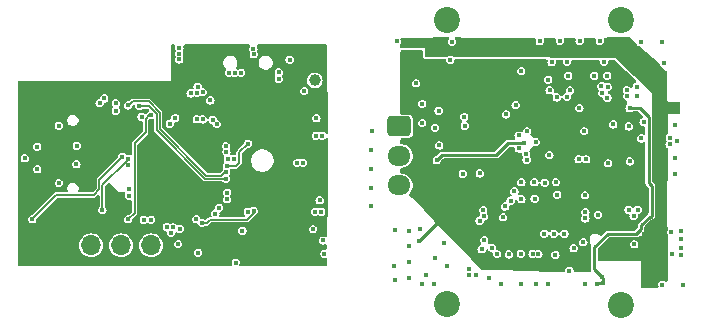
<source format=gbr>
%TF.GenerationSoftware,KiCad,Pcbnew,8.0.5*%
%TF.CreationDate,2025-02-14T01:05:17+01:00*%
%TF.ProjectId,cansatperso,63616e73-6174-4706-9572-736f2e6b6963,rev?*%
%TF.SameCoordinates,Original*%
%TF.FileFunction,Copper,L4,Inr*%
%TF.FilePolarity,Positive*%
%FSLAX46Y46*%
G04 Gerber Fmt 4.6, Leading zero omitted, Abs format (unit mm)*
G04 Created by KiCad (PCBNEW 8.0.5) date 2025-02-14 01:05:17*
%MOMM*%
%LPD*%
G01*
G04 APERTURE LIST*
G04 Aperture macros list*
%AMRoundRect*
0 Rectangle with rounded corners*
0 $1 Rounding radius*
0 $2 $3 $4 $5 $6 $7 $8 $9 X,Y pos of 4 corners*
0 Add a 4 corners polygon primitive as box body*
4,1,4,$2,$3,$4,$5,$6,$7,$8,$9,$2,$3,0*
0 Add four circle primitives for the rounded corners*
1,1,$1+$1,$2,$3*
1,1,$1+$1,$4,$5*
1,1,$1+$1,$6,$7*
1,1,$1+$1,$8,$9*
0 Add four rect primitives between the rounded corners*
20,1,$1+$1,$2,$3,$4,$5,0*
20,1,$1+$1,$4,$5,$6,$7,0*
20,1,$1+$1,$6,$7,$8,$9,0*
20,1,$1+$1,$8,$9,$2,$3,0*%
G04 Aperture macros list end*
%TA.AperFunction,ComponentPad*%
%ADD10C,1.000000*%
%TD*%
%TA.AperFunction,ComponentPad*%
%ADD11C,2.200000*%
%TD*%
%TA.AperFunction,ComponentPad*%
%ADD12RoundRect,0.250000X-0.725000X0.600000X-0.725000X-0.600000X0.725000X-0.600000X0.725000X0.600000X0*%
%TD*%
%TA.AperFunction,ComponentPad*%
%ADD13O,1.950000X1.700000*%
%TD*%
%TA.AperFunction,ComponentPad*%
%ADD14R,1.700000X1.700000*%
%TD*%
%TA.AperFunction,ComponentPad*%
%ADD15O,1.700000X1.700000*%
%TD*%
%TA.AperFunction,ComponentPad*%
%ADD16O,1.800000X1.000000*%
%TD*%
%TA.AperFunction,ComponentPad*%
%ADD17O,2.100000X1.000000*%
%TD*%
%TA.AperFunction,ViaPad*%
%ADD18C,0.400000*%
%TD*%
%TA.AperFunction,Conductor*%
%ADD19C,0.250000*%
%TD*%
%TA.AperFunction,Conductor*%
%ADD20C,0.150000*%
%TD*%
G04 APERTURE END LIST*
D10*
%TO.N,GND*%
%TO.C,TP1*%
X165290000Y-74530000D03*
%TD*%
D11*
%TO.N,GND*%
%TO.C,H1*%
X176440000Y-95500000D03*
%TD*%
D12*
%TO.N,GND*%
%TO.C,J1*%
X172420000Y-80450000D03*
D13*
%TO.N,unconnected-(J1-Pin_2-Pad2)*%
X172420000Y-82950000D03*
%TO.N,VIN*%
X172420000Y-85450000D03*
%TD*%
D10*
%TO.N,BAT+*%
%TO.C,TP2*%
X165250000Y-76550000D03*
%TD*%
D11*
%TO.N,GND*%
%TO.C,H2*%
X191170000Y-95590000D03*
%TD*%
%TO.N,GND*%
%TO.C,H4*%
X191140000Y-71470000D03*
%TD*%
%TO.N,GND*%
%TO.C,H3*%
X176450000Y-71450000D03*
%TD*%
D14*
%TO.N,GND*%
%TO.C,J3*%
X143770000Y-90515000D03*
D15*
%TO.N,+3.3V*%
X146310000Y-90515000D03*
%TO.N,OLED_SCL*%
X148850000Y-90515000D03*
%TO.N,OLED_SDA*%
X151390000Y-90515000D03*
%TD*%
D16*
%TO.N,GND*%
%TO.C,J4*%
X141095000Y-87130000D03*
D17*
X145275000Y-87130000D03*
D16*
X141095000Y-78490000D03*
D17*
X145275000Y-78490000D03*
%TD*%
D18*
%TO.N,GND*%
X190070000Y-77100000D03*
X175430000Y-80550000D03*
X185140000Y-77380000D03*
X188140000Y-93790000D03*
X142010000Y-81170000D03*
X160740000Y-86350000D03*
X162230000Y-80510000D03*
X184730000Y-85210000D03*
X153660000Y-84100000D03*
X172020000Y-93430000D03*
X171990000Y-92250000D03*
X172040000Y-89180000D03*
X141180000Y-80280000D03*
X144630000Y-84990000D03*
X170070000Y-80860000D03*
X194780000Y-75070000D03*
X162990000Y-88570000D03*
X192860000Y-73320000D03*
X161120000Y-87030000D03*
X156190000Y-82980000D03*
X156200000Y-84070000D03*
X192250000Y-88020000D03*
X154975000Y-81590000D03*
X141930000Y-86100000D03*
X145040000Y-76960000D03*
X196400000Y-93870000D03*
X152820000Y-91930000D03*
X182160000Y-85940000D03*
X178270000Y-92510000D03*
X164630000Y-90100000D03*
X195420000Y-89400000D03*
X162040000Y-87440000D03*
X154630000Y-85660000D03*
X176720000Y-74800000D03*
X163220000Y-81520000D03*
X188060000Y-80840000D03*
X164560000Y-73880000D03*
X158450000Y-79700000D03*
X147830166Y-85660166D03*
X195910000Y-81690000D03*
X173830000Y-76800000D03*
X186860000Y-77390000D03*
X145550000Y-76960000D03*
X147740000Y-82470000D03*
X169990000Y-82430000D03*
X150010000Y-80820000D03*
X146570000Y-76960000D03*
X161590000Y-91240000D03*
X192520000Y-77840000D03*
X148100000Y-76960000D03*
X148380000Y-88610000D03*
X195310000Y-81420000D03*
X163080000Y-91890000D03*
X147590000Y-76960000D03*
X143000000Y-76960000D03*
X160280000Y-80080000D03*
X181190000Y-88140000D03*
X148610000Y-76960000D03*
X157910000Y-89880000D03*
X161060000Y-75970000D03*
X141350000Y-89120000D03*
X153270000Y-74310000D03*
X185500000Y-89530000D03*
X157930000Y-89220000D03*
X195290000Y-81980000D03*
X195500000Y-91260000D03*
X170000000Y-85670000D03*
X185310000Y-75010000D03*
X178270000Y-93060000D03*
X161570000Y-91930000D03*
X163310000Y-79290000D03*
X165990000Y-73820000D03*
X191840000Y-80450000D03*
X152650000Y-89990000D03*
X141980000Y-76960000D03*
X156200000Y-83510000D03*
X162320000Y-91920000D03*
X186600000Y-74990000D03*
X186610000Y-77940000D03*
X193090000Y-80070000D03*
X179510000Y-87540000D03*
X186810000Y-92670000D03*
X182750000Y-85180000D03*
X196230000Y-90710000D03*
X142420000Y-90710000D03*
X163260000Y-82530000D03*
X196240000Y-91320000D03*
X146060000Y-76960000D03*
X151160000Y-76960000D03*
X174150000Y-89130000D03*
X144660000Y-80610000D03*
X196250000Y-89330000D03*
X186380000Y-89540000D03*
X156920000Y-80860000D03*
X155730000Y-75730000D03*
X183870000Y-86560000D03*
X185770000Y-86240000D03*
X177950000Y-80400000D03*
X144020000Y-76960000D03*
X192510000Y-77075000D03*
X194690000Y-73340000D03*
X174290000Y-93820000D03*
X182730000Y-75760000D03*
X148950000Y-81920000D03*
X149120000Y-76960000D03*
X179230000Y-84430000D03*
X151670000Y-76960000D03*
X159040000Y-81100000D03*
X153270000Y-75270000D03*
X158490000Y-90670000D03*
X153270000Y-76370000D03*
X191820000Y-87500000D03*
X149630000Y-76960000D03*
X162810000Y-86290000D03*
X158980000Y-84200000D03*
X190030000Y-78010000D03*
X142530000Y-79050000D03*
X151920000Y-91940000D03*
X176870000Y-73300000D03*
X143510000Y-76960000D03*
X162590000Y-84570000D03*
X189230000Y-87920000D03*
X150160000Y-88200000D03*
X146690000Y-86900000D03*
X174340000Y-78550000D03*
X174710000Y-93030000D03*
X183840000Y-85180000D03*
X140920000Y-85150000D03*
X147660000Y-91890000D03*
X153270000Y-75860000D03*
X187970000Y-90257500D03*
X140590000Y-79650000D03*
X162120000Y-82560000D03*
X158950000Y-79220000D03*
X141910000Y-85200000D03*
X143700000Y-91990000D03*
X187680000Y-73220000D03*
X184670000Y-89530000D03*
X190520000Y-80280000D03*
X158130000Y-77820000D03*
X169990000Y-87150000D03*
X162040000Y-85260000D03*
X184020004Y-93800000D03*
X153270000Y-73840000D03*
X148900000Y-80740000D03*
X159880000Y-82560000D03*
X196260000Y-90010000D03*
X161190000Y-81660000D03*
X154910000Y-86580000D03*
X182700000Y-93770000D03*
X143760000Y-88920000D03*
X147610000Y-83730000D03*
X163940000Y-74790000D03*
X164040000Y-75630000D03*
X154980000Y-89970000D03*
X189380000Y-73200000D03*
X174340000Y-80170000D03*
X185010000Y-93780000D03*
X182750000Y-86610000D03*
X166020000Y-75460000D03*
X181370000Y-87230000D03*
X140700000Y-81170000D03*
X189740000Y-75000000D03*
X177790000Y-84460000D03*
X142410000Y-88090000D03*
X140960000Y-76960000D03*
X181450000Y-79430000D03*
X158970000Y-77290000D03*
X162140000Y-81560000D03*
X151720000Y-82800000D03*
X147080000Y-76960000D03*
X143210000Y-81200000D03*
X143550000Y-87740000D03*
X145080000Y-91980000D03*
X141470000Y-76960000D03*
X182260000Y-78635000D03*
X156530000Y-75980000D03*
X145280000Y-89320000D03*
X142490000Y-76960000D03*
X185670000Y-85170000D03*
X185740000Y-77990000D03*
X181825000Y-86735000D03*
X143250000Y-77940000D03*
X159460000Y-86320000D03*
X169990000Y-84030000D03*
X153270000Y-74800000D03*
X181000000Y-93770000D03*
X142410000Y-80220000D03*
X150650000Y-76960000D03*
X159000000Y-77810000D03*
X147610000Y-89440000D03*
X175340000Y-93810000D03*
X140450000Y-76960000D03*
X161240000Y-80060000D03*
X161180000Y-84630000D03*
X162010000Y-78220000D03*
X150140000Y-76960000D03*
X151100000Y-81520000D03*
X159500000Y-83150000D03*
X144030000Y-81490000D03*
X162260000Y-79290000D03*
X144530000Y-76960000D03*
X153070000Y-76920000D03*
X184300000Y-73230000D03*
X151150000Y-82410000D03*
X186010000Y-73210000D03*
X187650000Y-78890000D03*
X172180000Y-73260000D03*
X140900000Y-86120000D03*
X178890000Y-93060000D03*
X192600000Y-87500000D03*
X163210000Y-80470000D03*
%TO.N,+3.3V*%
X174080000Y-90160000D03*
X192500000Y-83785000D03*
X174630000Y-79100000D03*
X165280000Y-87660000D03*
X155250000Y-77590000D03*
X190080000Y-88950000D03*
X155325000Y-77080000D03*
X155760000Y-77540000D03*
X180500000Y-79960000D03*
X157150000Y-87340000D03*
X152720000Y-88960000D03*
X157890000Y-83220000D03*
X152982503Y-80229917D03*
X193340000Y-86580000D03*
X148400000Y-79110000D03*
X189950000Y-84530000D03*
X187800000Y-75020000D03*
X149520000Y-85790000D03*
X156830000Y-87830000D03*
X190540000Y-88950000D03*
X148410000Y-78490000D03*
X190070000Y-85070000D03*
X154745000Y-77655000D03*
X192930000Y-83785000D03*
X165800000Y-87660000D03*
X195710000Y-80320000D03*
X186180000Y-91660000D03*
X159125835Y-89272933D03*
X188320000Y-75010000D03*
X185110000Y-91730000D03*
X150581344Y-79625174D03*
X176410000Y-80320000D03*
X181118130Y-83193167D03*
X158380000Y-83210000D03*
X149520000Y-86340000D03*
X191836225Y-76543443D03*
X181420000Y-81330000D03*
X183050000Y-75090000D03*
X193360000Y-87119998D03*
X166073755Y-91215931D03*
X192914500Y-82522000D03*
X174670000Y-77590000D03*
X165660000Y-86700000D03*
X185020000Y-92422500D03*
X180320000Y-83320000D03*
%TO.N,NRST*%
X173200000Y-93250000D03*
X179380000Y-90850660D03*
%TO.N,SDDETECT*%
X192897500Y-81470000D03*
X184190000Y-91260000D03*
%TO.N,VIN*%
X182930000Y-81890000D03*
X175581212Y-83307499D03*
%TO.N,+5V*%
X189450000Y-91620000D03*
X193990000Y-89040000D03*
X193800000Y-93860000D03*
X193270000Y-93860000D03*
X181560000Y-74390000D03*
X193290000Y-89920000D03*
X180440000Y-73890000D03*
X179340000Y-73840000D03*
X193410000Y-89040000D03*
X181541494Y-73890340D03*
X175050000Y-73880000D03*
X175020000Y-74320000D03*
X195710000Y-78920000D03*
%TO.N,ADC1_IN3_VBAT*%
X175780000Y-82050000D03*
X179200000Y-88440000D03*
%TO.N,I2C3_SDA_ACCEL*%
X185110000Y-82870000D03*
X195710000Y-83120000D03*
X190085990Y-83570661D03*
%TO.N,I2C3_SCL_ACCEL*%
X188130000Y-86280000D03*
X191937000Y-83410000D03*
X195710000Y-84520000D03*
%TO.N,3.3VEN*%
X189655249Y-93721215D03*
X189160000Y-93790000D03*
X191900000Y-78910000D03*
X189610000Y-93200000D03*
%TO.N,SPI1_CS_SD*%
X182700000Y-91230000D03*
X190010000Y-76155000D03*
%TO.N,SPI1_MISO_SD*%
X180690000Y-91260000D03*
X185009998Y-76500000D03*
%TO.N,SPI1_SCK_SD*%
X180225170Y-90704168D03*
X186710000Y-76155000D03*
%TO.N,SPI1_MOSI_SD*%
X188910000Y-76155000D03*
X181690000Y-91280000D03*
%TO.N,USART1_RX_GPS*%
X189520000Y-77030000D03*
X183132230Y-82772331D03*
%TO.N,USART1_TX_GPS*%
X183185000Y-83269541D03*
X189580000Y-77630000D03*
%TO.N,LPUART1_RX_RADIO*%
X185620000Y-91330000D03*
X191670000Y-77370000D03*
%TO.N,LPUART1_TX_RADIO*%
X187160000Y-90760000D03*
X191709998Y-77868400D03*
%TO.N,SWO*%
X153804834Y-89104834D03*
X183979670Y-81772588D03*
X173200000Y-89320000D03*
X158560000Y-91980000D03*
%TO.N,SWDIO*%
X153680000Y-90410000D03*
X188230000Y-83220000D03*
X153080000Y-89460000D03*
X173216256Y-91960000D03*
%TO.N,I2C1_SCL*%
X175730000Y-79127500D03*
X183220000Y-80840000D03*
%TO.N,SWCLK{slash}I2C1_SDA*%
X173200000Y-90610000D03*
X187585000Y-83220000D03*
%TO.N,TIM3_CHI_PWM4*%
X192290000Y-90420000D03*
X188170000Y-87710000D03*
%TO.N,PWEN*%
X188160000Y-88240000D03*
X194690000Y-93860000D03*
%TO.N,I2C1_SDA*%
X182510000Y-81220000D03*
X177897500Y-79650000D03*
%TO.N,BAROEXTI*%
X149475917Y-83724486D03*
%TO.N,GPIO_EXTI1*%
X176480000Y-92252500D03*
X183690431Y-91239185D03*
%TO.N,EXTI3{slash}PWMONTIM4*%
X175470000Y-91570000D03*
X179596371Y-90083297D03*
%TO.N,EXTI0*%
X176160000Y-90330000D03*
X179542862Y-88065000D03*
%TO.N,unconnected-(U1-PB8-Pad46)*%
X180000000Y-93270000D03*
X182528901Y-82315000D03*
%TO.N,Net-(BT1-+)*%
X165390000Y-79750000D03*
%TO.N,GNDGPS*%
X164240000Y-83540000D03*
X165350000Y-81240000D03*
X165880000Y-81240000D03*
X163770000Y-83540000D03*
%TO.N,vusb*%
X160080000Y-74330000D03*
X147425000Y-78085000D03*
X147040000Y-78470000D03*
X140690000Y-83150000D03*
X160060000Y-73910000D03*
%TO.N,B2*%
X157820000Y-86620000D03*
%TO.N,B1*%
X157830000Y-86050000D03*
%TO.N,Net-(U1-NRST)*%
X157800001Y-83812785D03*
X159590000Y-81900000D03*
%TO.N,SPI_MOSi*%
X155210000Y-88300000D03*
X165940000Y-90110000D03*
%TO.N,SPI_SCK*%
X157728198Y-82118683D03*
X165100000Y-89150000D03*
%TO.N,SPI_MISO*%
X155770000Y-79860000D03*
X159580000Y-87670000D03*
%TO.N,SPI_CS*%
X155705000Y-88615000D03*
X160074977Y-87599289D03*
%TO.N,COMPASSDA*%
X157760000Y-84327327D03*
X149440000Y-78670000D03*
%TO.N,COMPASSCL*%
X157713996Y-84873334D03*
X150399749Y-78715042D03*
%TO.N,USART_RX*%
X149440000Y-88310000D03*
X151380000Y-79480760D03*
%TO.N,USART_TX*%
X153436013Y-79731151D03*
%TO.N,OLED_SCL*%
X155254834Y-79844834D03*
%TO.N,Net-(J4-CC2)*%
X143580000Y-80380000D03*
%TO.N,Net-(J4-D--PadA7)*%
X145070000Y-83650000D03*
%TO.N,Net-(J4-D+-PadA6)*%
X145100000Y-82080000D03*
%TO.N,Net-(J4-CC1)*%
X143590000Y-85240000D03*
%TO.N,Net-(PA1010D1-RX)*%
X156410000Y-78250000D03*
%TO.N,Net-(PA1010D1-TX)*%
X156614694Y-79898205D03*
%TO.N,ALIMGPS*%
X157774584Y-82616529D03*
X164350000Y-77450000D03*
%TO.N,Net-(U1-PA4)*%
X156970000Y-80250000D03*
X163120000Y-74797502D03*
%TO.N,BAT+*%
X162200000Y-75870000D03*
X162210000Y-76420000D03*
%TO.N,SWCLK*%
X155370000Y-91140000D03*
X153257998Y-88992754D03*
%TO.N,D+*%
X141745000Y-82170000D03*
X151393046Y-88353046D03*
%TO.N,D-*%
X150780000Y-88350000D03*
X141745000Y-84070000D03*
%TO.N,Net-(U1-PB0)*%
X141320000Y-88300000D03*
X148941416Y-83031084D03*
%TO.N,Net-(U1-PB1)*%
X147270000Y-87530000D03*
X149475336Y-83224484D03*
%TO.N,Net-(IC3-EN)*%
X158000000Y-75910000D03*
X158457500Y-75912500D03*
X153769587Y-74289609D03*
X153790000Y-73790000D03*
X153770000Y-74770000D03*
X159012500Y-75912500D03*
%TD*%
D19*
%TO.N,+3.3V*%
X175830000Y-88410000D02*
X176240000Y-88410000D01*
X174080000Y-90160000D02*
X175830000Y-88410000D01*
%TO.N,VIN*%
X176028027Y-82860684D02*
X180629316Y-82860684D01*
X180629316Y-82860684D02*
X181600000Y-81890000D01*
X175581212Y-83307499D02*
X176028027Y-82860684D01*
X181600000Y-81890000D02*
X182930000Y-81890000D01*
%TO.N,3.3VEN*%
X193515000Y-79635000D02*
X192790000Y-78910000D01*
X190070000Y-89540000D02*
X192450000Y-89540000D01*
X189610000Y-93200000D02*
X189655249Y-93245249D01*
X189655249Y-93721215D02*
X189228785Y-93721215D01*
X192860000Y-88830000D02*
X193610000Y-88080000D01*
X188930000Y-92520000D02*
X188930000Y-90680000D01*
X193785000Y-85485000D02*
X193515000Y-85215000D01*
X189610000Y-93200000D02*
X188930000Y-92520000D01*
X193515000Y-85215000D02*
X193515000Y-79635000D01*
X193785000Y-87995000D02*
X193785000Y-85485000D01*
X192450000Y-89540000D02*
X192460000Y-89550000D01*
X188930000Y-90680000D02*
X190070000Y-89540000D01*
X189228785Y-93721215D02*
X189160000Y-93790000D01*
X192460000Y-89550000D02*
X192860000Y-89150000D01*
X193610000Y-88080000D02*
X193700000Y-88080000D01*
X189655249Y-93245249D02*
X189655249Y-93721215D01*
X193700000Y-88080000D02*
X193785000Y-87995000D01*
X192860000Y-89150000D02*
X192860000Y-88830000D01*
X192790000Y-78910000D02*
X191900000Y-78910000D01*
D20*
%TO.N,Net-(U1-NRST)*%
X159590000Y-81900000D02*
X158840000Y-82650000D01*
X158840000Y-83530000D02*
X158557215Y-83812785D01*
X158840000Y-82650000D02*
X158840000Y-83530000D01*
X158557215Y-83812785D02*
X157800001Y-83812785D01*
%TO.N,SPI_CS*%
X156085000Y-88615000D02*
X155705000Y-88615000D01*
X160074977Y-87785023D02*
X159500000Y-88360000D01*
X159500000Y-88360000D02*
X156340000Y-88360000D01*
X160074977Y-87599289D02*
X160074977Y-87785023D01*
X156340000Y-88360000D02*
X156085000Y-88615000D01*
%TO.N,COMPASSDA*%
X151173596Y-78340042D02*
X149839958Y-78340042D01*
X149510000Y-78670000D02*
X149440000Y-78670000D01*
X157316666Y-84623334D02*
X156076888Y-84623334D01*
X157760000Y-84327327D02*
X157612673Y-84327327D01*
X157612673Y-84327327D02*
X157316666Y-84623334D01*
X157760000Y-84327327D02*
X157847327Y-84327327D01*
X156076888Y-84623334D02*
X152130000Y-80676446D01*
X149839958Y-78340042D02*
X149510000Y-78670000D01*
X152130000Y-79296446D02*
X151173596Y-78340042D01*
X152130000Y-80676446D02*
X152130000Y-79296446D01*
%TO.N,COMPASSCL*%
X157713996Y-84873334D02*
X155973334Y-84873334D01*
X151880000Y-79400000D02*
X151195042Y-78715042D01*
X151880000Y-80780000D02*
X151880000Y-79400000D01*
X151195042Y-78715042D02*
X150399749Y-78715042D01*
X155973334Y-84873334D02*
X151880000Y-80780000D01*
%TO.N,USART_RX*%
X150920000Y-79789669D02*
X150920000Y-80950000D01*
X150920000Y-80950000D02*
X150005000Y-81865000D01*
X151380000Y-79480760D02*
X151228909Y-79480760D01*
X150005000Y-87745000D02*
X149440000Y-88310000D01*
X150005000Y-81865000D02*
X150005000Y-87745000D01*
X151228909Y-79480760D02*
X150920000Y-79789669D01*
%TO.N,Net-(U1-PB0)*%
X148938916Y-83031084D02*
X147020000Y-84950000D01*
X148941416Y-83031084D02*
X148938916Y-83031084D01*
X147020000Y-84950000D02*
X147020000Y-85770000D01*
X143370000Y-86250000D02*
X141320000Y-88300000D01*
X147020000Y-85770000D02*
X146540000Y-86250000D01*
X146540000Y-86250000D02*
X143370000Y-86250000D01*
%TO.N,Net-(U1-PB1)*%
X149475336Y-83224484D02*
X149350334Y-83349486D01*
X149320586Y-83349486D02*
X147270000Y-85400072D01*
X149350334Y-83349486D02*
X149320586Y-83349486D01*
X147270000Y-85400072D02*
X147270000Y-87530000D01*
%TD*%
%TA.AperFunction,Conductor*%
%TO.N,GND*%
G36*
X153404052Y-73530185D02*
G01*
X153449807Y-73582989D01*
X153459751Y-73652147D01*
X153454943Y-73672823D01*
X153452498Y-73680346D01*
X153435131Y-73789997D01*
X153435131Y-73790002D01*
X153452498Y-73899658D01*
X153485016Y-73963478D01*
X153497912Y-74032147D01*
X153485017Y-74076065D01*
X153432085Y-74179951D01*
X153414718Y-74289606D01*
X153414718Y-74289611D01*
X153432085Y-74399267D01*
X153470120Y-74473915D01*
X153483016Y-74542584D01*
X153470121Y-74586502D01*
X153432498Y-74660342D01*
X153415131Y-74769997D01*
X153415131Y-74770002D01*
X153432498Y-74879658D01*
X153482904Y-74978585D01*
X153482909Y-74978592D01*
X153561407Y-75057090D01*
X153561410Y-75057092D01*
X153561413Y-75057095D01*
X153660339Y-75107500D01*
X153660341Y-75107501D01*
X153769998Y-75124869D01*
X153770000Y-75124869D01*
X153770002Y-75124869D01*
X153879658Y-75107501D01*
X153879659Y-75107500D01*
X153879661Y-75107500D01*
X153978587Y-75057095D01*
X154052239Y-74983443D01*
X157494500Y-74983443D01*
X157494500Y-75141556D01*
X157535423Y-75294283D01*
X157535426Y-75294290D01*
X157614475Y-75431209D01*
X157614481Y-75431217D01*
X157711109Y-75527845D01*
X157744594Y-75589168D01*
X157739610Y-75658860D01*
X157717756Y-75692868D01*
X157718644Y-75693514D01*
X157712904Y-75701414D01*
X157662498Y-75800341D01*
X157645131Y-75909997D01*
X157645131Y-75910002D01*
X157662498Y-76019658D01*
X157712904Y-76118585D01*
X157712909Y-76118592D01*
X157791407Y-76197090D01*
X157791410Y-76197092D01*
X157791413Y-76197095D01*
X157886365Y-76245475D01*
X157890341Y-76247501D01*
X157999998Y-76264869D01*
X158000000Y-76264869D01*
X158000002Y-76264869D01*
X158109656Y-76247501D01*
X158109656Y-76247500D01*
X158109661Y-76247500D01*
X158170005Y-76216753D01*
X158238670Y-76203858D01*
X158282589Y-76216753D01*
X158342934Y-76247501D01*
X158347841Y-76250001D01*
X158457498Y-76267369D01*
X158457500Y-76267369D01*
X158457502Y-76267369D01*
X158567158Y-76250001D01*
X158567159Y-76250000D01*
X158567161Y-76250000D01*
X158666087Y-76199595D01*
X158666087Y-76199594D01*
X158674783Y-76195164D01*
X158675989Y-76197531D01*
X158727905Y-76179001D01*
X158795961Y-76194818D01*
X158801408Y-76198318D01*
X158803911Y-76199593D01*
X158803913Y-76199595D01*
X158902839Y-76250000D01*
X158902841Y-76250001D01*
X159012498Y-76267369D01*
X159012500Y-76267369D01*
X159012502Y-76267369D01*
X159122158Y-76250001D01*
X159122159Y-76250000D01*
X159122161Y-76250000D01*
X159221087Y-76199595D01*
X159299595Y-76121087D01*
X159350000Y-76022161D01*
X159350000Y-76022159D01*
X159350001Y-76022158D01*
X159367369Y-75912502D01*
X159367369Y-75912497D01*
X159360638Y-75869997D01*
X161845131Y-75869997D01*
X161845131Y-75870002D01*
X161862498Y-75979658D01*
X161912903Y-76078584D01*
X161913899Y-76079954D01*
X161914593Y-76081900D01*
X161917336Y-76087283D01*
X161916640Y-76087637D01*
X161937379Y-76145761D01*
X161924066Y-76209134D01*
X161872498Y-76310341D01*
X161855131Y-76419997D01*
X161855131Y-76420002D01*
X161872498Y-76529658D01*
X161922904Y-76628585D01*
X161922909Y-76628592D01*
X162001407Y-76707090D01*
X162001410Y-76707092D01*
X162001413Y-76707095D01*
X162070896Y-76742498D01*
X162100341Y-76757501D01*
X162209998Y-76774869D01*
X162210000Y-76774869D01*
X162210002Y-76774869D01*
X162319658Y-76757501D01*
X162319659Y-76757500D01*
X162319661Y-76757500D01*
X162418587Y-76707095D01*
X162497095Y-76628587D01*
X162537137Y-76549999D01*
X164594722Y-76549999D01*
X164594722Y-76550000D01*
X164613762Y-76706818D01*
X164632984Y-76757501D01*
X164669780Y-76854523D01*
X164759517Y-76984530D01*
X164877760Y-77089283D01*
X164877762Y-77089284D01*
X165017634Y-77162696D01*
X165171014Y-77200500D01*
X165171015Y-77200500D01*
X165328985Y-77200500D01*
X165482365Y-77162696D01*
X165578004Y-77112500D01*
X165622240Y-77089283D01*
X165740483Y-76984530D01*
X165830220Y-76854523D01*
X165886237Y-76706818D01*
X165905278Y-76550000D01*
X165902809Y-76529661D01*
X165886237Y-76393181D01*
X165864992Y-76337164D01*
X165830220Y-76245477D01*
X165740483Y-76115470D01*
X165622240Y-76010717D01*
X165622238Y-76010716D01*
X165622237Y-76010715D01*
X165482365Y-75937303D01*
X165328986Y-75899500D01*
X165328985Y-75899500D01*
X165171015Y-75899500D01*
X165171014Y-75899500D01*
X165017634Y-75937303D01*
X164877762Y-76010715D01*
X164759516Y-76115471D01*
X164669781Y-76245475D01*
X164669780Y-76245476D01*
X164613762Y-76393181D01*
X164594722Y-76549999D01*
X162537137Y-76549999D01*
X162547500Y-76529661D01*
X162547500Y-76529659D01*
X162547501Y-76529658D01*
X162564869Y-76420002D01*
X162564869Y-76419997D01*
X162547501Y-76310341D01*
X162516756Y-76250000D01*
X162497095Y-76211413D01*
X162497089Y-76211407D01*
X162496101Y-76210047D01*
X162495405Y-76208096D01*
X162492664Y-76202717D01*
X162493359Y-76202362D01*
X162472620Y-76144241D01*
X162485933Y-76080864D01*
X162487091Y-76078590D01*
X162487095Y-76078587D01*
X162537500Y-75979661D01*
X162548533Y-75910002D01*
X162554869Y-75870002D01*
X162554869Y-75869997D01*
X162537501Y-75760341D01*
X162508750Y-75703914D01*
X162487095Y-75661413D01*
X162487092Y-75661410D01*
X162487090Y-75661407D01*
X162408592Y-75582909D01*
X162408588Y-75582906D01*
X162408587Y-75582905D01*
X162404743Y-75580946D01*
X162309658Y-75532498D01*
X162200002Y-75515131D01*
X162199998Y-75515131D01*
X162090341Y-75532498D01*
X161991414Y-75582904D01*
X161991407Y-75582909D01*
X161912909Y-75661407D01*
X161912904Y-75661414D01*
X161862498Y-75760341D01*
X161845131Y-75869997D01*
X159360638Y-75869997D01*
X159350001Y-75802841D01*
X159328345Y-75760339D01*
X159299595Y-75703913D01*
X159299592Y-75703910D01*
X159299590Y-75703907D01*
X159221092Y-75625409D01*
X159221088Y-75625406D01*
X159221087Y-75625405D01*
X159214548Y-75622073D01*
X159122158Y-75574998D01*
X159012502Y-75557631D01*
X159012498Y-75557631D01*
X158902841Y-75574998D01*
X158813013Y-75620768D01*
X158810453Y-75622073D01*
X158795217Y-75629836D01*
X158794011Y-75627470D01*
X158742074Y-75645999D01*
X158674021Y-75630171D01*
X158668586Y-75626678D01*
X158625901Y-75604929D01*
X158575106Y-75556955D01*
X158558311Y-75489134D01*
X158574810Y-75432445D01*
X158575524Y-75431209D01*
X158654577Y-75294284D01*
X158695500Y-75141557D01*
X158695500Y-74983443D01*
X160494500Y-74983443D01*
X160494500Y-75141556D01*
X160535423Y-75294283D01*
X160535426Y-75294290D01*
X160614475Y-75431209D01*
X160614479Y-75431214D01*
X160614480Y-75431216D01*
X160726284Y-75543020D01*
X160726286Y-75543021D01*
X160726290Y-75543024D01*
X160863209Y-75622073D01*
X160863216Y-75622077D01*
X161015943Y-75663000D01*
X161015945Y-75663000D01*
X161174055Y-75663000D01*
X161174057Y-75663000D01*
X161326784Y-75622077D01*
X161463716Y-75543020D01*
X161575520Y-75431216D01*
X161654577Y-75294284D01*
X161695500Y-75141557D01*
X161695500Y-74983443D01*
X161654577Y-74830716D01*
X161635399Y-74797499D01*
X162765131Y-74797499D01*
X162765131Y-74797504D01*
X162782498Y-74907160D01*
X162832904Y-75006087D01*
X162832909Y-75006094D01*
X162911407Y-75084592D01*
X162911410Y-75084594D01*
X162911413Y-75084597D01*
X162956365Y-75107501D01*
X163010341Y-75135003D01*
X163119998Y-75152371D01*
X163120000Y-75152371D01*
X163120002Y-75152371D01*
X163229658Y-75135003D01*
X163229659Y-75135002D01*
X163229661Y-75135002D01*
X163328587Y-75084597D01*
X163407095Y-75006089D01*
X163457500Y-74907163D01*
X163457500Y-74907161D01*
X163457501Y-74907160D01*
X163474869Y-74797504D01*
X163474869Y-74797499D01*
X163457501Y-74687843D01*
X163447136Y-74667500D01*
X163407095Y-74588915D01*
X163407092Y-74588912D01*
X163407090Y-74588909D01*
X163328592Y-74510411D01*
X163328588Y-74510408D01*
X163328587Y-74510407D01*
X163313899Y-74502923D01*
X163229658Y-74460000D01*
X163120002Y-74442633D01*
X163119998Y-74442633D01*
X163010341Y-74460000D01*
X162911414Y-74510406D01*
X162911407Y-74510411D01*
X162832909Y-74588909D01*
X162832904Y-74588916D01*
X162782498Y-74687843D01*
X162765131Y-74797499D01*
X161635399Y-74797499D01*
X161619521Y-74769997D01*
X161575524Y-74693790D01*
X161575518Y-74693782D01*
X161463717Y-74581981D01*
X161463709Y-74581975D01*
X161326790Y-74502926D01*
X161326786Y-74502924D01*
X161326784Y-74502923D01*
X161174057Y-74462000D01*
X161015943Y-74462000D01*
X160863216Y-74502923D01*
X160863209Y-74502926D01*
X160726290Y-74581975D01*
X160726282Y-74581981D01*
X160614481Y-74693782D01*
X160614475Y-74693790D01*
X160535426Y-74830709D01*
X160535423Y-74830716D01*
X160494500Y-74983443D01*
X158695500Y-74983443D01*
X158654577Y-74830716D01*
X158619521Y-74769997D01*
X158575524Y-74693790D01*
X158575518Y-74693782D01*
X158463717Y-74581981D01*
X158463709Y-74581975D01*
X158326790Y-74502926D01*
X158326786Y-74502924D01*
X158326784Y-74502923D01*
X158174057Y-74462000D01*
X158015943Y-74462000D01*
X157863216Y-74502923D01*
X157863209Y-74502926D01*
X157726290Y-74581975D01*
X157726282Y-74581981D01*
X157614481Y-74693782D01*
X157614475Y-74693790D01*
X157535426Y-74830709D01*
X157535423Y-74830716D01*
X157494500Y-74983443D01*
X154052239Y-74983443D01*
X154057095Y-74978587D01*
X154107500Y-74879661D01*
X154107500Y-74879659D01*
X154107501Y-74879658D01*
X154124869Y-74770002D01*
X154124869Y-74769997D01*
X154107501Y-74660341D01*
X154069466Y-74585693D01*
X154056570Y-74517024D01*
X154069464Y-74473108D01*
X154107087Y-74399270D01*
X154107088Y-74399265D01*
X154124456Y-74289611D01*
X154124456Y-74289606D01*
X154107088Y-74179952D01*
X154107087Y-74179950D01*
X154107087Y-74179948D01*
X154074569Y-74116128D01*
X154061674Y-74047461D01*
X154074570Y-74003541D01*
X154077093Y-73998588D01*
X154077095Y-73998587D01*
X154127500Y-73899661D01*
X154143231Y-73800341D01*
X154144869Y-73790002D01*
X154144869Y-73789997D01*
X154130734Y-73700762D01*
X154127500Y-73680339D01*
X154127496Y-73680332D01*
X154125057Y-73672823D01*
X154123060Y-73602981D01*
X154159138Y-73543147D01*
X154221838Y-73512317D01*
X154242987Y-73510500D01*
X159668248Y-73510500D01*
X159735287Y-73530185D01*
X159781042Y-73582989D01*
X159790986Y-73652147D01*
X159775003Y-73691528D01*
X159777336Y-73692717D01*
X159722498Y-73800341D01*
X159705131Y-73909997D01*
X159705131Y-73910002D01*
X159722498Y-74019658D01*
X159754942Y-74083332D01*
X159767838Y-74152001D01*
X159754942Y-74195920D01*
X159742498Y-74220341D01*
X159725131Y-74329997D01*
X159725131Y-74330002D01*
X159742498Y-74439658D01*
X159792904Y-74538585D01*
X159792909Y-74538592D01*
X159871407Y-74617090D01*
X159871410Y-74617092D01*
X159871413Y-74617095D01*
X159956285Y-74660339D01*
X159970341Y-74667501D01*
X160079998Y-74684869D01*
X160080000Y-74684869D01*
X160080002Y-74684869D01*
X160189658Y-74667501D01*
X160189659Y-74667500D01*
X160189661Y-74667500D01*
X160288587Y-74617095D01*
X160367095Y-74538587D01*
X160417500Y-74439661D01*
X160417500Y-74439659D01*
X160417501Y-74439658D01*
X160434869Y-74330002D01*
X160434869Y-74329997D01*
X160417501Y-74220343D01*
X160417500Y-74220341D01*
X160417500Y-74220339D01*
X160385056Y-74156664D01*
X160372161Y-74087999D01*
X160385056Y-74044081D01*
X160397500Y-74019661D01*
X160414869Y-73910000D01*
X160414869Y-73909997D01*
X160397501Y-73800341D01*
X160392232Y-73790000D01*
X160347095Y-73701413D01*
X160347094Y-73701412D01*
X160342664Y-73692717D01*
X160345655Y-73691192D01*
X160327954Y-73641573D01*
X160343782Y-73573520D01*
X160393891Y-73524828D01*
X160451752Y-73510500D01*
X166165500Y-73510500D01*
X166232539Y-73530185D01*
X166278294Y-73582989D01*
X166289500Y-73634500D01*
X166289500Y-77429992D01*
X166304799Y-77466928D01*
X166333071Y-77495200D01*
X166334892Y-77496417D01*
X166337964Y-77500093D01*
X166341707Y-77503836D01*
X166341371Y-77504171D01*
X166379696Y-77550030D01*
X166390000Y-77599518D01*
X166390000Y-80956582D01*
X166370315Y-81023621D01*
X166317511Y-81069376D01*
X166248353Y-81079320D01*
X166184797Y-81050295D01*
X166171610Y-81035927D01*
X166088592Y-80952909D01*
X166088588Y-80952906D01*
X166088587Y-80952905D01*
X166084743Y-80950946D01*
X165989658Y-80902498D01*
X165880002Y-80885131D01*
X165879998Y-80885131D01*
X165770341Y-80902498D01*
X165671294Y-80952965D01*
X165602624Y-80965861D01*
X165558706Y-80952965D01*
X165459658Y-80902498D01*
X165350002Y-80885131D01*
X165349998Y-80885131D01*
X165240341Y-80902498D01*
X165141414Y-80952904D01*
X165141407Y-80952909D01*
X165062909Y-81031407D01*
X165062904Y-81031414D01*
X165012498Y-81130341D01*
X164995131Y-81239997D01*
X164995131Y-81240002D01*
X165012498Y-81349658D01*
X165062904Y-81448585D01*
X165062909Y-81448592D01*
X165141407Y-81527090D01*
X165141410Y-81527092D01*
X165141413Y-81527095D01*
X165210896Y-81562498D01*
X165240341Y-81577501D01*
X165349998Y-81594869D01*
X165350000Y-81594869D01*
X165350002Y-81594869D01*
X165459656Y-81577501D01*
X165459656Y-81577500D01*
X165459661Y-81577500D01*
X165558587Y-81527095D01*
X165558588Y-81527093D01*
X165558705Y-81527034D01*
X165627375Y-81514138D01*
X165671295Y-81527034D01*
X165671411Y-81527093D01*
X165671413Y-81527095D01*
X165770339Y-81577500D01*
X165770341Y-81577500D01*
X165770343Y-81577501D01*
X165879998Y-81594869D01*
X165880000Y-81594869D01*
X165880002Y-81594869D01*
X165989658Y-81577501D01*
X165989659Y-81577500D01*
X165989661Y-81577500D01*
X166088587Y-81527095D01*
X166120359Y-81495323D01*
X166173996Y-81441687D01*
X166175371Y-81443062D01*
X166221004Y-81407869D01*
X166290616Y-81401885D01*
X166352414Y-81434486D01*
X166386775Y-81495323D01*
X166390000Y-81523417D01*
X166390000Y-87568989D01*
X166370315Y-87636028D01*
X166343252Y-87659477D01*
X166360863Y-87671154D01*
X166388977Y-87735117D01*
X166390000Y-87751010D01*
X166390000Y-87990933D01*
X166370315Y-88057972D01*
X166338017Y-88089291D01*
X166339057Y-88090623D01*
X166333057Y-88095307D01*
X166318928Y-88109440D01*
X166318919Y-88109449D01*
X166304800Y-88123567D01*
X166304794Y-88123579D01*
X166300276Y-88134490D01*
X166300272Y-88134499D01*
X166289498Y-88160511D01*
X166289500Y-88180508D01*
X166289500Y-89692354D01*
X166269815Y-89759393D01*
X166217011Y-89805148D01*
X166147853Y-89815092D01*
X166109206Y-89802839D01*
X166049658Y-89772498D01*
X165940002Y-89755131D01*
X165939998Y-89755131D01*
X165830341Y-89772498D01*
X165731414Y-89822904D01*
X165731407Y-89822909D01*
X165652909Y-89901407D01*
X165652904Y-89901414D01*
X165602498Y-90000341D01*
X165585131Y-90109997D01*
X165585131Y-90110002D01*
X165602498Y-90219658D01*
X165652904Y-90318585D01*
X165652909Y-90318592D01*
X165731407Y-90397090D01*
X165731410Y-90397092D01*
X165731413Y-90397095D01*
X165797053Y-90430540D01*
X165830341Y-90447501D01*
X165939998Y-90464869D01*
X165940000Y-90464869D01*
X165940002Y-90464869D01*
X166049656Y-90447501D01*
X166049656Y-90447500D01*
X166049661Y-90447500D01*
X166109208Y-90417159D01*
X166177874Y-90404264D01*
X166242615Y-90430540D01*
X166282872Y-90487647D01*
X166289500Y-90527645D01*
X166289500Y-90750047D01*
X166269815Y-90817086D01*
X166217011Y-90862841D01*
X166147853Y-90872785D01*
X166146103Y-90872520D01*
X166073758Y-90861062D01*
X166073753Y-90861062D01*
X165964096Y-90878429D01*
X165865169Y-90928835D01*
X165865162Y-90928840D01*
X165786664Y-91007338D01*
X165786659Y-91007345D01*
X165736253Y-91106272D01*
X165718886Y-91215928D01*
X165718886Y-91215933D01*
X165736253Y-91325589D01*
X165786659Y-91424516D01*
X165786664Y-91424523D01*
X165865162Y-91503021D01*
X165865165Y-91503023D01*
X165865168Y-91503026D01*
X165899151Y-91520341D01*
X165964096Y-91553432D01*
X166073753Y-91570800D01*
X166073755Y-91570800D01*
X166073756Y-91570800D01*
X166101621Y-91566386D01*
X166146101Y-91559341D01*
X166215395Y-91568295D01*
X166268847Y-91613291D01*
X166289487Y-91680042D01*
X166289500Y-91681814D01*
X166289500Y-92185500D01*
X166269815Y-92252539D01*
X166217011Y-92298294D01*
X166165500Y-92309500D01*
X158987836Y-92309500D01*
X158920797Y-92289815D01*
X158875042Y-92237011D01*
X158865098Y-92167853D01*
X158877351Y-92129206D01*
X158879347Y-92125287D01*
X158897500Y-92089661D01*
X158897500Y-92089659D01*
X158897501Y-92089658D01*
X158914869Y-91980002D01*
X158914869Y-91979997D01*
X158897501Y-91870341D01*
X158897500Y-91870339D01*
X158847095Y-91771413D01*
X158847092Y-91771410D01*
X158847090Y-91771407D01*
X158768592Y-91692909D01*
X158768588Y-91692906D01*
X158768587Y-91692905D01*
X158743342Y-91680042D01*
X158669658Y-91642498D01*
X158560002Y-91625131D01*
X158559998Y-91625131D01*
X158450341Y-91642498D01*
X158351414Y-91692904D01*
X158351407Y-91692909D01*
X158272909Y-91771407D01*
X158272904Y-91771414D01*
X158222498Y-91870341D01*
X158205131Y-91979997D01*
X158205131Y-91980002D01*
X158222498Y-92089658D01*
X158242649Y-92129206D01*
X158255545Y-92197875D01*
X158229268Y-92262616D01*
X158172161Y-92302872D01*
X158132164Y-92309500D01*
X140214500Y-92309500D01*
X140147461Y-92289815D01*
X140101706Y-92237011D01*
X140090500Y-92185500D01*
X140090500Y-90515000D01*
X145304659Y-90515000D01*
X145323975Y-90711129D01*
X145381188Y-90899733D01*
X145474086Y-91073532D01*
X145474090Y-91073539D01*
X145599116Y-91225883D01*
X145751460Y-91350909D01*
X145751467Y-91350913D01*
X145925266Y-91443811D01*
X145925269Y-91443811D01*
X145925273Y-91443814D01*
X146113868Y-91501024D01*
X146310000Y-91520341D01*
X146506132Y-91501024D01*
X146694727Y-91443814D01*
X146726016Y-91427090D01*
X146868532Y-91350913D01*
X146868538Y-91350910D01*
X147020883Y-91225883D01*
X147145910Y-91073538D01*
X147221877Y-90931414D01*
X147238811Y-90899733D01*
X147238811Y-90899732D01*
X147238814Y-90899727D01*
X147296024Y-90711132D01*
X147315341Y-90515000D01*
X147844659Y-90515000D01*
X147863975Y-90711129D01*
X147921188Y-90899733D01*
X148014086Y-91073532D01*
X148014090Y-91073539D01*
X148139116Y-91225883D01*
X148291460Y-91350909D01*
X148291467Y-91350913D01*
X148465266Y-91443811D01*
X148465269Y-91443811D01*
X148465273Y-91443814D01*
X148653868Y-91501024D01*
X148850000Y-91520341D01*
X149046132Y-91501024D01*
X149234727Y-91443814D01*
X149266016Y-91427090D01*
X149408532Y-91350913D01*
X149408538Y-91350910D01*
X149560883Y-91225883D01*
X149685910Y-91073538D01*
X149761877Y-90931414D01*
X149778811Y-90899733D01*
X149778811Y-90899732D01*
X149778814Y-90899727D01*
X149836024Y-90711132D01*
X149855341Y-90515000D01*
X150384659Y-90515000D01*
X150403975Y-90711129D01*
X150461188Y-90899733D01*
X150554086Y-91073532D01*
X150554090Y-91073539D01*
X150679116Y-91225883D01*
X150831460Y-91350909D01*
X150831467Y-91350913D01*
X151005266Y-91443811D01*
X151005269Y-91443811D01*
X151005273Y-91443814D01*
X151193868Y-91501024D01*
X151390000Y-91520341D01*
X151586132Y-91501024D01*
X151774727Y-91443814D01*
X151806016Y-91427090D01*
X151948532Y-91350913D01*
X151948538Y-91350910D01*
X152100883Y-91225883D01*
X152171368Y-91139997D01*
X155015131Y-91139997D01*
X155015131Y-91140002D01*
X155032498Y-91249658D01*
X155082904Y-91348585D01*
X155082909Y-91348592D01*
X155161407Y-91427090D01*
X155161410Y-91427092D01*
X155161413Y-91427095D01*
X155260339Y-91477500D01*
X155260341Y-91477501D01*
X155369998Y-91494869D01*
X155370000Y-91494869D01*
X155370002Y-91494869D01*
X155479658Y-91477501D01*
X155479659Y-91477500D01*
X155479661Y-91477500D01*
X155578587Y-91427095D01*
X155657095Y-91348587D01*
X155707500Y-91249661D01*
X155707500Y-91249659D01*
X155707501Y-91249658D01*
X155724869Y-91140002D01*
X155724869Y-91139997D01*
X155707501Y-91030341D01*
X155695784Y-91007345D01*
X155657095Y-90931413D01*
X155657092Y-90931410D01*
X155657090Y-90931407D01*
X155578592Y-90852909D01*
X155578588Y-90852906D01*
X155578587Y-90852905D01*
X155508288Y-90817086D01*
X155479658Y-90802498D01*
X155370002Y-90785131D01*
X155369998Y-90785131D01*
X155260341Y-90802498D01*
X155161414Y-90852904D01*
X155161407Y-90852909D01*
X155082909Y-90931407D01*
X155082904Y-90931414D01*
X155032498Y-91030341D01*
X155015131Y-91139997D01*
X152171368Y-91139997D01*
X152225910Y-91073538D01*
X152301877Y-90931414D01*
X152318811Y-90899733D01*
X152318811Y-90899732D01*
X152318814Y-90899727D01*
X152376024Y-90711132D01*
X152395341Y-90515000D01*
X152384999Y-90409997D01*
X153325131Y-90409997D01*
X153325131Y-90410002D01*
X153342498Y-90519658D01*
X153392904Y-90618585D01*
X153392909Y-90618592D01*
X153471407Y-90697090D01*
X153471410Y-90697092D01*
X153471413Y-90697095D01*
X153570339Y-90747500D01*
X153570341Y-90747501D01*
X153679998Y-90764869D01*
X153680000Y-90764869D01*
X153680002Y-90764869D01*
X153789658Y-90747501D01*
X153789659Y-90747500D01*
X153789661Y-90747500D01*
X153888587Y-90697095D01*
X153967095Y-90618587D01*
X154017500Y-90519661D01*
X154017500Y-90519659D01*
X154017501Y-90519658D01*
X154034869Y-90410002D01*
X154034869Y-90409997D01*
X154017501Y-90300341D01*
X154017500Y-90300339D01*
X153967095Y-90201413D01*
X153967092Y-90201410D01*
X153967090Y-90201407D01*
X153888592Y-90122909D01*
X153888588Y-90122906D01*
X153888587Y-90122905D01*
X153863263Y-90110002D01*
X153789658Y-90072498D01*
X153680002Y-90055131D01*
X153679998Y-90055131D01*
X153570341Y-90072498D01*
X153471414Y-90122904D01*
X153471407Y-90122909D01*
X153392909Y-90201407D01*
X153392904Y-90201414D01*
X153342498Y-90300341D01*
X153325131Y-90409997D01*
X152384999Y-90409997D01*
X152376024Y-90318868D01*
X152318814Y-90130273D01*
X152318811Y-90130269D01*
X152318811Y-90130266D01*
X152225913Y-89956467D01*
X152225909Y-89956460D01*
X152100883Y-89804116D01*
X151948539Y-89679090D01*
X151948532Y-89679086D01*
X151774733Y-89586188D01*
X151774727Y-89586186D01*
X151586132Y-89528976D01*
X151586129Y-89528975D01*
X151390000Y-89509659D01*
X151193870Y-89528975D01*
X151005266Y-89586188D01*
X150831467Y-89679086D01*
X150831460Y-89679090D01*
X150679116Y-89804116D01*
X150554090Y-89956460D01*
X150554086Y-89956467D01*
X150461188Y-90130266D01*
X150403975Y-90318870D01*
X150384659Y-90515000D01*
X149855341Y-90515000D01*
X149836024Y-90318868D01*
X149778814Y-90130273D01*
X149778811Y-90130269D01*
X149778811Y-90130266D01*
X149685913Y-89956467D01*
X149685909Y-89956460D01*
X149560883Y-89804116D01*
X149408539Y-89679090D01*
X149408532Y-89679086D01*
X149234733Y-89586188D01*
X149234727Y-89586186D01*
X149046132Y-89528976D01*
X149046129Y-89528975D01*
X148850000Y-89509659D01*
X148653870Y-89528975D01*
X148465266Y-89586188D01*
X148291467Y-89679086D01*
X148291460Y-89679090D01*
X148139116Y-89804116D01*
X148014090Y-89956460D01*
X148014086Y-89956467D01*
X147921188Y-90130266D01*
X147863975Y-90318870D01*
X147844659Y-90515000D01*
X147315341Y-90515000D01*
X147296024Y-90318868D01*
X147238814Y-90130273D01*
X147238811Y-90130269D01*
X147238811Y-90130266D01*
X147145913Y-89956467D01*
X147145909Y-89956460D01*
X147020883Y-89804116D01*
X146868539Y-89679090D01*
X146868532Y-89679086D01*
X146694733Y-89586188D01*
X146694727Y-89586186D01*
X146506132Y-89528976D01*
X146506129Y-89528975D01*
X146310000Y-89509659D01*
X146113870Y-89528975D01*
X145925266Y-89586188D01*
X145751467Y-89679086D01*
X145751460Y-89679090D01*
X145599116Y-89804116D01*
X145474090Y-89956460D01*
X145474086Y-89956467D01*
X145381188Y-90130266D01*
X145323975Y-90318870D01*
X145304659Y-90515000D01*
X140090500Y-90515000D01*
X140090500Y-88959997D01*
X152365131Y-88959997D01*
X152365131Y-88960002D01*
X152382498Y-89069658D01*
X152432904Y-89168585D01*
X152432909Y-89168592D01*
X152511407Y-89247090D01*
X152511410Y-89247092D01*
X152511413Y-89247095D01*
X152610339Y-89297500D01*
X152624953Y-89299814D01*
X152688088Y-89329742D01*
X152725021Y-89389052D01*
X152728032Y-89441685D01*
X152725131Y-89460002D01*
X152742498Y-89569658D01*
X152792904Y-89668585D01*
X152792909Y-89668592D01*
X152871407Y-89747090D01*
X152871410Y-89747092D01*
X152871413Y-89747095D01*
X152970339Y-89797500D01*
X152970341Y-89797501D01*
X153079998Y-89814869D01*
X153080000Y-89814869D01*
X153080002Y-89814869D01*
X153189658Y-89797501D01*
X153189659Y-89797500D01*
X153189661Y-89797500D01*
X153288587Y-89747095D01*
X153367095Y-89668587D01*
X153417500Y-89569661D01*
X153430197Y-89489492D01*
X153460125Y-89426361D01*
X153519437Y-89389429D01*
X153589299Y-89390427D01*
X153608954Y-89398403D01*
X153695173Y-89442334D01*
X153695175Y-89442334D01*
X153695177Y-89442335D01*
X153804832Y-89459703D01*
X153804834Y-89459703D01*
X153804836Y-89459703D01*
X153914492Y-89442335D01*
X153914493Y-89442334D01*
X153914495Y-89442334D01*
X154013421Y-89391929D01*
X154091929Y-89313421D01*
X154112560Y-89272930D01*
X158770966Y-89272930D01*
X158770966Y-89272935D01*
X158788333Y-89382591D01*
X158838739Y-89481518D01*
X158838744Y-89481525D01*
X158917242Y-89560023D01*
X158917245Y-89560025D01*
X158917248Y-89560028D01*
X159016174Y-89610433D01*
X159016176Y-89610434D01*
X159125833Y-89627802D01*
X159125835Y-89627802D01*
X159125837Y-89627802D01*
X159235493Y-89610434D01*
X159235494Y-89610433D01*
X159235496Y-89610433D01*
X159334422Y-89560028D01*
X159412930Y-89481520D01*
X159463335Y-89382594D01*
X159463335Y-89382592D01*
X159463336Y-89382591D01*
X159480704Y-89272935D01*
X159480704Y-89272930D01*
X159463336Y-89163274D01*
X159456571Y-89149997D01*
X164745131Y-89149997D01*
X164745131Y-89150002D01*
X164762498Y-89259658D01*
X164812904Y-89358585D01*
X164812909Y-89358592D01*
X164891407Y-89437090D01*
X164891410Y-89437092D01*
X164891413Y-89437095D01*
X164936367Y-89460000D01*
X164990341Y-89487501D01*
X165099998Y-89504869D01*
X165100000Y-89504869D01*
X165100002Y-89504869D01*
X165209658Y-89487501D01*
X165209659Y-89487500D01*
X165209661Y-89487500D01*
X165308587Y-89437095D01*
X165387095Y-89358587D01*
X165437500Y-89259661D01*
X165437500Y-89259659D01*
X165437501Y-89259658D01*
X165454869Y-89150002D01*
X165454869Y-89149997D01*
X165437501Y-89040341D01*
X165414487Y-88995173D01*
X165387095Y-88941413D01*
X165387092Y-88941410D01*
X165387090Y-88941407D01*
X165308592Y-88862909D01*
X165308588Y-88862906D01*
X165308587Y-88862905D01*
X165283925Y-88850339D01*
X165209658Y-88812498D01*
X165100002Y-88795131D01*
X165099998Y-88795131D01*
X164990341Y-88812498D01*
X164891414Y-88862904D01*
X164891407Y-88862909D01*
X164812909Y-88941407D01*
X164812904Y-88941414D01*
X164762498Y-89040341D01*
X164745131Y-89149997D01*
X159456571Y-89149997D01*
X159412930Y-89064346D01*
X159412927Y-89064343D01*
X159412925Y-89064340D01*
X159334427Y-88985842D01*
X159334423Y-88985839D01*
X159334422Y-88985838D01*
X159283706Y-88959997D01*
X159235493Y-88935431D01*
X159125837Y-88918064D01*
X159125833Y-88918064D01*
X159016176Y-88935431D01*
X158917249Y-88985837D01*
X158917242Y-88985842D01*
X158838744Y-89064340D01*
X158838739Y-89064347D01*
X158788333Y-89163274D01*
X158770966Y-89272930D01*
X154112560Y-89272930D01*
X154142334Y-89214495D01*
X154142334Y-89214493D01*
X154142335Y-89214492D01*
X154159703Y-89104836D01*
X154159703Y-89104831D01*
X154142335Y-88995175D01*
X154129441Y-88969869D01*
X154091929Y-88896247D01*
X154091926Y-88896244D01*
X154091924Y-88896241D01*
X154013426Y-88817743D01*
X154013422Y-88817740D01*
X154013421Y-88817739D01*
X154003135Y-88812498D01*
X153914492Y-88767332D01*
X153804836Y-88749965D01*
X153804832Y-88749965D01*
X153695176Y-88767332D01*
X153664870Y-88782774D01*
X153596200Y-88795669D01*
X153531460Y-88769391D01*
X153520896Y-88759969D01*
X153466590Y-88705663D01*
X153466586Y-88705660D01*
X153466585Y-88705659D01*
X153418391Y-88681103D01*
X153367656Y-88655252D01*
X153258000Y-88637885D01*
X153257996Y-88637885D01*
X153148340Y-88655252D01*
X153071338Y-88694486D01*
X153002669Y-88707381D01*
X152937929Y-88681103D01*
X152929396Y-88673493D01*
X152928588Y-88672906D01*
X152928587Y-88672905D01*
X152893189Y-88654869D01*
X152829658Y-88622498D01*
X152720002Y-88605131D01*
X152719998Y-88605131D01*
X152610341Y-88622498D01*
X152511414Y-88672904D01*
X152511407Y-88672909D01*
X152432909Y-88751407D01*
X152432904Y-88751414D01*
X152382498Y-88850341D01*
X152365131Y-88959997D01*
X140090500Y-88959997D01*
X140090500Y-88299997D01*
X140965131Y-88299997D01*
X140965131Y-88300002D01*
X140982498Y-88409658D01*
X141032904Y-88508585D01*
X141032909Y-88508592D01*
X141111407Y-88587090D01*
X141111410Y-88587092D01*
X141111413Y-88587095D01*
X141209534Y-88637090D01*
X141210341Y-88637501D01*
X141319998Y-88654869D01*
X141320000Y-88654869D01*
X141320002Y-88654869D01*
X141429658Y-88637501D01*
X141429659Y-88637500D01*
X141429661Y-88637500D01*
X141528587Y-88587095D01*
X141607095Y-88508587D01*
X141657500Y-88409661D01*
X141657500Y-88409659D01*
X141657501Y-88409658D01*
X141667702Y-88345249D01*
X141674869Y-88300000D01*
X141674869Y-88299997D01*
X141675334Y-88297061D01*
X141705263Y-88233926D01*
X141710108Y-88228795D01*
X143427086Y-86511819D01*
X143488409Y-86478334D01*
X143514767Y-86475500D01*
X146480703Y-86475500D01*
X146480711Y-86475501D01*
X146495145Y-86475501D01*
X146584853Y-86475501D01*
X146584855Y-86475501D01*
X146643460Y-86451225D01*
X146667736Y-86441170D01*
X146731170Y-86377736D01*
X146731170Y-86377735D01*
X146748606Y-86360299D01*
X146748607Y-86360296D01*
X146832821Y-86276082D01*
X146894143Y-86242600D01*
X146963834Y-86247584D01*
X147019768Y-86289456D01*
X147044184Y-86354921D01*
X147044500Y-86363766D01*
X147044500Y-87208455D01*
X147024815Y-87275494D01*
X147008181Y-87296136D01*
X146982909Y-87321407D01*
X146982904Y-87321414D01*
X146932498Y-87420341D01*
X146915131Y-87529997D01*
X146915131Y-87530002D01*
X146932498Y-87639658D01*
X146982904Y-87738585D01*
X146982909Y-87738592D01*
X147061407Y-87817090D01*
X147061410Y-87817092D01*
X147061413Y-87817095D01*
X147086741Y-87830000D01*
X147160341Y-87867501D01*
X147269998Y-87884869D01*
X147270000Y-87884869D01*
X147270002Y-87884869D01*
X147379658Y-87867501D01*
X147379659Y-87867500D01*
X147379661Y-87867500D01*
X147478587Y-87817095D01*
X147557095Y-87738587D01*
X147607500Y-87639661D01*
X147607500Y-87639659D01*
X147607501Y-87639658D01*
X147624869Y-87530002D01*
X147624869Y-87529997D01*
X147607501Y-87420341D01*
X147588635Y-87383314D01*
X147557095Y-87321413D01*
X147557092Y-87321410D01*
X147557090Y-87321407D01*
X147531819Y-87296136D01*
X147498334Y-87234813D01*
X147495500Y-87208455D01*
X147495500Y-85544839D01*
X147515185Y-85477800D01*
X147531819Y-85457158D01*
X147639319Y-85349658D01*
X147756809Y-85232167D01*
X147818130Y-85198684D01*
X147887821Y-85203668D01*
X147932169Y-85232169D01*
X148710000Y-86010000D01*
X149092419Y-86010000D01*
X149159458Y-86029685D01*
X149205213Y-86082489D01*
X149215157Y-86151647D01*
X149202904Y-86190294D01*
X149182498Y-86230341D01*
X149165131Y-86339997D01*
X149165131Y-86340002D01*
X149182498Y-86449658D01*
X149232904Y-86548585D01*
X149232909Y-86548592D01*
X149311407Y-86627090D01*
X149311410Y-86627092D01*
X149311413Y-86627095D01*
X149408337Y-86676480D01*
X149410341Y-86677501D01*
X149519998Y-86694869D01*
X149520000Y-86694869D01*
X149520002Y-86694869D01*
X149636102Y-86676480D01*
X149705395Y-86685434D01*
X149758847Y-86730430D01*
X149779487Y-86797182D01*
X149779500Y-86798953D01*
X149779500Y-87600232D01*
X149759815Y-87667271D01*
X149743181Y-87687913D01*
X149511220Y-87919873D01*
X149449897Y-87953358D01*
X149442937Y-87954665D01*
X149330341Y-87972498D01*
X149231414Y-88022904D01*
X149231407Y-88022909D01*
X149152909Y-88101407D01*
X149152904Y-88101414D01*
X149102498Y-88200341D01*
X149085131Y-88309997D01*
X149085131Y-88310002D01*
X149102498Y-88419658D01*
X149152904Y-88518585D01*
X149152909Y-88518592D01*
X149231407Y-88597090D01*
X149231410Y-88597092D01*
X149231413Y-88597095D01*
X149315886Y-88640136D01*
X149330341Y-88647501D01*
X149439998Y-88664869D01*
X149440000Y-88664869D01*
X149440002Y-88664869D01*
X149549658Y-88647501D01*
X149549659Y-88647500D01*
X149549661Y-88647500D01*
X149648587Y-88597095D01*
X149727095Y-88518587D01*
X149777500Y-88419661D01*
X149777500Y-88419659D01*
X149777501Y-88419658D01*
X149788051Y-88353046D01*
X149788534Y-88349997D01*
X150425131Y-88349997D01*
X150425131Y-88350002D01*
X150442498Y-88459658D01*
X150492904Y-88558585D01*
X150492909Y-88558592D01*
X150571407Y-88637090D01*
X150571410Y-88637092D01*
X150571413Y-88637095D01*
X150642849Y-88673493D01*
X150670341Y-88687501D01*
X150779998Y-88704869D01*
X150780000Y-88704869D01*
X150780002Y-88704869D01*
X150889658Y-88687501D01*
X150889659Y-88687500D01*
X150889661Y-88687500D01*
X150988587Y-88637095D01*
X150997316Y-88628365D01*
X151058633Y-88594879D01*
X151128325Y-88599859D01*
X151172680Y-88628363D01*
X151184453Y-88640136D01*
X151184456Y-88640138D01*
X151184459Y-88640141D01*
X151264852Y-88681103D01*
X151283387Y-88690547D01*
X151393044Y-88707915D01*
X151393046Y-88707915D01*
X151393048Y-88707915D01*
X151502704Y-88690547D01*
X151502705Y-88690546D01*
X151502707Y-88690546D01*
X151601633Y-88640141D01*
X151680141Y-88561633D01*
X151730546Y-88462707D01*
X151730546Y-88462705D01*
X151730547Y-88462704D01*
X151747915Y-88353048D01*
X151747915Y-88353043D01*
X151739513Y-88299997D01*
X154855131Y-88299997D01*
X154855131Y-88300002D01*
X154872498Y-88409658D01*
X154922904Y-88508585D01*
X154922909Y-88508592D01*
X155001407Y-88587090D01*
X155001410Y-88587092D01*
X155001413Y-88587095D01*
X155099534Y-88637090D01*
X155100341Y-88637501D01*
X155209998Y-88654869D01*
X155209999Y-88654869D01*
X155209999Y-88654868D01*
X155210000Y-88654869D01*
X155233851Y-88651091D01*
X155303142Y-88660045D01*
X155356595Y-88705040D01*
X155363734Y-88717269D01*
X155367499Y-88724659D01*
X155367500Y-88724661D01*
X155414927Y-88817743D01*
X155417906Y-88823588D01*
X155417909Y-88823592D01*
X155496407Y-88902090D01*
X155496410Y-88902092D01*
X155496413Y-88902095D01*
X155595339Y-88952500D01*
X155595341Y-88952501D01*
X155704998Y-88969869D01*
X155705000Y-88969869D01*
X155705002Y-88969869D01*
X155814658Y-88952501D01*
X155814659Y-88952500D01*
X155814661Y-88952500D01*
X155913587Y-88902095D01*
X155919441Y-88896241D01*
X155938863Y-88876820D01*
X156000186Y-88843335D01*
X156026544Y-88840501D01*
X156129853Y-88840501D01*
X156129855Y-88840501D01*
X156188460Y-88816225D01*
X156212736Y-88806170D01*
X156276170Y-88742736D01*
X156276170Y-88742735D01*
X156293599Y-88725306D01*
X156293604Y-88725300D01*
X156378769Y-88640136D01*
X156397089Y-88621817D01*
X156458413Y-88588333D01*
X156484769Y-88585500D01*
X159440703Y-88585500D01*
X159440711Y-88585501D01*
X159455145Y-88585501D01*
X159544853Y-88585501D01*
X159544855Y-88585501D01*
X159603460Y-88561225D01*
X159627736Y-88551170D01*
X159691170Y-88487736D01*
X159691170Y-88487735D01*
X159708608Y-88470297D01*
X159708610Y-88470294D01*
X160202711Y-87976193D01*
X160202713Y-87976193D01*
X160266147Y-87912759D01*
X160266148Y-87912757D01*
X160272930Y-87902607D01*
X160274247Y-87903487D01*
X160289918Y-87880029D01*
X160362072Y-87807876D01*
X160412477Y-87708950D01*
X160412477Y-87708948D01*
X160412478Y-87708947D01*
X160420231Y-87659997D01*
X164925131Y-87659997D01*
X164925131Y-87660002D01*
X164942498Y-87769658D01*
X164992904Y-87868585D01*
X164992909Y-87868592D01*
X165071407Y-87947090D01*
X165071410Y-87947092D01*
X165071413Y-87947095D01*
X165165690Y-87995131D01*
X165170341Y-87997501D01*
X165279998Y-88014869D01*
X165280000Y-88014869D01*
X165280002Y-88014869D01*
X165389656Y-87997501D01*
X165389656Y-87997500D01*
X165389661Y-87997500D01*
X165483709Y-87949580D01*
X165552374Y-87936685D01*
X165596288Y-87949578D01*
X165690339Y-87997500D01*
X165690341Y-87997500D01*
X165690343Y-87997501D01*
X165799998Y-88014869D01*
X165800000Y-88014869D01*
X165800002Y-88014869D01*
X165909658Y-87997501D01*
X165909659Y-87997500D01*
X165909661Y-87997500D01*
X166008587Y-87947095D01*
X166087095Y-87868587D01*
X166137500Y-87769661D01*
X166137500Y-87769659D01*
X166137501Y-87769658D01*
X166143527Y-87731612D01*
X166173456Y-87668477D01*
X166184206Y-87661783D01*
X166147023Y-87603924D01*
X166143527Y-87588387D01*
X166137501Y-87550341D01*
X166127135Y-87529997D01*
X166087095Y-87451413D01*
X166087092Y-87451410D01*
X166087090Y-87451407D01*
X166008592Y-87372909D01*
X166008588Y-87372906D01*
X166008587Y-87372905D01*
X166003706Y-87370418D01*
X165909658Y-87322498D01*
X165800002Y-87305131D01*
X165799998Y-87305131D01*
X165690341Y-87322498D01*
X165596294Y-87370418D01*
X165527625Y-87383314D01*
X165483706Y-87370418D01*
X165389658Y-87322498D01*
X165280002Y-87305131D01*
X165279998Y-87305131D01*
X165170341Y-87322498D01*
X165071414Y-87372904D01*
X165071407Y-87372909D01*
X164992909Y-87451407D01*
X164992904Y-87451414D01*
X164942498Y-87550341D01*
X164925131Y-87659997D01*
X160420231Y-87659997D01*
X160429846Y-87599291D01*
X160429846Y-87599286D01*
X160412478Y-87489630D01*
X160393006Y-87451414D01*
X160362072Y-87390702D01*
X160362069Y-87390699D01*
X160362067Y-87390696D01*
X160283569Y-87312198D01*
X160283565Y-87312195D01*
X160283564Y-87312194D01*
X160211536Y-87275494D01*
X160184635Y-87261787D01*
X160074979Y-87244420D01*
X160074975Y-87244420D01*
X159965318Y-87261787D01*
X159866391Y-87312193D01*
X159866386Y-87312196D01*
X159856986Y-87321597D01*
X159795661Y-87355080D01*
X159725970Y-87350093D01*
X159713014Y-87344399D01*
X159704386Y-87340003D01*
X159689661Y-87332500D01*
X159689660Y-87332499D01*
X159689657Y-87332498D01*
X159580002Y-87315131D01*
X159579998Y-87315131D01*
X159470341Y-87332498D01*
X159371414Y-87382904D01*
X159371407Y-87382909D01*
X159292909Y-87461407D01*
X159292904Y-87461414D01*
X159242498Y-87560341D01*
X159225131Y-87669997D01*
X159225131Y-87670002D01*
X159242498Y-87779658D01*
X159292904Y-87878585D01*
X159292909Y-87878592D01*
X159337136Y-87922819D01*
X159370621Y-87984142D01*
X159365637Y-88053834D01*
X159323765Y-88109767D01*
X159258301Y-88134184D01*
X159249455Y-88134500D01*
X157270574Y-88134500D01*
X157203535Y-88114815D01*
X157157780Y-88062011D01*
X157147836Y-87992853D01*
X157160088Y-87954207D01*
X157167500Y-87939661D01*
X157167972Y-87936685D01*
X157184869Y-87830002D01*
X157184869Y-87830000D01*
X157182125Y-87812677D01*
X157191078Y-87743386D01*
X157236073Y-87689933D01*
X157251299Y-87682584D01*
X157250966Y-87681930D01*
X157259659Y-87677500D01*
X157259661Y-87677500D01*
X157358587Y-87627095D01*
X157437095Y-87548587D01*
X157487500Y-87449661D01*
X157487500Y-87449659D01*
X157487501Y-87449658D01*
X157504869Y-87340002D01*
X157504869Y-87339997D01*
X157487501Y-87230341D01*
X157487500Y-87230339D01*
X157437095Y-87131413D01*
X157437092Y-87131410D01*
X157437090Y-87131407D01*
X157358592Y-87052909D01*
X157358588Y-87052906D01*
X157358587Y-87052905D01*
X157328353Y-87037500D01*
X157259658Y-87002498D01*
X157150002Y-86985131D01*
X157149998Y-86985131D01*
X157040341Y-87002498D01*
X156941414Y-87052904D01*
X156941407Y-87052909D01*
X156862909Y-87131407D01*
X156862904Y-87131414D01*
X156812498Y-87230341D01*
X156795131Y-87339997D01*
X156795131Y-87340003D01*
X156797874Y-87357323D01*
X156788919Y-87426616D01*
X156743922Y-87480068D01*
X156728701Y-87487417D01*
X156729034Y-87488070D01*
X156720339Y-87492499D01*
X156720339Y-87492500D01*
X156621413Y-87542905D01*
X156621412Y-87542906D01*
X156621407Y-87542909D01*
X156542909Y-87621407D01*
X156542904Y-87621414D01*
X156492498Y-87720341D01*
X156475131Y-87829997D01*
X156475131Y-87830002D01*
X156492498Y-87939657D01*
X156492499Y-87939660D01*
X156492500Y-87939661D01*
X156499608Y-87953612D01*
X156499912Y-87954207D01*
X156512807Y-88022876D01*
X156486530Y-88087616D01*
X156429423Y-88127872D01*
X156389426Y-88134500D01*
X156384854Y-88134500D01*
X156295145Y-88134500D01*
X156295143Y-88134500D01*
X156295141Y-88134501D01*
X156212266Y-88168827D01*
X156212264Y-88168829D01*
X156069330Y-88311764D01*
X156008007Y-88345249D01*
X155938315Y-88340265D01*
X155922554Y-88331804D01*
X155922283Y-88332336D01*
X155814658Y-88277498D01*
X155705002Y-88260131D01*
X155705001Y-88260131D01*
X155705000Y-88260131D01*
X155694164Y-88261847D01*
X155681146Y-88263909D01*
X155611853Y-88254953D01*
X155558402Y-88209956D01*
X155551265Y-88197729D01*
X155547500Y-88190339D01*
X155497095Y-88091413D01*
X155497092Y-88091410D01*
X155497090Y-88091407D01*
X155418592Y-88012909D01*
X155418588Y-88012906D01*
X155418587Y-88012905D01*
X155407979Y-88007500D01*
X155319658Y-87962498D01*
X155210002Y-87945131D01*
X155209998Y-87945131D01*
X155100341Y-87962498D01*
X155001414Y-88012904D01*
X155001407Y-88012909D01*
X154922909Y-88091407D01*
X154922904Y-88091414D01*
X154872498Y-88190341D01*
X154855131Y-88299997D01*
X151739513Y-88299997D01*
X151730547Y-88243387D01*
X151703518Y-88190339D01*
X151680141Y-88144459D01*
X151680138Y-88144456D01*
X151680136Y-88144453D01*
X151601638Y-88065955D01*
X151601634Y-88065952D01*
X151601633Y-88065951D01*
X151547928Y-88038587D01*
X151502704Y-88015544D01*
X151393048Y-87998177D01*
X151393044Y-87998177D01*
X151283387Y-88015544D01*
X151184460Y-88065950D01*
X151184453Y-88065955D01*
X151175727Y-88074682D01*
X151114404Y-88108167D01*
X151044712Y-88103183D01*
X151000365Y-88074682D01*
X150988592Y-88062909D01*
X150988588Y-88062906D01*
X150988587Y-88062905D01*
X150940860Y-88038587D01*
X150889658Y-88012498D01*
X150780002Y-87995131D01*
X150779998Y-87995131D01*
X150670341Y-88012498D01*
X150571414Y-88062904D01*
X150571407Y-88062909D01*
X150492909Y-88141407D01*
X150492904Y-88141414D01*
X150442498Y-88240341D01*
X150425131Y-88349997D01*
X149788534Y-88349997D01*
X149794869Y-88310000D01*
X149794869Y-88309997D01*
X149795334Y-88307061D01*
X149825263Y-88243926D01*
X149830108Y-88238795D01*
X150115294Y-87953610D01*
X150115297Y-87953608D01*
X150132735Y-87936170D01*
X150132736Y-87936170D01*
X150196170Y-87872736D01*
X150223036Y-87807876D01*
X150223037Y-87807875D01*
X150230499Y-87789858D01*
X150230501Y-87789854D01*
X150230501Y-87700145D01*
X150230501Y-87690156D01*
X150230500Y-87690142D01*
X150230500Y-86619997D01*
X157465131Y-86619997D01*
X157465131Y-86620002D01*
X157482498Y-86729658D01*
X157532904Y-86828585D01*
X157532909Y-86828592D01*
X157611407Y-86907090D01*
X157611410Y-86907092D01*
X157611413Y-86907095D01*
X157710339Y-86957500D01*
X157710341Y-86957501D01*
X157819998Y-86974869D01*
X157820000Y-86974869D01*
X157820002Y-86974869D01*
X157929658Y-86957501D01*
X157929659Y-86957500D01*
X157929661Y-86957500D01*
X158028587Y-86907095D01*
X158107095Y-86828587D01*
X158157500Y-86729661D01*
X158157500Y-86729659D01*
X158157501Y-86729658D01*
X158162199Y-86699997D01*
X165305131Y-86699997D01*
X165305131Y-86700002D01*
X165322498Y-86809658D01*
X165372904Y-86908585D01*
X165372909Y-86908592D01*
X165451407Y-86987090D01*
X165451410Y-86987092D01*
X165451413Y-86987095D01*
X165550339Y-87037500D01*
X165550341Y-87037501D01*
X165659998Y-87054869D01*
X165660000Y-87054869D01*
X165660002Y-87054869D01*
X165769658Y-87037501D01*
X165769659Y-87037500D01*
X165769661Y-87037500D01*
X165868587Y-86987095D01*
X165947095Y-86908587D01*
X165997500Y-86809661D01*
X165997500Y-86809659D01*
X165997501Y-86809658D01*
X166014869Y-86700002D01*
X166014869Y-86699997D01*
X165997501Y-86590341D01*
X165956738Y-86510339D01*
X165947095Y-86491413D01*
X165947092Y-86491410D01*
X165947090Y-86491407D01*
X165868592Y-86412909D01*
X165868588Y-86412906D01*
X165868587Y-86412905D01*
X165846541Y-86401672D01*
X165769658Y-86362498D01*
X165660002Y-86345131D01*
X165659998Y-86345131D01*
X165550341Y-86362498D01*
X165451414Y-86412904D01*
X165451407Y-86412909D01*
X165372909Y-86491407D01*
X165372904Y-86491414D01*
X165322498Y-86590341D01*
X165305131Y-86699997D01*
X158162199Y-86699997D01*
X158174869Y-86620002D01*
X158174869Y-86619997D01*
X158157501Y-86510341D01*
X158139749Y-86475500D01*
X158107095Y-86411413D01*
X158107094Y-86411412D01*
X158102664Y-86402717D01*
X158104713Y-86401672D01*
X158085763Y-86348573D01*
X158101583Y-86280518D01*
X158111929Y-86266902D01*
X158111356Y-86266486D01*
X158117089Y-86258592D01*
X158117095Y-86258587D01*
X158167500Y-86159661D01*
X158167500Y-86159659D01*
X158167501Y-86159658D01*
X158184869Y-86050002D01*
X158184869Y-86049997D01*
X158167501Y-85940341D01*
X158166439Y-85938256D01*
X158117095Y-85841413D01*
X158117092Y-85841410D01*
X158117090Y-85841407D01*
X158038592Y-85762909D01*
X158038588Y-85762906D01*
X158038587Y-85762905D01*
X157940474Y-85712914D01*
X157939658Y-85712498D01*
X157830002Y-85695131D01*
X157829998Y-85695131D01*
X157720341Y-85712498D01*
X157621414Y-85762904D01*
X157621407Y-85762909D01*
X157542909Y-85841407D01*
X157542904Y-85841414D01*
X157492498Y-85940341D01*
X157475131Y-86049997D01*
X157475131Y-86050002D01*
X157492498Y-86159658D01*
X157547336Y-86267283D01*
X157545286Y-86268327D01*
X157564236Y-86321431D01*
X157548414Y-86389485D01*
X157538073Y-86403099D01*
X157538644Y-86403514D01*
X157532904Y-86411414D01*
X157482498Y-86510341D01*
X157465131Y-86619997D01*
X150230500Y-86619997D01*
X150230500Y-82009767D01*
X150250185Y-81942728D01*
X150266819Y-81922086D01*
X150665488Y-81523417D01*
X151111170Y-81077736D01*
X151111170Y-81077734D01*
X151111172Y-81077733D01*
X151139509Y-81009318D01*
X151145500Y-80994855D01*
X151145500Y-80905146D01*
X151145500Y-79943673D01*
X151165185Y-79876634D01*
X151217989Y-79830879D01*
X151287147Y-79820935D01*
X151288898Y-79821200D01*
X151379998Y-79835629D01*
X151380000Y-79835629D01*
X151380002Y-79835629D01*
X151439491Y-79826206D01*
X151489661Y-79818260D01*
X151489669Y-79818255D01*
X151492170Y-79817444D01*
X151495402Y-79817351D01*
X151499300Y-79816734D01*
X151499379Y-79817237D01*
X151562011Y-79815442D01*
X151621848Y-79851516D01*
X151652682Y-79914214D01*
X151654500Y-79935371D01*
X151654500Y-80725142D01*
X151654499Y-80725156D01*
X151654499Y-80824857D01*
X151672212Y-80867617D01*
X151672214Y-80867620D01*
X151688829Y-80907735D01*
X151769700Y-80988606D01*
X151769706Y-80988611D01*
X155845598Y-85064504D01*
X155845600Y-85064506D01*
X155909699Y-85091055D01*
X155928479Y-85098834D01*
X156018188Y-85098834D01*
X157392451Y-85098834D01*
X157459490Y-85118519D01*
X157480132Y-85135153D01*
X157505403Y-85160424D01*
X157505406Y-85160426D01*
X157505409Y-85160429D01*
X157577045Y-85196929D01*
X157604337Y-85210835D01*
X157713994Y-85228203D01*
X157713996Y-85228203D01*
X157713998Y-85228203D01*
X157823654Y-85210835D01*
X157823655Y-85210834D01*
X157823657Y-85210834D01*
X157922583Y-85160429D01*
X158001091Y-85081921D01*
X158051496Y-84982995D01*
X158051496Y-84982993D01*
X158051497Y-84982992D01*
X158068865Y-84873336D01*
X158068865Y-84873331D01*
X158051497Y-84763675D01*
X158014033Y-84690147D01*
X158001137Y-84621478D01*
X158027414Y-84556738D01*
X158036830Y-84546178D01*
X158047095Y-84535914D01*
X158097500Y-84436988D01*
X158097500Y-84436986D01*
X158097501Y-84436985D01*
X158114869Y-84327329D01*
X158114869Y-84327324D01*
X158097500Y-84217667D01*
X158094486Y-84208390D01*
X158095960Y-84207910D01*
X158085069Y-84149909D01*
X158111346Y-84085169D01*
X158168453Y-84044913D01*
X158208450Y-84038285D01*
X158497918Y-84038285D01*
X158497926Y-84038286D01*
X158512360Y-84038286D01*
X158602069Y-84038286D01*
X158602070Y-84038286D01*
X158672957Y-84008923D01*
X158684951Y-84003955D01*
X158748385Y-83940521D01*
X158748385Y-83940520D01*
X158765813Y-83923092D01*
X158765818Y-83923085D01*
X159031170Y-83657736D01*
X159065500Y-83574855D01*
X159065500Y-83485146D01*
X159065500Y-83256379D01*
X159859500Y-83256379D01*
X159859500Y-83443620D01*
X159896025Y-83627243D01*
X159896027Y-83627251D01*
X159967676Y-83800228D01*
X159967681Y-83800237D01*
X160071697Y-83955907D01*
X160071700Y-83955911D01*
X160204088Y-84088299D01*
X160204092Y-84088302D01*
X160359762Y-84192318D01*
X160359771Y-84192323D01*
X160377289Y-84199579D01*
X160532749Y-84263973D01*
X160716379Y-84300499D01*
X160716383Y-84300500D01*
X160716384Y-84300500D01*
X160903617Y-84300500D01*
X160903618Y-84300499D01*
X161087251Y-84263973D01*
X161260231Y-84192322D01*
X161415908Y-84088302D01*
X161548302Y-83955908D01*
X161652322Y-83800231D01*
X161723973Y-83627251D01*
X161741329Y-83539997D01*
X163415131Y-83539997D01*
X163415131Y-83540002D01*
X163432498Y-83649658D01*
X163482904Y-83748585D01*
X163482909Y-83748592D01*
X163561407Y-83827090D01*
X163561410Y-83827092D01*
X163561413Y-83827095D01*
X163660339Y-83877500D01*
X163660341Y-83877501D01*
X163769998Y-83894869D01*
X163770000Y-83894869D01*
X163770002Y-83894869D01*
X163879656Y-83877501D01*
X163879656Y-83877500D01*
X163879661Y-83877500D01*
X163948709Y-83842318D01*
X164017374Y-83829423D01*
X164061287Y-83842316D01*
X164130339Y-83877500D01*
X164130341Y-83877500D01*
X164130343Y-83877501D01*
X164239998Y-83894869D01*
X164240000Y-83894869D01*
X164240002Y-83894869D01*
X164349658Y-83877501D01*
X164349659Y-83877500D01*
X164349661Y-83877500D01*
X164448587Y-83827095D01*
X164527095Y-83748587D01*
X164577500Y-83649661D01*
X164577500Y-83649659D01*
X164577501Y-83649658D01*
X164594869Y-83540002D01*
X164594869Y-83539997D01*
X164577501Y-83430341D01*
X164564603Y-83405028D01*
X164527095Y-83331413D01*
X164527092Y-83331410D01*
X164527090Y-83331407D01*
X164448592Y-83252909D01*
X164448588Y-83252906D01*
X164448587Y-83252905D01*
X164384007Y-83220000D01*
X164349658Y-83202498D01*
X164240002Y-83185131D01*
X164239998Y-83185131D01*
X164130341Y-83202498D01*
X164061294Y-83237680D01*
X163992625Y-83250576D01*
X163948706Y-83237680D01*
X163879658Y-83202498D01*
X163770002Y-83185131D01*
X163769998Y-83185131D01*
X163660341Y-83202498D01*
X163561414Y-83252904D01*
X163561407Y-83252909D01*
X163482909Y-83331407D01*
X163482904Y-83331414D01*
X163432498Y-83430341D01*
X163415131Y-83539997D01*
X161741329Y-83539997D01*
X161760500Y-83443616D01*
X161760500Y-83256384D01*
X161723973Y-83072749D01*
X161652322Y-82899769D01*
X161652321Y-82899768D01*
X161652318Y-82899762D01*
X161548302Y-82744092D01*
X161548299Y-82744088D01*
X161415911Y-82611700D01*
X161415907Y-82611697D01*
X161260237Y-82507681D01*
X161260228Y-82507676D01*
X161087251Y-82436027D01*
X161087243Y-82436025D01*
X160903620Y-82399500D01*
X160903616Y-82399500D01*
X160716384Y-82399500D01*
X160716379Y-82399500D01*
X160532756Y-82436025D01*
X160532748Y-82436027D01*
X160359771Y-82507676D01*
X160359762Y-82507681D01*
X160204092Y-82611697D01*
X160204088Y-82611700D01*
X160071700Y-82744088D01*
X160071697Y-82744092D01*
X159967681Y-82899762D01*
X159967676Y-82899771D01*
X159896027Y-83072748D01*
X159896025Y-83072756D01*
X159859500Y-83256379D01*
X159065500Y-83256379D01*
X159065500Y-82794766D01*
X159085185Y-82727727D01*
X159101815Y-82707089D01*
X159518779Y-82290124D01*
X159580100Y-82256641D01*
X159587061Y-82255334D01*
X159589998Y-82254868D01*
X159590000Y-82254869D01*
X159642146Y-82246609D01*
X159699658Y-82237501D01*
X159699659Y-82237500D01*
X159699661Y-82237500D01*
X159798587Y-82187095D01*
X159877095Y-82108587D01*
X159927500Y-82009661D01*
X159927500Y-82009659D01*
X159927501Y-82009658D01*
X159944869Y-81900002D01*
X159944869Y-81899997D01*
X159927501Y-81790341D01*
X159894275Y-81725131D01*
X159877095Y-81691413D01*
X159877092Y-81691410D01*
X159877090Y-81691407D01*
X159798592Y-81612909D01*
X159798588Y-81612906D01*
X159798587Y-81612905D01*
X159763189Y-81594869D01*
X159699658Y-81562498D01*
X159590002Y-81545131D01*
X159589998Y-81545131D01*
X159480341Y-81562498D01*
X159381414Y-81612904D01*
X159381407Y-81612909D01*
X159302909Y-81691407D01*
X159302904Y-81691414D01*
X159252498Y-81790341D01*
X159234665Y-81902937D01*
X159204735Y-81966072D01*
X159199873Y-81971220D01*
X158712265Y-82458829D01*
X158648830Y-82522263D01*
X158648830Y-82522265D01*
X158614499Y-82605144D01*
X158614499Y-82709288D01*
X158614500Y-82709297D01*
X158614500Y-82747086D01*
X158594815Y-82814125D01*
X158542011Y-82859880D01*
X158472853Y-82869824D01*
X158471103Y-82869560D01*
X158409983Y-82859880D01*
X158380000Y-82855131D01*
X158379998Y-82855131D01*
X158379997Y-82855131D01*
X158260700Y-82874026D01*
X158260447Y-82872434D01*
X158201670Y-82874113D01*
X158141838Y-82838031D01*
X158111011Y-82775330D01*
X158110722Y-82734788D01*
X158129453Y-82616529D01*
X158129453Y-82616526D01*
X158112085Y-82506870D01*
X158091005Y-82465498D01*
X158061679Y-82407942D01*
X158061676Y-82407939D01*
X158055940Y-82400043D01*
X158058828Y-82397944D01*
X158033939Y-82352363D01*
X158038923Y-82282671D01*
X158044613Y-82269725D01*
X158065698Y-82228344D01*
X158071825Y-82189661D01*
X158083067Y-82118685D01*
X158083067Y-82118680D01*
X158065699Y-82009024D01*
X158043814Y-81966072D01*
X158015293Y-81910096D01*
X158015290Y-81910093D01*
X158015288Y-81910090D01*
X157936790Y-81831592D01*
X157936786Y-81831589D01*
X157936785Y-81831588D01*
X157860873Y-81792909D01*
X157837856Y-81781181D01*
X157728200Y-81763814D01*
X157728196Y-81763814D01*
X157618539Y-81781181D01*
X157519612Y-81831587D01*
X157519605Y-81831592D01*
X157441107Y-81910090D01*
X157441102Y-81910097D01*
X157390696Y-82009024D01*
X157373329Y-82118680D01*
X157373329Y-82118685D01*
X157390696Y-82228341D01*
X157441102Y-82327268D01*
X157446842Y-82335169D01*
X157443953Y-82337267D01*
X157468842Y-82382848D01*
X157463858Y-82452540D01*
X157458162Y-82465498D01*
X157437082Y-82506870D01*
X157419715Y-82616526D01*
X157419715Y-82616531D01*
X157437082Y-82726187D01*
X157445855Y-82743405D01*
X157487489Y-82825116D01*
X157563126Y-82900753D01*
X157596610Y-82962074D01*
X157591626Y-83031766D01*
X157585930Y-83044725D01*
X157552499Y-83110341D01*
X157535131Y-83219997D01*
X157535131Y-83220002D01*
X157552498Y-83329656D01*
X157552499Y-83329659D01*
X157552500Y-83329661D01*
X157590902Y-83405030D01*
X157603798Y-83473698D01*
X157577521Y-83538438D01*
X157568099Y-83549004D01*
X157512907Y-83604195D01*
X157512905Y-83604199D01*
X157462499Y-83703126D01*
X157445132Y-83812782D01*
X157445132Y-83812787D01*
X157462499Y-83922442D01*
X157491370Y-83979105D01*
X157504265Y-84047774D01*
X157477988Y-84112514D01*
X157474967Y-84115901D01*
X157472905Y-84118739D01*
X157451226Y-84161285D01*
X157428436Y-84192657D01*
X157425668Y-84195425D01*
X157421503Y-84199591D01*
X157421502Y-84199591D01*
X157421502Y-84199592D01*
X157259578Y-84361516D01*
X157198257Y-84395000D01*
X157171899Y-84397834D01*
X156221655Y-84397834D01*
X156154616Y-84378149D01*
X156133974Y-84361515D01*
X152391819Y-80619360D01*
X152358334Y-80558037D01*
X152355500Y-80531679D01*
X152355500Y-80229914D01*
X152627634Y-80229914D01*
X152627634Y-80229919D01*
X152645001Y-80339575D01*
X152695407Y-80438502D01*
X152695412Y-80438509D01*
X152773910Y-80517007D01*
X152773913Y-80517009D01*
X152773916Y-80517012D01*
X152854433Y-80558037D01*
X152872844Y-80567418D01*
X152982501Y-80584786D01*
X152982503Y-80584786D01*
X152982505Y-80584786D01*
X153092161Y-80567418D01*
X153092162Y-80567417D01*
X153092164Y-80567417D01*
X153191090Y-80517012D01*
X153269598Y-80438504D01*
X153320003Y-80339578D01*
X153320003Y-80339576D01*
X153320004Y-80339575D01*
X153337372Y-80229919D01*
X153337372Y-80229917D01*
X153336951Y-80227260D01*
X153337372Y-80224002D01*
X153337372Y-80220158D01*
X153337869Y-80220158D01*
X153345902Y-80157968D01*
X153390895Y-80104513D01*
X153440024Y-80085384D01*
X153484960Y-80078267D01*
X153545671Y-80068652D01*
X153545672Y-80068651D01*
X153545674Y-80068651D01*
X153644600Y-80018246D01*
X153723108Y-79939738D01*
X153771465Y-79844831D01*
X154899965Y-79844831D01*
X154899965Y-79844836D01*
X154917332Y-79954492D01*
X154967738Y-80053419D01*
X154967743Y-80053426D01*
X155046241Y-80131924D01*
X155046244Y-80131926D01*
X155046247Y-80131929D01*
X155123739Y-80171413D01*
X155145175Y-80182335D01*
X155254832Y-80199703D01*
X155254834Y-80199703D01*
X155254836Y-80199703D01*
X155364490Y-80182335D01*
X155364490Y-80182334D01*
X155364495Y-80182334D01*
X155441242Y-80143229D01*
X155509908Y-80130334D01*
X155553829Y-80143230D01*
X155561411Y-80147093D01*
X155561413Y-80147095D01*
X155660339Y-80197500D01*
X155660341Y-80197500D01*
X155660343Y-80197501D01*
X155769998Y-80214869D01*
X155770000Y-80214869D01*
X155770002Y-80214869D01*
X155879658Y-80197501D01*
X155879659Y-80197500D01*
X155879661Y-80197500D01*
X155978587Y-80147095D01*
X156057095Y-80068587D01*
X156072130Y-80039078D01*
X156120099Y-79988285D01*
X156187920Y-79971488D01*
X156254055Y-79994023D01*
X156293097Y-80039078D01*
X156327599Y-80106792D01*
X156327601Y-80106794D01*
X156327603Y-80106797D01*
X156406101Y-80185295D01*
X156406104Y-80185297D01*
X156406107Y-80185300D01*
X156505033Y-80235705D01*
X156505034Y-80235705D01*
X156505036Y-80235706D01*
X156505034Y-80235706D01*
X156526659Y-80239131D01*
X156589794Y-80269060D01*
X156626725Y-80328372D01*
X156629734Y-80342203D01*
X156632499Y-80359658D01*
X156632499Y-80359659D01*
X156632500Y-80359661D01*
X156650761Y-80395500D01*
X156682904Y-80458585D01*
X156682909Y-80458592D01*
X156761407Y-80537090D01*
X156761410Y-80537092D01*
X156761413Y-80537095D01*
X156860339Y-80587500D01*
X156860341Y-80587501D01*
X156969998Y-80604869D01*
X156970000Y-80604869D01*
X156970002Y-80604869D01*
X157079658Y-80587501D01*
X157079659Y-80587500D01*
X157079661Y-80587500D01*
X157178587Y-80537095D01*
X157257095Y-80458587D01*
X157307500Y-80359661D01*
X157307500Y-80359659D01*
X157307501Y-80359658D01*
X157324869Y-80250002D01*
X157324869Y-80249997D01*
X157307501Y-80140341D01*
X157297267Y-80120256D01*
X157257095Y-80041413D01*
X157257092Y-80041410D01*
X157257090Y-80041407D01*
X157178592Y-79962909D01*
X157178588Y-79962906D01*
X157178587Y-79962905D01*
X157079661Y-79912500D01*
X157079660Y-79912499D01*
X157079657Y-79912498D01*
X157079658Y-79912498D01*
X157058034Y-79909074D01*
X156994899Y-79879145D01*
X156957967Y-79819834D01*
X156954959Y-79806007D01*
X156952194Y-79788544D01*
X156932553Y-79749997D01*
X165035131Y-79749997D01*
X165035131Y-79750002D01*
X165052498Y-79859658D01*
X165102904Y-79958585D01*
X165102909Y-79958592D01*
X165181407Y-80037090D01*
X165181410Y-80037092D01*
X165181413Y-80037095D01*
X165276186Y-80085384D01*
X165280341Y-80087501D01*
X165389998Y-80104869D01*
X165390000Y-80104869D01*
X165390002Y-80104869D01*
X165499658Y-80087501D01*
X165499659Y-80087500D01*
X165499661Y-80087500D01*
X165598587Y-80037095D01*
X165677095Y-79958587D01*
X165727500Y-79859661D01*
X165727500Y-79859659D01*
X165727501Y-79859658D01*
X165744869Y-79750002D01*
X165744869Y-79749997D01*
X165727501Y-79640341D01*
X165719773Y-79625174D01*
X165677095Y-79541413D01*
X165677092Y-79541410D01*
X165677090Y-79541407D01*
X165598592Y-79462909D01*
X165598588Y-79462906D01*
X165598587Y-79462905D01*
X165562465Y-79444500D01*
X165499658Y-79412498D01*
X165390002Y-79395131D01*
X165389998Y-79395131D01*
X165280341Y-79412498D01*
X165181414Y-79462904D01*
X165181407Y-79462909D01*
X165102909Y-79541407D01*
X165102904Y-79541414D01*
X165052498Y-79640341D01*
X165035131Y-79749997D01*
X156932553Y-79749997D01*
X156901789Y-79689618D01*
X156901786Y-79689615D01*
X156901784Y-79689612D01*
X156823286Y-79611114D01*
X156823282Y-79611111D01*
X156823281Y-79611110D01*
X156819437Y-79609151D01*
X156724352Y-79560703D01*
X156614696Y-79543336D01*
X156614692Y-79543336D01*
X156505035Y-79560703D01*
X156406108Y-79611109D01*
X156406101Y-79611114D01*
X156327603Y-79689612D01*
X156327600Y-79689617D01*
X156327599Y-79689618D01*
X156312565Y-79719125D01*
X156264590Y-79769921D01*
X156196769Y-79786716D01*
X156130634Y-79764178D01*
X156091595Y-79719124D01*
X156057095Y-79651413D01*
X156057092Y-79651410D01*
X156057090Y-79651407D01*
X155978592Y-79572909D01*
X155978588Y-79572906D01*
X155978587Y-79572905D01*
X155974743Y-79570946D01*
X155879658Y-79522498D01*
X155770002Y-79505131D01*
X155769998Y-79505131D01*
X155660342Y-79522498D01*
X155583592Y-79561604D01*
X155514923Y-79574499D01*
X155471005Y-79561603D01*
X155364492Y-79507332D01*
X155254836Y-79489965D01*
X155254832Y-79489965D01*
X155145175Y-79507332D01*
X155046248Y-79557738D01*
X155046241Y-79557743D01*
X154967743Y-79636241D01*
X154967738Y-79636248D01*
X154917332Y-79735175D01*
X154899965Y-79844831D01*
X153771465Y-79844831D01*
X153773513Y-79840812D01*
X153773513Y-79840810D01*
X153773514Y-79840809D01*
X153790882Y-79731153D01*
X153790882Y-79731148D01*
X153773514Y-79621492D01*
X153748757Y-79572904D01*
X153723108Y-79522564D01*
X153723105Y-79522561D01*
X153723103Y-79522558D01*
X153644605Y-79444060D01*
X153644601Y-79444057D01*
X153644600Y-79444056D01*
X153590677Y-79416581D01*
X153545671Y-79393649D01*
X153436015Y-79376282D01*
X153436011Y-79376282D01*
X153326354Y-79393649D01*
X153227427Y-79444055D01*
X153227420Y-79444060D01*
X153148922Y-79522558D01*
X153148917Y-79522565D01*
X153098511Y-79621492D01*
X153081144Y-79731148D01*
X153081144Y-79731151D01*
X153081566Y-79733813D01*
X153081144Y-79737078D01*
X153081144Y-79740910D01*
X153080649Y-79740910D01*
X153072610Y-79803107D01*
X153027613Y-79856558D01*
X152978490Y-79875683D01*
X152872844Y-79892415D01*
X152773917Y-79942821D01*
X152773910Y-79942826D01*
X152695412Y-80021324D01*
X152695407Y-80021331D01*
X152645001Y-80120258D01*
X152627634Y-80229914D01*
X152355500Y-80229914D01*
X152355500Y-79355743D01*
X152355501Y-79355734D01*
X152355501Y-79251593D01*
X152355501Y-79251592D01*
X152335390Y-79203041D01*
X152321170Y-79168710D01*
X152257736Y-79105276D01*
X152250671Y-79098211D01*
X152250664Y-79098205D01*
X151402456Y-78249997D01*
X156055131Y-78249997D01*
X156055131Y-78250002D01*
X156072498Y-78359658D01*
X156122904Y-78458585D01*
X156122909Y-78458592D01*
X156201407Y-78537090D01*
X156201410Y-78537092D01*
X156201413Y-78537095D01*
X156257244Y-78565542D01*
X156300341Y-78587501D01*
X156409998Y-78604869D01*
X156410000Y-78604869D01*
X156410002Y-78604869D01*
X156519658Y-78587501D01*
X156519659Y-78587500D01*
X156519661Y-78587500D01*
X156618587Y-78537095D01*
X156697095Y-78458587D01*
X156747500Y-78359661D01*
X156747500Y-78359659D01*
X156747501Y-78359658D01*
X156764869Y-78250002D01*
X156764869Y-78249997D01*
X156747501Y-78140341D01*
X156719387Y-78085164D01*
X156697095Y-78041413D01*
X156697092Y-78041410D01*
X156697090Y-78041407D01*
X156618592Y-77962909D01*
X156618588Y-77962906D01*
X156618587Y-77962905D01*
X156577735Y-77942090D01*
X156519658Y-77912498D01*
X156410002Y-77895131D01*
X156409998Y-77895131D01*
X156300341Y-77912498D01*
X156201414Y-77962904D01*
X156201407Y-77962909D01*
X156122909Y-78041407D01*
X156122904Y-78041414D01*
X156072498Y-78140341D01*
X156055131Y-78249997D01*
X151402456Y-78249997D01*
X151382207Y-78229748D01*
X151382205Y-78229745D01*
X151301331Y-78148871D01*
X151268160Y-78135132D01*
X151268159Y-78135131D01*
X151218451Y-78114541D01*
X151128741Y-78114541D01*
X151114307Y-78114541D01*
X151114299Y-78114542D01*
X149899255Y-78114542D01*
X149899247Y-78114541D01*
X149884813Y-78114541D01*
X149795103Y-78114541D01*
X149795102Y-78114541D01*
X149745395Y-78135131D01*
X149745394Y-78135131D01*
X149712224Y-78148869D01*
X149712222Y-78148871D01*
X149678190Y-78182904D01*
X149648788Y-78212306D01*
X149648787Y-78212307D01*
X149611103Y-78249991D01*
X149576150Y-78284944D01*
X149514826Y-78318428D01*
X149469071Y-78319735D01*
X149440002Y-78315131D01*
X149439998Y-78315131D01*
X149330341Y-78332498D01*
X149231414Y-78382904D01*
X149231407Y-78382909D01*
X149152909Y-78461407D01*
X149152904Y-78461414D01*
X149102498Y-78560341D01*
X149085131Y-78669997D01*
X149085131Y-78670002D01*
X149102498Y-78779658D01*
X149152904Y-78878585D01*
X149152909Y-78878592D01*
X149231407Y-78957090D01*
X149231410Y-78957092D01*
X149231413Y-78957095D01*
X149330339Y-79007500D01*
X149330341Y-79007501D01*
X149439998Y-79024869D01*
X149440000Y-79024869D01*
X149440002Y-79024869D01*
X149549658Y-79007501D01*
X149549659Y-79007500D01*
X149549661Y-79007500D01*
X149648587Y-78957095D01*
X149727095Y-78878587D01*
X149777500Y-78779661D01*
X149782160Y-78750236D01*
X149812087Y-78687103D01*
X149816952Y-78681952D01*
X149837107Y-78661797D01*
X149898430Y-78628312D01*
X149968122Y-78633296D01*
X150024055Y-78675168D01*
X150047261Y-78730080D01*
X150062247Y-78824700D01*
X150112653Y-78923627D01*
X150112658Y-78923634D01*
X150191156Y-79002132D01*
X150191159Y-79002134D01*
X150191162Y-79002137D01*
X150259028Y-79036716D01*
X150290090Y-79052543D01*
X150403727Y-79070541D01*
X150466861Y-79100470D01*
X150478181Y-79118650D01*
X150478297Y-79110570D01*
X150516907Y-79052338D01*
X150540464Y-79036719D01*
X150608336Y-79002137D01*
X150610134Y-79000339D01*
X150633613Y-78976861D01*
X150694936Y-78943376D01*
X150721294Y-78940542D01*
X151050275Y-78940542D01*
X151117314Y-78960227D01*
X151137956Y-78976861D01*
X151175405Y-79014310D01*
X151208890Y-79075633D01*
X151203906Y-79145325D01*
X151175405Y-79189672D01*
X151092905Y-79272171D01*
X151075138Y-79307041D01*
X151052335Y-79338425D01*
X151008987Y-79381773D01*
X150947664Y-79415258D01*
X150877972Y-79410274D01*
X150833624Y-79381772D01*
X150789935Y-79338082D01*
X150789929Y-79338078D01*
X150729015Y-79307041D01*
X150691005Y-79287674D01*
X150691004Y-79287673D01*
X150691001Y-79287672D01*
X150691002Y-79287672D01*
X150577365Y-79269674D01*
X150514230Y-79239745D01*
X150502910Y-79221565D01*
X150502795Y-79229644D01*
X150464186Y-79287877D01*
X150440625Y-79303498D01*
X150372758Y-79338078D01*
X150372751Y-79338083D01*
X150294253Y-79416581D01*
X150294248Y-79416588D01*
X150243842Y-79515515D01*
X150226475Y-79625171D01*
X150226475Y-79625176D01*
X150243842Y-79734832D01*
X150294248Y-79833759D01*
X150294253Y-79833766D01*
X150372751Y-79912264D01*
X150372754Y-79912266D01*
X150372757Y-79912269D01*
X150455625Y-79954492D01*
X150471685Y-79962675D01*
X150589898Y-79981398D01*
X150653033Y-80011327D01*
X150689964Y-80070639D01*
X150694500Y-80103871D01*
X150694500Y-80805232D01*
X150674815Y-80872271D01*
X150658181Y-80892913D01*
X149813829Y-81737264D01*
X149803774Y-81761537D01*
X149803774Y-81761539D01*
X149802832Y-81763814D01*
X149779499Y-81820143D01*
X149779499Y-81924288D01*
X149779500Y-81924297D01*
X149779500Y-82783739D01*
X149759815Y-82850778D01*
X149707011Y-82896533D01*
X149637853Y-82906477D01*
X149599206Y-82894224D01*
X149584994Y-82886982D01*
X149475338Y-82869615D01*
X149475332Y-82869615D01*
X149358138Y-82888176D01*
X149288845Y-82879221D01*
X149235393Y-82834225D01*
X149228700Y-82822758D01*
X149228512Y-82822499D01*
X149228511Y-82822497D01*
X149228508Y-82822494D01*
X149228506Y-82822491D01*
X149150008Y-82743993D01*
X149150004Y-82743990D01*
X149150003Y-82743989D01*
X149118087Y-82727727D01*
X149051074Y-82693582D01*
X148941418Y-82676215D01*
X148941414Y-82676215D01*
X148831757Y-82693582D01*
X148732830Y-82743988D01*
X148732823Y-82743993D01*
X148654325Y-82822491D01*
X148654320Y-82822498D01*
X148603915Y-82921425D01*
X148586551Y-83031052D01*
X148556621Y-83094186D01*
X148551759Y-83099334D01*
X146892265Y-84758829D01*
X146828830Y-84822263D01*
X146828830Y-84822265D01*
X146794499Y-84905144D01*
X146794499Y-85009288D01*
X146794500Y-85009297D01*
X146794500Y-85625233D01*
X146774815Y-85692272D01*
X146758181Y-85712914D01*
X146482914Y-85988181D01*
X146421591Y-86021666D01*
X146395233Y-86024500D01*
X145341924Y-86024500D01*
X145274885Y-86004815D01*
X145229130Y-85952011D01*
X145219186Y-85882853D01*
X145222149Y-85868406D01*
X145229382Y-85841413D01*
X145250500Y-85762601D01*
X145250500Y-85637399D01*
X145218095Y-85516464D01*
X145155495Y-85408036D01*
X145066964Y-85319505D01*
X144958536Y-85256905D01*
X144958537Y-85256905D01*
X144918224Y-85246103D01*
X144837601Y-85224500D01*
X144712399Y-85224500D01*
X144631775Y-85246103D01*
X144591463Y-85256905D01*
X144483037Y-85319504D01*
X144483034Y-85319506D01*
X144394506Y-85408034D01*
X144394504Y-85408037D01*
X144331905Y-85516463D01*
X144331905Y-85516464D01*
X144299500Y-85637399D01*
X144299500Y-85762601D01*
X144320618Y-85841413D01*
X144327851Y-85868406D01*
X144326188Y-85938256D01*
X144287026Y-85996119D01*
X144222797Y-86023623D01*
X144208076Y-86024500D01*
X143429297Y-86024500D01*
X143429289Y-86024499D01*
X143414855Y-86024499D01*
X143325146Y-86024499D01*
X143325145Y-86024499D01*
X143325141Y-86024500D01*
X143288932Y-86039499D01*
X143288931Y-86039500D01*
X143242263Y-86058830D01*
X143242262Y-86058831D01*
X143178829Y-86122265D01*
X141391220Y-87909873D01*
X141329897Y-87943358D01*
X141322937Y-87944665D01*
X141210341Y-87962498D01*
X141111414Y-88012904D01*
X141111407Y-88012909D01*
X141032909Y-88091407D01*
X141032904Y-88091414D01*
X140982498Y-88190341D01*
X140965131Y-88299997D01*
X140090500Y-88299997D01*
X140090500Y-85239997D01*
X143235131Y-85239997D01*
X143235131Y-85240002D01*
X143252498Y-85349658D01*
X143302904Y-85448585D01*
X143302909Y-85448592D01*
X143381407Y-85527090D01*
X143381410Y-85527092D01*
X143381413Y-85527095D01*
X143416238Y-85544839D01*
X143480341Y-85577501D01*
X143589998Y-85594869D01*
X143590000Y-85594869D01*
X143590002Y-85594869D01*
X143699658Y-85577501D01*
X143699659Y-85577500D01*
X143699661Y-85577500D01*
X143798587Y-85527095D01*
X143877095Y-85448587D01*
X143927500Y-85349661D01*
X143927500Y-85349659D01*
X143927501Y-85349658D01*
X143944869Y-85240002D01*
X143944869Y-85239997D01*
X143927501Y-85130341D01*
X143914929Y-85105667D01*
X143877095Y-85031413D01*
X143877092Y-85031410D01*
X143877090Y-85031407D01*
X143798592Y-84952909D01*
X143798588Y-84952906D01*
X143798587Y-84952905D01*
X143794743Y-84950946D01*
X143699658Y-84902498D01*
X143590002Y-84885131D01*
X143589998Y-84885131D01*
X143480341Y-84902498D01*
X143381414Y-84952904D01*
X143381407Y-84952909D01*
X143302909Y-85031407D01*
X143302904Y-85031414D01*
X143252498Y-85130341D01*
X143235131Y-85239997D01*
X140090500Y-85239997D01*
X140090500Y-84069997D01*
X141390131Y-84069997D01*
X141390131Y-84070002D01*
X141407498Y-84179658D01*
X141457904Y-84278585D01*
X141457909Y-84278592D01*
X141536407Y-84357090D01*
X141536410Y-84357092D01*
X141536413Y-84357095D01*
X141635339Y-84407500D01*
X141635341Y-84407501D01*
X141744998Y-84424869D01*
X141745000Y-84424869D01*
X141745002Y-84424869D01*
X141854658Y-84407501D01*
X141854659Y-84407500D01*
X141854661Y-84407500D01*
X141953587Y-84357095D01*
X142032095Y-84278587D01*
X142082500Y-84179661D01*
X142082500Y-84179659D01*
X142082501Y-84179658D01*
X142099869Y-84070002D01*
X142099869Y-84069997D01*
X142082501Y-83960341D01*
X142063514Y-83923077D01*
X142032095Y-83861413D01*
X142032092Y-83861410D01*
X142032090Y-83861407D01*
X141953592Y-83782909D01*
X141953588Y-83782906D01*
X141953587Y-83782905D01*
X141886230Y-83748585D01*
X141854658Y-83732498D01*
X141745002Y-83715131D01*
X141744998Y-83715131D01*
X141635341Y-83732498D01*
X141536414Y-83782904D01*
X141536407Y-83782909D01*
X141457909Y-83861407D01*
X141457904Y-83861414D01*
X141407498Y-83960341D01*
X141390131Y-84069997D01*
X140090500Y-84069997D01*
X140090500Y-83649997D01*
X144715131Y-83649997D01*
X144715131Y-83650002D01*
X144732498Y-83759658D01*
X144782904Y-83858585D01*
X144782909Y-83858592D01*
X144861407Y-83937090D01*
X144861410Y-83937092D01*
X144861413Y-83937095D01*
X144943863Y-83979105D01*
X144960341Y-83987501D01*
X145069998Y-84004869D01*
X145070000Y-84004869D01*
X145070002Y-84004869D01*
X145179658Y-83987501D01*
X145179659Y-83987500D01*
X145179661Y-83987500D01*
X145278587Y-83937095D01*
X145357095Y-83858587D01*
X145407500Y-83759661D01*
X145407500Y-83759659D01*
X145407501Y-83759658D01*
X145424869Y-83650002D01*
X145424869Y-83649997D01*
X145407501Y-83540341D01*
X145379378Y-83485146D01*
X145357095Y-83441413D01*
X145357092Y-83441410D01*
X145357090Y-83441407D01*
X145278592Y-83362909D01*
X145278588Y-83362906D01*
X145278587Y-83362905D01*
X145270112Y-83358587D01*
X145179658Y-83312498D01*
X145070002Y-83295131D01*
X145069998Y-83295131D01*
X144960341Y-83312498D01*
X144861414Y-83362904D01*
X144861407Y-83362909D01*
X144782909Y-83441407D01*
X144782904Y-83441414D01*
X144732498Y-83540341D01*
X144715131Y-83649997D01*
X140090500Y-83649997D01*
X140090500Y-83181029D01*
X140099036Y-83151957D01*
X140096393Y-83145944D01*
X140333381Y-83145944D01*
X140333477Y-83146094D01*
X140336973Y-83161631D01*
X140352498Y-83259658D01*
X140402904Y-83358585D01*
X140402909Y-83358592D01*
X140481407Y-83437090D01*
X140481410Y-83437092D01*
X140481413Y-83437095D01*
X140575719Y-83485146D01*
X140580341Y-83487501D01*
X140689998Y-83504869D01*
X140690000Y-83504869D01*
X140690002Y-83504869D01*
X140799658Y-83487501D01*
X140799659Y-83487500D01*
X140799661Y-83487500D01*
X140898587Y-83437095D01*
X140977095Y-83358587D01*
X141027500Y-83259661D01*
X141027500Y-83259659D01*
X141027501Y-83259658D01*
X141044869Y-83150002D01*
X141044869Y-83149997D01*
X141027501Y-83040341D01*
X141015046Y-83015897D01*
X140977095Y-82941413D01*
X140977092Y-82941410D01*
X140977090Y-82941407D01*
X140898592Y-82862909D01*
X140898588Y-82862906D01*
X140898587Y-82862905D01*
X140842299Y-82834225D01*
X140799658Y-82812498D01*
X140690002Y-82795131D01*
X140689998Y-82795131D01*
X140580341Y-82812498D01*
X140481414Y-82862904D01*
X140481407Y-82862909D01*
X140402909Y-82941407D01*
X140402904Y-82941414D01*
X140352498Y-83040341D01*
X140336973Y-83138368D01*
X140333381Y-83145944D01*
X140096393Y-83145944D01*
X140091523Y-83134863D01*
X140090500Y-83118970D01*
X140090500Y-82169997D01*
X141390131Y-82169997D01*
X141390131Y-82170002D01*
X141407498Y-82279658D01*
X141457904Y-82378585D01*
X141457909Y-82378592D01*
X141536407Y-82457090D01*
X141536410Y-82457092D01*
X141536413Y-82457095D01*
X141634099Y-82506868D01*
X141635341Y-82507501D01*
X141744998Y-82524869D01*
X141745000Y-82524869D01*
X141745002Y-82524869D01*
X141854658Y-82507501D01*
X141854659Y-82507500D01*
X141854661Y-82507500D01*
X141953587Y-82457095D01*
X142032095Y-82378587D01*
X142082500Y-82279661D01*
X142082500Y-82279659D01*
X142082501Y-82279658D01*
X142099869Y-82170002D01*
X142099869Y-82169997D01*
X142085614Y-82079997D01*
X144745131Y-82079997D01*
X144745131Y-82080002D01*
X144762498Y-82189658D01*
X144812904Y-82288585D01*
X144812909Y-82288592D01*
X144891407Y-82367090D01*
X144891410Y-82367092D01*
X144891413Y-82367095D01*
X144971580Y-82407942D01*
X144990341Y-82417501D01*
X145099998Y-82434869D01*
X145100000Y-82434869D01*
X145100002Y-82434869D01*
X145209658Y-82417501D01*
X145209659Y-82417500D01*
X145209661Y-82417500D01*
X145308587Y-82367095D01*
X145387095Y-82288587D01*
X145437500Y-82189661D01*
X145437500Y-82189659D01*
X145437501Y-82189658D01*
X145454869Y-82080002D01*
X145454869Y-82079997D01*
X145437501Y-81970341D01*
X145435326Y-81966072D01*
X145387095Y-81871413D01*
X145387092Y-81871410D01*
X145387090Y-81871407D01*
X145308592Y-81792909D01*
X145308588Y-81792906D01*
X145308587Y-81792905D01*
X145285577Y-81781181D01*
X145209658Y-81742498D01*
X145100002Y-81725131D01*
X145099998Y-81725131D01*
X144990341Y-81742498D01*
X144891414Y-81792904D01*
X144891407Y-81792909D01*
X144812909Y-81871407D01*
X144812904Y-81871414D01*
X144762498Y-81970341D01*
X144745131Y-82079997D01*
X142085614Y-82079997D01*
X142082501Y-82060341D01*
X142056353Y-82009022D01*
X142032095Y-81961413D01*
X142032092Y-81961410D01*
X142032090Y-81961407D01*
X141953592Y-81882909D01*
X141953588Y-81882906D01*
X141953587Y-81882905D01*
X141931021Y-81871407D01*
X141854658Y-81832498D01*
X141745002Y-81815131D01*
X141744998Y-81815131D01*
X141635341Y-81832498D01*
X141536414Y-81882904D01*
X141536407Y-81882909D01*
X141457909Y-81961407D01*
X141457904Y-81961414D01*
X141407498Y-82060341D01*
X141390131Y-82169997D01*
X140090500Y-82169997D01*
X140090500Y-80379997D01*
X143225131Y-80379997D01*
X143225131Y-80380002D01*
X143242498Y-80489658D01*
X143292904Y-80588585D01*
X143292909Y-80588592D01*
X143371407Y-80667090D01*
X143371410Y-80667092D01*
X143371413Y-80667095D01*
X143470339Y-80717500D01*
X143470341Y-80717501D01*
X143579998Y-80734869D01*
X143580000Y-80734869D01*
X143580002Y-80734869D01*
X143689658Y-80717501D01*
X143689659Y-80717500D01*
X143689661Y-80717500D01*
X143788587Y-80667095D01*
X143867095Y-80588587D01*
X143917500Y-80489661D01*
X143917500Y-80489659D01*
X143917501Y-80489658D01*
X143934869Y-80380002D01*
X143934869Y-80379997D01*
X143917501Y-80270341D01*
X143896904Y-80229917D01*
X143867095Y-80171413D01*
X143867092Y-80171410D01*
X143867090Y-80171407D01*
X143788592Y-80092909D01*
X143788588Y-80092906D01*
X143788587Y-80092905D01*
X143773826Y-80085384D01*
X143689658Y-80042498D01*
X143580002Y-80025131D01*
X143579998Y-80025131D01*
X143470341Y-80042498D01*
X143371414Y-80092904D01*
X143371407Y-80092909D01*
X143292909Y-80171407D01*
X143292904Y-80171414D01*
X143242498Y-80270341D01*
X143225131Y-80379997D01*
X140090500Y-80379997D01*
X140090500Y-79857399D01*
X144299500Y-79857399D01*
X144299500Y-79982601D01*
X144331905Y-80103536D01*
X144394505Y-80211964D01*
X144483036Y-80300495D01*
X144591464Y-80363095D01*
X144712399Y-80395500D01*
X144712401Y-80395500D01*
X144837599Y-80395500D01*
X144837601Y-80395500D01*
X144958536Y-80363095D01*
X145066964Y-80300495D01*
X145155495Y-80211964D01*
X145218095Y-80103536D01*
X145250500Y-79982601D01*
X145250500Y-79857399D01*
X145218095Y-79736464D01*
X145155495Y-79628036D01*
X145066964Y-79539505D01*
X144958536Y-79476905D01*
X144958537Y-79476905D01*
X144906284Y-79462904D01*
X144837601Y-79444500D01*
X144712399Y-79444500D01*
X144643716Y-79462904D01*
X144591463Y-79476905D01*
X144483037Y-79539504D01*
X144483034Y-79539506D01*
X144394506Y-79628034D01*
X144394504Y-79628037D01*
X144331905Y-79736463D01*
X144328279Y-79749997D01*
X144299500Y-79857399D01*
X140090500Y-79857399D01*
X140090500Y-79109997D01*
X148045131Y-79109997D01*
X148045131Y-79110002D01*
X148062498Y-79219658D01*
X148112904Y-79318585D01*
X148112909Y-79318592D01*
X148191407Y-79397090D01*
X148191410Y-79397092D01*
X148191413Y-79397095D01*
X148283578Y-79444055D01*
X148290341Y-79447501D01*
X148399998Y-79464869D01*
X148400000Y-79464869D01*
X148400002Y-79464869D01*
X148509658Y-79447501D01*
X148509659Y-79447500D01*
X148509661Y-79447500D01*
X148608587Y-79397095D01*
X148687095Y-79318587D01*
X148737500Y-79219661D01*
X148737500Y-79219659D01*
X148737501Y-79219658D01*
X148754869Y-79110002D01*
X148754869Y-79109997D01*
X148737501Y-79000341D01*
X148715466Y-78957095D01*
X148687095Y-78901413D01*
X148687092Y-78901410D01*
X148687090Y-78901407D01*
X148678363Y-78892680D01*
X148644878Y-78831357D01*
X148649862Y-78761665D01*
X148678362Y-78717319D01*
X148697095Y-78698587D01*
X148747500Y-78599661D01*
X148747500Y-78599659D01*
X148747501Y-78599658D01*
X148764869Y-78490002D01*
X148764869Y-78489997D01*
X148747501Y-78380341D01*
X148743297Y-78372090D01*
X148697095Y-78281413D01*
X148697092Y-78281410D01*
X148697090Y-78281407D01*
X148618592Y-78202909D01*
X148618588Y-78202906D01*
X148618587Y-78202905D01*
X148602401Y-78194658D01*
X148519658Y-78152498D01*
X148410002Y-78135131D01*
X148409998Y-78135131D01*
X148300341Y-78152498D01*
X148201414Y-78202904D01*
X148201407Y-78202909D01*
X148122909Y-78281407D01*
X148122904Y-78281414D01*
X148072498Y-78380341D01*
X148055131Y-78489997D01*
X148055131Y-78490002D01*
X148072498Y-78599658D01*
X148122904Y-78698585D01*
X148122909Y-78698592D01*
X148131636Y-78707319D01*
X148165121Y-78768642D01*
X148160137Y-78838334D01*
X148131636Y-78882681D01*
X148112909Y-78901407D01*
X148112904Y-78901414D01*
X148062498Y-79000341D01*
X148045131Y-79109997D01*
X140090500Y-79109997D01*
X140090500Y-78469997D01*
X146685131Y-78469997D01*
X146685131Y-78470002D01*
X146702498Y-78579658D01*
X146752904Y-78678585D01*
X146752909Y-78678592D01*
X146831407Y-78757090D01*
X146831410Y-78757092D01*
X146831413Y-78757095D01*
X146875696Y-78779658D01*
X146930341Y-78807501D01*
X147039998Y-78824869D01*
X147040000Y-78824869D01*
X147040002Y-78824869D01*
X147149658Y-78807501D01*
X147149659Y-78807500D01*
X147149661Y-78807500D01*
X147248587Y-78757095D01*
X147327095Y-78678587D01*
X147377500Y-78579661D01*
X147384895Y-78532968D01*
X147414823Y-78469837D01*
X147474134Y-78432905D01*
X147487955Y-78429897D01*
X147534661Y-78422500D01*
X147633587Y-78372095D01*
X147712095Y-78293587D01*
X147762500Y-78194661D01*
X147762500Y-78194659D01*
X147762501Y-78194658D01*
X147779869Y-78085002D01*
X147779869Y-78084997D01*
X147762501Y-77975341D01*
X147729356Y-77910290D01*
X147712095Y-77876413D01*
X147712092Y-77876410D01*
X147712090Y-77876407D01*
X147633592Y-77797909D01*
X147633588Y-77797906D01*
X147633587Y-77797905D01*
X147568336Y-77764658D01*
X147534658Y-77747498D01*
X147425002Y-77730131D01*
X147424998Y-77730131D01*
X147315341Y-77747498D01*
X147216414Y-77797904D01*
X147216407Y-77797909D01*
X147137909Y-77876407D01*
X147137904Y-77876414D01*
X147087499Y-77975341D01*
X147080104Y-78022030D01*
X147050174Y-78085164D01*
X146990863Y-78122095D01*
X146977030Y-78125104D01*
X146930341Y-78132499D01*
X146831414Y-78182904D01*
X146831407Y-78182909D01*
X146752909Y-78261407D01*
X146752904Y-78261414D01*
X146702498Y-78360341D01*
X146685131Y-78469997D01*
X140090500Y-78469997D01*
X140090500Y-77654997D01*
X154390131Y-77654997D01*
X154390131Y-77655002D01*
X154407498Y-77764658D01*
X154457904Y-77863585D01*
X154457909Y-77863592D01*
X154536407Y-77942090D01*
X154536410Y-77942092D01*
X154536413Y-77942095D01*
X154635339Y-77992500D01*
X154635341Y-77992501D01*
X154744998Y-78009869D01*
X154745000Y-78009869D01*
X154745002Y-78009869D01*
X154854658Y-77992501D01*
X154854659Y-77992500D01*
X154854661Y-77992500D01*
X154953587Y-77942095D01*
X154962585Y-77933097D01*
X155023907Y-77899610D01*
X155093599Y-77904592D01*
X155106551Y-77910284D01*
X155140339Y-77927500D01*
X155140341Y-77927500D01*
X155140343Y-77927501D01*
X155249998Y-77944869D01*
X155250000Y-77944869D01*
X155250002Y-77944869D01*
X155359658Y-77927501D01*
X155359659Y-77927500D01*
X155359661Y-77927500D01*
X155458587Y-77877095D01*
X155459335Y-77876346D01*
X155460467Y-77875728D01*
X155466486Y-77871356D01*
X155467050Y-77872133D01*
X155520654Y-77842860D01*
X155590346Y-77847839D01*
X155603297Y-77853531D01*
X155650339Y-77877500D01*
X155650341Y-77877500D01*
X155650343Y-77877501D01*
X155759998Y-77894869D01*
X155760000Y-77894869D01*
X155760002Y-77894869D01*
X155869658Y-77877501D01*
X155869659Y-77877500D01*
X155869661Y-77877500D01*
X155968587Y-77827095D01*
X156047095Y-77748587D01*
X156097500Y-77649661D01*
X156097500Y-77649659D01*
X156097501Y-77649658D01*
X156114869Y-77540002D01*
X156114869Y-77539997D01*
X156100614Y-77449997D01*
X163995131Y-77449997D01*
X163995131Y-77450002D01*
X164012498Y-77559658D01*
X164062904Y-77658585D01*
X164062909Y-77658592D01*
X164141407Y-77737090D01*
X164141410Y-77737092D01*
X164141413Y-77737095D01*
X164195509Y-77764658D01*
X164240341Y-77787501D01*
X164349998Y-77804869D01*
X164350000Y-77804869D01*
X164350002Y-77804869D01*
X164459658Y-77787501D01*
X164459659Y-77787500D01*
X164459661Y-77787500D01*
X164558587Y-77737095D01*
X164637095Y-77658587D01*
X164687500Y-77559661D01*
X164687500Y-77559659D01*
X164687501Y-77559658D01*
X164704869Y-77450002D01*
X164704869Y-77449997D01*
X164687501Y-77340341D01*
X164687500Y-77340339D01*
X164637095Y-77241413D01*
X164637092Y-77241410D01*
X164637090Y-77241407D01*
X164558592Y-77162909D01*
X164558588Y-77162906D01*
X164558587Y-77162905D01*
X164550884Y-77158980D01*
X164459658Y-77112498D01*
X164350002Y-77095131D01*
X164349998Y-77095131D01*
X164240341Y-77112498D01*
X164141414Y-77162904D01*
X164141407Y-77162909D01*
X164062909Y-77241407D01*
X164062904Y-77241414D01*
X164012498Y-77340341D01*
X163995131Y-77449997D01*
X156100614Y-77449997D01*
X156097501Y-77430341D01*
X156097323Y-77429991D01*
X156047095Y-77331413D01*
X156047092Y-77331410D01*
X156047090Y-77331407D01*
X155968592Y-77252909D01*
X155968588Y-77252906D01*
X155968587Y-77252905D01*
X155946021Y-77241407D01*
X155869658Y-77202498D01*
X155783867Y-77188910D01*
X155720732Y-77158980D01*
X155683802Y-77099668D01*
X155680793Y-77085834D01*
X155662501Y-76970342D01*
X155662500Y-76970340D01*
X155662500Y-76970339D01*
X155612095Y-76871413D01*
X155612092Y-76871410D01*
X155612090Y-76871407D01*
X155533592Y-76792909D01*
X155533588Y-76792906D01*
X155533587Y-76792905D01*
X155498189Y-76774869D01*
X155434658Y-76742498D01*
X155325002Y-76725131D01*
X155324998Y-76725131D01*
X155215341Y-76742498D01*
X155116414Y-76792904D01*
X155116407Y-76792909D01*
X155037909Y-76871407D01*
X155037904Y-76871414D01*
X154987498Y-76970341D01*
X154970131Y-77079997D01*
X154970131Y-77080002D01*
X154984987Y-77173799D01*
X154976032Y-77243093D01*
X154931036Y-77296544D01*
X154864285Y-77317184D01*
X154843117Y-77315670D01*
X154745004Y-77300131D01*
X154744998Y-77300131D01*
X154635341Y-77317498D01*
X154536414Y-77367904D01*
X154536407Y-77367909D01*
X154457909Y-77446407D01*
X154457904Y-77446414D01*
X154407498Y-77545341D01*
X154390131Y-77654997D01*
X140090500Y-77654997D01*
X140090500Y-76754000D01*
X140110185Y-76686961D01*
X140162989Y-76641206D01*
X140214500Y-76630000D01*
X147168638Y-76630000D01*
X147202694Y-76640000D01*
X147230000Y-76640000D01*
X153070000Y-76640000D01*
X153070000Y-73634500D01*
X153089685Y-73567461D01*
X153142489Y-73521706D01*
X153194000Y-73510500D01*
X153337013Y-73510500D01*
X153404052Y-73530185D01*
G37*
%TD.AperFunction*%
%TD*%
%TA.AperFunction,Conductor*%
%TO.N,+5V*%
G36*
X176527459Y-72847841D02*
G01*
X176594439Y-72867709D01*
X176640049Y-72920638D01*
X176649803Y-72989824D01*
X176620604Y-73053300D01*
X176614796Y-73059520D01*
X176582909Y-73091407D01*
X176582904Y-73091414D01*
X176532498Y-73190341D01*
X176515131Y-73299997D01*
X176515131Y-73300002D01*
X176532498Y-73409658D01*
X176582904Y-73508585D01*
X176582909Y-73508592D01*
X176661407Y-73587090D01*
X176661410Y-73587092D01*
X176661413Y-73587095D01*
X176715923Y-73614869D01*
X176760341Y-73637501D01*
X176869998Y-73654869D01*
X176870000Y-73654869D01*
X176870002Y-73654869D01*
X176979658Y-73637501D01*
X176979659Y-73637500D01*
X176979661Y-73637500D01*
X177078587Y-73587095D01*
X177157095Y-73508587D01*
X177207500Y-73409661D01*
X177207500Y-73409659D01*
X177207501Y-73409658D01*
X177224869Y-73300002D01*
X177224869Y-73299997D01*
X177207501Y-73190341D01*
X177187119Y-73150339D01*
X177157095Y-73091413D01*
X177157092Y-73091410D01*
X177157090Y-73091407D01*
X177127091Y-73061408D01*
X177093606Y-73000085D01*
X177098590Y-72930393D01*
X177140462Y-72874460D01*
X177205926Y-72850043D01*
X177215063Y-72849728D01*
X177567973Y-72850697D01*
X177634955Y-72870565D01*
X177654570Y-72889886D01*
X177656164Y-72888293D01*
X177664800Y-72896929D01*
X177693071Y-72925200D01*
X177730009Y-72940500D01*
X177769991Y-72940500D01*
X183851783Y-72940500D01*
X183918822Y-72960185D01*
X183964577Y-73012989D01*
X183974521Y-73082147D01*
X183965368Y-73111015D01*
X183965514Y-73111063D01*
X183962499Y-73120340D01*
X183945131Y-73229997D01*
X183945131Y-73230002D01*
X183962498Y-73339658D01*
X184012904Y-73438585D01*
X184012909Y-73438592D01*
X184091407Y-73517090D01*
X184091410Y-73517092D01*
X184091413Y-73517095D01*
X184150292Y-73547095D01*
X184190341Y-73567501D01*
X184299998Y-73584869D01*
X184300000Y-73584869D01*
X184300002Y-73584869D01*
X184409658Y-73567501D01*
X184409659Y-73567500D01*
X184409661Y-73567500D01*
X184508587Y-73517095D01*
X184587095Y-73438587D01*
X184637500Y-73339661D01*
X184637500Y-73339659D01*
X184637501Y-73339658D01*
X184654869Y-73230002D01*
X184654869Y-73229997D01*
X184637500Y-73120340D01*
X184634486Y-73111063D01*
X184635822Y-73110628D01*
X184624837Y-73052120D01*
X184651116Y-72987381D01*
X184708224Y-72947126D01*
X184748217Y-72940500D01*
X185553763Y-72940500D01*
X185620802Y-72960185D01*
X185666557Y-73012989D01*
X185676501Y-73082147D01*
X185672987Y-73097258D01*
X185655131Y-73209997D01*
X185655131Y-73210002D01*
X185672498Y-73319658D01*
X185722904Y-73418585D01*
X185722909Y-73418592D01*
X185801407Y-73497090D01*
X185801410Y-73497092D01*
X185801413Y-73497095D01*
X185863220Y-73528587D01*
X185900341Y-73547501D01*
X186009998Y-73564869D01*
X186010000Y-73564869D01*
X186010002Y-73564869D01*
X186119658Y-73547501D01*
X186119659Y-73547500D01*
X186119661Y-73547500D01*
X186218587Y-73497095D01*
X186297095Y-73418587D01*
X186347500Y-73319661D01*
X186347500Y-73319659D01*
X186347501Y-73319658D01*
X186364869Y-73210002D01*
X186364869Y-73209997D01*
X186345974Y-73090700D01*
X186347950Y-73090387D01*
X186346311Y-73032975D01*
X186382393Y-72973143D01*
X186445094Y-72942316D01*
X186466237Y-72940500D01*
X187227013Y-72940500D01*
X187294052Y-72960185D01*
X187339807Y-73012989D01*
X187349751Y-73082147D01*
X187344943Y-73102823D01*
X187342498Y-73110346D01*
X187325131Y-73219997D01*
X187325131Y-73220002D01*
X187342498Y-73329658D01*
X187392904Y-73428585D01*
X187392909Y-73428592D01*
X187471407Y-73507090D01*
X187471410Y-73507092D01*
X187471413Y-73507095D01*
X187513594Y-73528587D01*
X187570341Y-73557501D01*
X187679998Y-73574869D01*
X187680000Y-73574869D01*
X187680002Y-73574869D01*
X187789658Y-73557501D01*
X187789659Y-73557500D01*
X187789661Y-73557500D01*
X187888587Y-73507095D01*
X187967095Y-73428587D01*
X188017500Y-73329661D01*
X188017500Y-73329659D01*
X188017501Y-73329658D01*
X188034869Y-73220002D01*
X188034869Y-73219997D01*
X188017501Y-73110346D01*
X188017500Y-73110339D01*
X188017496Y-73110332D01*
X188015057Y-73102823D01*
X188013060Y-73032981D01*
X188049138Y-72973147D01*
X188111838Y-72942317D01*
X188132987Y-72940500D01*
X188921046Y-72940500D01*
X188988085Y-72960185D01*
X189033840Y-73012989D01*
X189043784Y-73082147D01*
X189043519Y-73083897D01*
X189025131Y-73199996D01*
X189025131Y-73200002D01*
X189042498Y-73309658D01*
X189092904Y-73408585D01*
X189092909Y-73408592D01*
X189171407Y-73487090D01*
X189171410Y-73487092D01*
X189171413Y-73487095D01*
X189230282Y-73517090D01*
X189270341Y-73537501D01*
X189379998Y-73554869D01*
X189380000Y-73554869D01*
X189380002Y-73554869D01*
X189489658Y-73537501D01*
X189489659Y-73537500D01*
X189489661Y-73537500D01*
X189588587Y-73487095D01*
X189667095Y-73408587D01*
X189717500Y-73309661D01*
X189717500Y-73309659D01*
X189717501Y-73309658D01*
X189734869Y-73200002D01*
X189734869Y-73199996D01*
X189716481Y-73083897D01*
X189725436Y-73014604D01*
X189770432Y-72961152D01*
X189837184Y-72940513D01*
X189838954Y-72940500D01*
X189919989Y-72940500D01*
X189919991Y-72940500D01*
X189956929Y-72925200D01*
X189960863Y-72921265D01*
X190022181Y-72887781D01*
X190048869Y-72884947D01*
X191842398Y-72889869D01*
X191909383Y-72909738D01*
X191925287Y-72921952D01*
X192536870Y-73475733D01*
X192564123Y-73511352D01*
X192572905Y-73528587D01*
X192651413Y-73607095D01*
X192706531Y-73635178D01*
X192733457Y-73653740D01*
X193877878Y-74689999D01*
X194446026Y-75204450D01*
X194473280Y-75240071D01*
X194492905Y-75278587D01*
X194571413Y-75357095D01*
X194655479Y-75399928D01*
X194682410Y-75418493D01*
X195028731Y-75732082D01*
X195065212Y-75791670D01*
X195069500Y-75823998D01*
X195069500Y-78249992D01*
X195084799Y-78286928D01*
X195121707Y-78323836D01*
X195118514Y-78327028D01*
X195147799Y-78361994D01*
X195149717Y-78371291D01*
X195158303Y-78380000D01*
X196076004Y-78388809D01*
X196142850Y-78409136D01*
X196188096Y-78462377D01*
X196198806Y-78513997D01*
X196191180Y-79305888D01*
X196170851Y-79372735D01*
X196117609Y-79417979D01*
X196067364Y-79428694D01*
X195156746Y-79429999D01*
X195156745Y-79430000D01*
X195149949Y-81034983D01*
X195129981Y-81101939D01*
X195107720Y-81125411D01*
X195108313Y-81126004D01*
X195022909Y-81211407D01*
X195022904Y-81211414D01*
X194972498Y-81310341D01*
X194955131Y-81419997D01*
X194955131Y-81420002D01*
X194972498Y-81529658D01*
X195023463Y-81629682D01*
X195036359Y-81698351D01*
X195010082Y-81763091D01*
X195003977Y-81769937D01*
X195002904Y-81771414D01*
X194952498Y-81870341D01*
X194935131Y-81979997D01*
X194935131Y-81980002D01*
X194952498Y-82089658D01*
X194991142Y-82165500D01*
X195002905Y-82188587D01*
X195081413Y-82267095D01*
X195081416Y-82267096D01*
X195089310Y-82272832D01*
X195087719Y-82275020D01*
X195127680Y-82312750D01*
X195144597Y-82375759D01*
X195140000Y-83554816D01*
X195138675Y-84967949D01*
X195118928Y-85034970D01*
X195102357Y-85055513D01*
X195074799Y-85083070D01*
X195074799Y-85083071D01*
X195059500Y-85120007D01*
X195059500Y-85120009D01*
X195059500Y-88839991D01*
X195074800Y-88876929D01*
X195098592Y-88900721D01*
X195132076Y-88962045D01*
X195134909Y-88988517D01*
X195134750Y-89158138D01*
X195121235Y-89214316D01*
X195082498Y-89290341D01*
X195065131Y-89399997D01*
X195065131Y-89400002D01*
X195082498Y-89509658D01*
X195120782Y-89584795D01*
X195134297Y-89641205D01*
X195130677Y-93505748D01*
X195110930Y-93572769D01*
X195058083Y-93618475D01*
X194988915Y-93628353D01*
X194925387Y-93599269D01*
X194918996Y-93593313D01*
X194898592Y-93572909D01*
X194898588Y-93572906D01*
X194898587Y-93572905D01*
X194867558Y-93557095D01*
X194799658Y-93522498D01*
X194690002Y-93505131D01*
X194689998Y-93505131D01*
X194580341Y-93522498D01*
X194481414Y-93572904D01*
X194481407Y-93572909D01*
X194402909Y-93651407D01*
X194402904Y-93651414D01*
X194352498Y-93750341D01*
X194335131Y-93859997D01*
X194335131Y-93860003D01*
X194353384Y-93975253D01*
X194344429Y-94044546D01*
X194299433Y-94097998D01*
X194232681Y-94118637D01*
X194230870Y-94118650D01*
X193014767Y-94118246D01*
X192947734Y-94098539D01*
X192901997Y-94045720D01*
X192890809Y-93993711D01*
X192900000Y-91880000D01*
X192899998Y-91879999D01*
X192899999Y-91879999D01*
X189326856Y-91803795D01*
X189260252Y-91782685D01*
X189215633Y-91728918D01*
X189205500Y-91679823D01*
X189205500Y-90845477D01*
X189225185Y-90778438D01*
X189241819Y-90757796D01*
X189579618Y-90419997D01*
X191935131Y-90419997D01*
X191935131Y-90420002D01*
X191952498Y-90529658D01*
X192002904Y-90628585D01*
X192002909Y-90628592D01*
X192081407Y-90707090D01*
X192081410Y-90707092D01*
X192081413Y-90707095D01*
X192147954Y-90740999D01*
X192180341Y-90757501D01*
X192289998Y-90774869D01*
X192290000Y-90774869D01*
X192290002Y-90774869D01*
X192399658Y-90757501D01*
X192399659Y-90757500D01*
X192399661Y-90757500D01*
X192498587Y-90707095D01*
X192577095Y-90628587D01*
X192627500Y-90529661D01*
X192627500Y-90529659D01*
X192627501Y-90529658D01*
X192644869Y-90420002D01*
X192644869Y-90419997D01*
X192627501Y-90310341D01*
X192608220Y-90272500D01*
X192577095Y-90211413D01*
X192577092Y-90211410D01*
X192577090Y-90211407D01*
X192498592Y-90132909D01*
X192498588Y-90132906D01*
X192498587Y-90132905D01*
X192472594Y-90119661D01*
X192399658Y-90082498D01*
X192290002Y-90065131D01*
X192289998Y-90065131D01*
X192180341Y-90082498D01*
X192081414Y-90132904D01*
X192081407Y-90132909D01*
X192002909Y-90211407D01*
X192002904Y-90211414D01*
X191952498Y-90310341D01*
X191935131Y-90419997D01*
X189579618Y-90419997D01*
X190147797Y-89851819D01*
X190209120Y-89818334D01*
X190235478Y-89815500D01*
X192356395Y-89815500D01*
X192403848Y-89824939D01*
X192405200Y-89825499D01*
X192405202Y-89825499D01*
X192514798Y-89825499D01*
X192514800Y-89825499D01*
X192565429Y-89804528D01*
X192616055Y-89783559D01*
X192616056Y-89783557D01*
X192616058Y-89783557D01*
X192623296Y-89776318D01*
X192684619Y-89742834D01*
X192710977Y-89740000D01*
X192959999Y-89740000D01*
X192960000Y-89740000D01*
X192968337Y-89478745D01*
X192990150Y-89412370D01*
X193004589Y-89395025D01*
X193093557Y-89306059D01*
X193119716Y-89242905D01*
X193135500Y-89204800D01*
X193135500Y-88995477D01*
X193155185Y-88928438D01*
X193171819Y-88907796D01*
X193416710Y-88662905D01*
X193689900Y-88389715D01*
X193743605Y-88360390D01*
X193743516Y-88360174D01*
X193745528Y-88359340D01*
X193751221Y-88356232D01*
X193753393Y-88355780D01*
X193754798Y-88355500D01*
X193754800Y-88355500D01*
X193856058Y-88313557D01*
X193933557Y-88236058D01*
X193933556Y-88236058D01*
X194018557Y-88151059D01*
X194030841Y-88121400D01*
X194060500Y-88049800D01*
X194060500Y-85430200D01*
X194055690Y-85418587D01*
X194050555Y-85406190D01*
X194050545Y-85406169D01*
X194050533Y-85406138D01*
X194018558Y-85328942D01*
X193826819Y-85137203D01*
X193793334Y-85075880D01*
X193790500Y-85049522D01*
X193790500Y-81311114D01*
X193791213Y-81034983D01*
X193800000Y-77630000D01*
X193799999Y-77629999D01*
X190690001Y-74690000D01*
X190689998Y-74689999D01*
X189915184Y-74681409D01*
X189860268Y-74667904D01*
X189849660Y-74662499D01*
X189849658Y-74662498D01*
X189740002Y-74645131D01*
X189739998Y-74645131D01*
X189630344Y-74662498D01*
X189630331Y-74662502D01*
X189627243Y-74664076D01*
X189569586Y-74677577D01*
X188387414Y-74664471D01*
X188369394Y-74662953D01*
X188320000Y-74655131D01*
X188279606Y-74661528D01*
X188258836Y-74663046D01*
X186673732Y-74645473D01*
X186655709Y-74643954D01*
X186600002Y-74635131D01*
X186599998Y-74635131D01*
X186554116Y-74642398D01*
X186533343Y-74643917D01*
X183925056Y-74615000D01*
X177070831Y-74603986D01*
X177003823Y-74584194D01*
X176983353Y-74567671D01*
X176928587Y-74512905D01*
X176924743Y-74510946D01*
X176829658Y-74462498D01*
X176720002Y-74445131D01*
X176719998Y-74445131D01*
X176610341Y-74462498D01*
X176511414Y-74512904D01*
X176511407Y-74512909D01*
X176457777Y-74566540D01*
X176396454Y-74600025D01*
X176369897Y-74602859D01*
X174709189Y-74600191D01*
X174642181Y-74580399D01*
X174596511Y-74527521D01*
X174585477Y-74480896D01*
X174584119Y-74445131D01*
X174560000Y-73810000D01*
X174559999Y-73810000D01*
X174559999Y-73809999D01*
X172621891Y-73838154D01*
X172554573Y-73819445D01*
X172508056Y-73767311D01*
X172496096Y-73712970D01*
X172496668Y-73653743D01*
X172498780Y-73434980D01*
X172512289Y-73379887D01*
X172517500Y-73369661D01*
X172523836Y-73329658D01*
X172534869Y-73260002D01*
X172534869Y-73259997D01*
X172517501Y-73150343D01*
X172517500Y-73150341D01*
X172517500Y-73150339D01*
X172515628Y-73146666D01*
X172502118Y-73089170D01*
X172502368Y-73063296D01*
X172522702Y-72996452D01*
X172575947Y-72951211D01*
X172626362Y-72940500D01*
X175181375Y-72940500D01*
X175181421Y-72940500D01*
X175201152Y-72940546D01*
X175201158Y-72940543D01*
X175201255Y-72940525D01*
X175201380Y-72940500D01*
X175201386Y-72940500D01*
X175209734Y-72937041D01*
X175219811Y-72932868D01*
X175219825Y-72932901D01*
X175220081Y-72932756D01*
X175238126Y-72925332D01*
X175238128Y-72925330D01*
X175238321Y-72925201D01*
X175238324Y-72925200D01*
X175252402Y-72911121D01*
X175266462Y-72897127D01*
X175266462Y-72897126D01*
X175275236Y-72888394D01*
X175276635Y-72889800D01*
X175318270Y-72854981D01*
X175368133Y-72844660D01*
X176527459Y-72847841D01*
G37*
%TD.AperFunction*%
%TD*%
%TA.AperFunction,Conductor*%
%TO.N,+3.3V*%
G36*
X174356578Y-73988157D02*
G01*
X174403095Y-74040291D01*
X174414972Y-74088729D01*
X174428731Y-74451031D01*
X174430089Y-74486803D01*
X174434156Y-74516702D01*
X174434156Y-74516707D01*
X174445188Y-74563325D01*
X174445192Y-74563334D01*
X174478826Y-74629159D01*
X174478832Y-74629167D01*
X174524492Y-74682034D01*
X174529467Y-74687524D01*
X174529469Y-74687526D01*
X174598133Y-74729530D01*
X174598135Y-74729531D01*
X174615220Y-74734577D01*
X174665141Y-74749322D01*
X174665144Y-74749322D01*
X174665146Y-74749323D01*
X174708931Y-74755690D01*
X174708939Y-74755691D01*
X176252798Y-74758171D01*
X176319806Y-74777963D01*
X176365476Y-74830841D01*
X176375072Y-74862771D01*
X176382499Y-74909658D01*
X176382499Y-74909659D01*
X176382500Y-74909661D01*
X176423435Y-74990000D01*
X176432904Y-75008585D01*
X176432909Y-75008592D01*
X176511407Y-75087090D01*
X176511410Y-75087092D01*
X176511413Y-75087095D01*
X176555696Y-75109658D01*
X176610341Y-75137501D01*
X176719998Y-75154869D01*
X176720000Y-75154869D01*
X176720002Y-75154869D01*
X176829658Y-75137501D01*
X176829659Y-75137500D01*
X176829661Y-75137500D01*
X176928587Y-75087095D01*
X177007095Y-75008587D01*
X177057500Y-74909661D01*
X177057500Y-74909659D01*
X177057501Y-74909658D01*
X177064689Y-74864275D01*
X177094618Y-74801141D01*
X177153929Y-74764209D01*
X177187356Y-74759673D01*
X183923632Y-74770497D01*
X183924748Y-74770504D01*
X184847634Y-74780736D01*
X184914450Y-74801162D01*
X184959616Y-74854470D01*
X184968793Y-74923735D01*
X184968732Y-74924125D01*
X184964826Y-74948789D01*
X184958299Y-74990002D01*
X184955131Y-75010002D01*
X184972498Y-75119658D01*
X185022904Y-75218585D01*
X185022909Y-75218592D01*
X185101407Y-75297090D01*
X185101410Y-75297092D01*
X185101413Y-75297095D01*
X185161087Y-75327500D01*
X185200341Y-75347501D01*
X185309998Y-75364869D01*
X185310000Y-75364869D01*
X185310002Y-75364869D01*
X185419658Y-75347501D01*
X185419659Y-75347500D01*
X185419661Y-75347500D01*
X185518587Y-75297095D01*
X185597095Y-75218587D01*
X185647500Y-75119661D01*
X185647500Y-75119659D01*
X185647501Y-75119658D01*
X185664869Y-75010002D01*
X185664869Y-75009999D01*
X185652899Y-74934428D01*
X185661853Y-74865134D01*
X185706849Y-74811682D01*
X185773600Y-74791042D01*
X185776718Y-74791037D01*
X186132210Y-74794978D01*
X186199027Y-74815404D01*
X186244194Y-74868712D01*
X186253370Y-74937977D01*
X186253308Y-74938367D01*
X186245131Y-74989996D01*
X186245131Y-74990002D01*
X186262498Y-75099658D01*
X186312904Y-75198585D01*
X186312909Y-75198592D01*
X186391407Y-75277090D01*
X186391410Y-75277092D01*
X186391413Y-75277095D01*
X186490339Y-75327500D01*
X186490341Y-75327501D01*
X186599998Y-75344869D01*
X186600000Y-75344869D01*
X186600002Y-75344869D01*
X186709658Y-75327501D01*
X186709659Y-75327500D01*
X186709661Y-75327500D01*
X186808587Y-75277095D01*
X186887095Y-75198587D01*
X186937500Y-75099661D01*
X186937500Y-75099659D01*
X186937501Y-75099658D01*
X186954869Y-74990002D01*
X186954869Y-74989998D01*
X186948342Y-74948789D01*
X186957296Y-74879496D01*
X187002293Y-74826044D01*
X187069044Y-74805404D01*
X187072155Y-74805399D01*
X188257112Y-74818536D01*
X188270171Y-74818132D01*
X188290941Y-74816614D01*
X188303929Y-74815114D01*
X188303950Y-74815110D01*
X188305653Y-74814914D01*
X188339281Y-74815621D01*
X188345072Y-74816539D01*
X188356341Y-74817904D01*
X188374361Y-74819422D01*
X188385690Y-74819961D01*
X189268287Y-74829745D01*
X189335104Y-74850171D01*
X189380270Y-74903479D01*
X189389447Y-74972743D01*
X189389386Y-74973133D01*
X189385131Y-75000001D01*
X189385131Y-75000002D01*
X189402498Y-75109658D01*
X189452904Y-75208585D01*
X189452909Y-75208592D01*
X189531407Y-75287090D01*
X189531410Y-75287092D01*
X189531413Y-75287095D01*
X189610713Y-75327500D01*
X189630341Y-75337501D01*
X189739998Y-75354869D01*
X189740000Y-75354869D01*
X189740002Y-75354869D01*
X189849658Y-75337501D01*
X189849659Y-75337500D01*
X189849661Y-75337500D01*
X189948587Y-75287095D01*
X190027095Y-75208587D01*
X190077500Y-75109661D01*
X190077500Y-75109659D01*
X190077501Y-75109658D01*
X190085046Y-75062018D01*
X190094869Y-75000000D01*
X190092278Y-74983644D01*
X190101231Y-74914354D01*
X190146226Y-74860901D01*
X190212977Y-74840259D01*
X190216111Y-74840254D01*
X190578874Y-74844275D01*
X190645690Y-74864701D01*
X190662682Y-74878158D01*
X192421506Y-76540841D01*
X192456700Y-76601199D01*
X192453675Y-76671003D01*
X192413391Y-76728091D01*
X192392620Y-76741432D01*
X192335757Y-76770406D01*
X192301411Y-76787906D01*
X192301407Y-76787909D01*
X192222909Y-76866407D01*
X192222904Y-76866414D01*
X192172499Y-76965341D01*
X192154308Y-77080189D01*
X192124378Y-77143323D01*
X192065066Y-77180254D01*
X191995204Y-77179256D01*
X191944154Y-77148471D01*
X191878592Y-77082909D01*
X191878588Y-77082906D01*
X191878587Y-77082905D01*
X191863224Y-77075077D01*
X191779658Y-77032498D01*
X191670002Y-77015131D01*
X191669998Y-77015131D01*
X191560341Y-77032498D01*
X191461414Y-77082904D01*
X191461407Y-77082909D01*
X191382909Y-77161407D01*
X191382904Y-77161414D01*
X191332498Y-77260341D01*
X191315131Y-77369997D01*
X191315131Y-77370002D01*
X191332498Y-77479658D01*
X191382906Y-77578589D01*
X191386080Y-77582958D01*
X191409557Y-77648766D01*
X191396245Y-77712132D01*
X191372496Y-77758742D01*
X191355129Y-77868397D01*
X191355129Y-77868402D01*
X191372496Y-77978058D01*
X191422902Y-78076985D01*
X191422907Y-78076992D01*
X191501405Y-78155490D01*
X191501411Y-78155495D01*
X191582295Y-78196707D01*
X191633090Y-78244680D01*
X191650000Y-78307191D01*
X191650000Y-78612955D01*
X191630315Y-78679994D01*
X191613681Y-78700636D01*
X191612909Y-78701407D01*
X191612904Y-78701414D01*
X191562498Y-78800341D01*
X191545131Y-78909997D01*
X191545131Y-78910002D01*
X191562498Y-79019658D01*
X191612904Y-79118585D01*
X191612909Y-79118592D01*
X191691407Y-79197090D01*
X191691410Y-79197092D01*
X191691413Y-79197095D01*
X191785175Y-79244869D01*
X191790341Y-79247501D01*
X191899998Y-79264869D01*
X191900000Y-79264869D01*
X191900002Y-79264869D01*
X192009656Y-79247501D01*
X192009656Y-79247500D01*
X192009661Y-79247500D01*
X192104820Y-79199014D01*
X192161112Y-79185500D01*
X192624523Y-79185500D01*
X192691562Y-79205185D01*
X192712204Y-79221819D01*
X193020333Y-79529948D01*
X193053818Y-79591271D01*
X193048834Y-79660963D01*
X193006962Y-79716896D01*
X192988947Y-79728114D01*
X192980339Y-79732499D01*
X192980339Y-79732500D01*
X192881413Y-79782905D01*
X192881412Y-79782906D01*
X192881407Y-79782909D01*
X192802909Y-79861407D01*
X192802904Y-79861414D01*
X192752498Y-79960341D01*
X192735131Y-80069997D01*
X192735131Y-80070002D01*
X192752498Y-80179658D01*
X192802904Y-80278585D01*
X192802909Y-80278592D01*
X192881407Y-80357090D01*
X192881410Y-80357092D01*
X192881413Y-80357095D01*
X192965623Y-80400002D01*
X192980341Y-80407501D01*
X193089998Y-80424869D01*
X193089999Y-80424869D01*
X193089999Y-80424868D01*
X193090000Y-80424869D01*
X193096097Y-80423903D01*
X193165389Y-80432854D01*
X193218844Y-80477847D01*
X193239487Y-80544598D01*
X193239500Y-80546375D01*
X193239500Y-81048533D01*
X193219815Y-81115572D01*
X193167011Y-81161327D01*
X193097853Y-81171271D01*
X193059206Y-81159018D01*
X193007158Y-81132498D01*
X192897502Y-81115131D01*
X192897498Y-81115131D01*
X192787841Y-81132498D01*
X192688914Y-81182904D01*
X192688907Y-81182909D01*
X192610409Y-81261407D01*
X192610404Y-81261414D01*
X192559998Y-81360341D01*
X192542631Y-81469997D01*
X192542631Y-81470002D01*
X192559998Y-81579658D01*
X192610404Y-81678585D01*
X192610409Y-81678592D01*
X192688907Y-81757090D01*
X192688910Y-81757092D01*
X192688913Y-81757095D01*
X192762052Y-81794361D01*
X192787841Y-81807501D01*
X192897498Y-81824869D01*
X192897500Y-81824869D01*
X192897502Y-81824869D01*
X192952330Y-81816184D01*
X193007161Y-81807500D01*
X193059206Y-81780981D01*
X193127874Y-81768085D01*
X193192614Y-81794361D01*
X193232872Y-81851467D01*
X193239500Y-81891466D01*
X193239500Y-85269800D01*
X193263998Y-85328942D01*
X193263997Y-85328942D01*
X193281441Y-85371055D01*
X193281444Y-85371059D01*
X193473181Y-85562796D01*
X193506666Y-85624119D01*
X193509500Y-85650477D01*
X193509500Y-87743040D01*
X193489815Y-87810079D01*
X193454395Y-87846139D01*
X193453942Y-87846441D01*
X192703942Y-88596443D01*
X192626444Y-88673940D01*
X192584500Y-88775199D01*
X192584500Y-88984522D01*
X192564815Y-89051561D01*
X192548185Y-89072198D01*
X192392202Y-89228182D01*
X192330881Y-89261666D01*
X192304523Y-89264500D01*
X190015197Y-89264500D01*
X189965921Y-89284912D01*
X189965920Y-89284912D01*
X189913943Y-89306440D01*
X189551188Y-89669195D01*
X189489865Y-89702680D01*
X189420173Y-89697696D01*
X189369798Y-89662722D01*
X189365577Y-89657851D01*
X189360599Y-89652376D01*
X189291876Y-89610486D01*
X189291870Y-89610483D01*
X189224834Y-89590799D01*
X189224824Y-89590797D01*
X189181025Y-89584500D01*
X189181022Y-89584500D01*
X188832199Y-89584500D01*
X188832193Y-89584500D01*
X188800259Y-89587815D01*
X188750402Y-89598280D01*
X188682247Y-89631464D01*
X188682238Y-89631470D01*
X188628798Y-89676424D01*
X188623229Y-89681339D01*
X188623224Y-89681346D01*
X188580333Y-89749450D01*
X188580332Y-89749452D01*
X188565858Y-89796202D01*
X188559669Y-89816193D01*
X188559665Y-89816206D01*
X188552729Y-89859903D01*
X188552364Y-89884869D01*
X188549460Y-90083294D01*
X188549065Y-90110250D01*
X188528401Y-90176994D01*
X188488460Y-90210591D01*
X188535154Y-90241550D01*
X188556474Y-90278073D01*
X188557636Y-90281190D01*
X188557637Y-90281192D01*
X188573195Y-90322905D01*
X188582060Y-90346672D01*
X188584803Y-90353524D01*
X188634561Y-90416797D01*
X188638561Y-90419792D01*
X188680432Y-90475727D01*
X188685415Y-90545418D01*
X188678810Y-90566512D01*
X188654500Y-90625199D01*
X188654500Y-92574802D01*
X188662229Y-92593461D01*
X188669697Y-92662930D01*
X188638421Y-92725409D01*
X188578332Y-92761061D01*
X188546818Y-92764909D01*
X187283588Y-92756256D01*
X187216685Y-92736113D01*
X187171292Y-92682997D01*
X187161964Y-92651657D01*
X187147501Y-92560341D01*
X187114310Y-92495200D01*
X187097095Y-92461413D01*
X187097092Y-92461410D01*
X187097090Y-92461407D01*
X187018592Y-92382909D01*
X187018588Y-92382906D01*
X187018587Y-92382905D01*
X187014613Y-92380880D01*
X186919658Y-92332498D01*
X186810002Y-92315131D01*
X186809998Y-92315131D01*
X186700341Y-92332498D01*
X186601414Y-92382904D01*
X186601407Y-92382909D01*
X186522909Y-92461407D01*
X186522904Y-92461414D01*
X186472498Y-92560341D01*
X186459064Y-92645165D01*
X186429135Y-92708300D01*
X186369823Y-92745231D01*
X186335742Y-92749764D01*
X182123356Y-92720913D01*
X182056453Y-92700770D01*
X182011060Y-92647654D01*
X182002320Y-92597040D01*
X182000001Y-92594551D01*
X182000000Y-92594551D01*
X181960361Y-92594899D01*
X179394119Y-92617464D01*
X179326909Y-92598370D01*
X179302387Y-92578086D01*
X177689794Y-90850657D01*
X179025131Y-90850657D01*
X179025131Y-90850662D01*
X179042498Y-90960318D01*
X179092904Y-91059245D01*
X179092909Y-91059252D01*
X179171407Y-91137750D01*
X179171410Y-91137752D01*
X179171413Y-91137755D01*
X179196111Y-91150339D01*
X179270341Y-91188161D01*
X179379998Y-91205529D01*
X179380000Y-91205529D01*
X179380002Y-91205529D01*
X179489658Y-91188161D01*
X179489659Y-91188160D01*
X179489661Y-91188160D01*
X179588587Y-91137755D01*
X179667095Y-91059247D01*
X179717500Y-90960321D01*
X179717501Y-90960317D01*
X179720518Y-90951035D01*
X179723738Y-90952081D01*
X179746226Y-90904592D01*
X179805522Y-90867636D01*
X179875385Y-90868603D01*
X179933634Y-90907188D01*
X179937701Y-90912382D01*
X180016577Y-90991258D01*
X180016580Y-90991260D01*
X180016583Y-90991263D01*
X180075758Y-91021414D01*
X180115511Y-91041669D01*
X180234809Y-91060564D01*
X180234460Y-91062762D01*
X180288814Y-91078722D01*
X180334569Y-91131526D01*
X180344513Y-91200684D01*
X180344248Y-91202435D01*
X180335131Y-91259997D01*
X180335131Y-91260002D01*
X180352498Y-91369658D01*
X180402904Y-91468585D01*
X180402909Y-91468592D01*
X180481407Y-91547090D01*
X180481410Y-91547092D01*
X180481413Y-91547095D01*
X180526367Y-91570000D01*
X180580341Y-91597501D01*
X180689998Y-91614869D01*
X180690000Y-91614869D01*
X180690002Y-91614869D01*
X180799658Y-91597501D01*
X180799659Y-91597500D01*
X180799661Y-91597500D01*
X180898587Y-91547095D01*
X180977095Y-91468587D01*
X181027500Y-91369661D01*
X181027500Y-91369659D01*
X181027501Y-91369658D01*
X181041702Y-91279997D01*
X181335131Y-91279997D01*
X181335131Y-91280002D01*
X181352498Y-91389658D01*
X181402904Y-91488585D01*
X181402909Y-91488592D01*
X181481407Y-91567090D01*
X181481410Y-91567092D01*
X181481413Y-91567095D01*
X181575175Y-91614869D01*
X181580341Y-91617501D01*
X181689998Y-91634869D01*
X181690000Y-91634869D01*
X181690002Y-91634869D01*
X181799658Y-91617501D01*
X181799659Y-91617500D01*
X181799661Y-91617500D01*
X181898587Y-91567095D01*
X181977095Y-91488587D01*
X182027500Y-91389661D01*
X182027500Y-91389659D01*
X182027501Y-91389658D01*
X182044869Y-91280002D01*
X182044869Y-91279997D01*
X182036950Y-91229997D01*
X182345131Y-91229997D01*
X182345131Y-91230002D01*
X182362498Y-91339658D01*
X182412904Y-91438585D01*
X182412909Y-91438592D01*
X182491407Y-91517090D01*
X182491410Y-91517092D01*
X182491413Y-91517095D01*
X182550282Y-91547090D01*
X182590341Y-91567501D01*
X182699998Y-91584869D01*
X182700000Y-91584869D01*
X182700002Y-91584869D01*
X182809658Y-91567501D01*
X182809659Y-91567500D01*
X182809661Y-91567500D01*
X182908587Y-91517095D01*
X182987095Y-91438587D01*
X183037500Y-91339661D01*
X183037500Y-91339659D01*
X183037501Y-91339658D01*
X183053415Y-91239182D01*
X183335562Y-91239182D01*
X183335562Y-91239187D01*
X183352929Y-91348843D01*
X183403335Y-91447770D01*
X183403340Y-91447777D01*
X183481838Y-91526275D01*
X183481841Y-91526277D01*
X183481844Y-91526280D01*
X183562745Y-91567501D01*
X183580772Y-91576686D01*
X183690429Y-91594054D01*
X183690431Y-91594054D01*
X183690433Y-91594054D01*
X183800087Y-91576686D01*
X183800087Y-91576685D01*
X183800092Y-91576685D01*
X183863497Y-91544378D01*
X183932163Y-91531483D01*
X183976084Y-91544379D01*
X183981411Y-91547093D01*
X183981413Y-91547095D01*
X184080339Y-91597500D01*
X184080341Y-91597500D01*
X184080343Y-91597501D01*
X184189998Y-91614869D01*
X184190000Y-91614869D01*
X184190002Y-91614869D01*
X184299658Y-91597501D01*
X184299659Y-91597500D01*
X184299661Y-91597500D01*
X184398587Y-91547095D01*
X184477095Y-91468587D01*
X184527500Y-91369661D01*
X184527500Y-91369659D01*
X184527501Y-91369658D01*
X184533783Y-91329997D01*
X185265131Y-91329997D01*
X185265131Y-91330002D01*
X185282498Y-91439658D01*
X185332904Y-91538585D01*
X185332909Y-91538592D01*
X185411407Y-91617090D01*
X185411410Y-91617092D01*
X185411413Y-91617095D01*
X185446297Y-91634869D01*
X185510341Y-91667501D01*
X185619998Y-91684869D01*
X185620000Y-91684869D01*
X185620002Y-91684869D01*
X185729658Y-91667501D01*
X185729659Y-91667500D01*
X185729661Y-91667500D01*
X185828587Y-91617095D01*
X185907095Y-91538587D01*
X185957500Y-91439661D01*
X185957500Y-91439659D01*
X185957501Y-91439658D01*
X185974869Y-91330002D01*
X185974869Y-91329997D01*
X185957501Y-91220341D01*
X185949954Y-91205529D01*
X185907095Y-91121413D01*
X185907092Y-91121410D01*
X185907090Y-91121407D01*
X185828592Y-91042909D01*
X185828588Y-91042906D01*
X185828587Y-91042905D01*
X185804421Y-91030592D01*
X185729658Y-90992498D01*
X185620002Y-90975131D01*
X185619998Y-90975131D01*
X185510341Y-90992498D01*
X185411414Y-91042904D01*
X185411407Y-91042909D01*
X185332909Y-91121407D01*
X185332904Y-91121414D01*
X185282498Y-91220341D01*
X185265131Y-91329997D01*
X184533783Y-91329997D01*
X184544869Y-91260002D01*
X184544869Y-91259997D01*
X184527501Y-91150341D01*
X184512762Y-91121414D01*
X184477095Y-91051413D01*
X184477092Y-91051410D01*
X184477090Y-91051407D01*
X184398592Y-90972909D01*
X184398588Y-90972906D01*
X184398587Y-90972905D01*
X184390112Y-90968587D01*
X184299658Y-90922498D01*
X184190002Y-90905131D01*
X184189998Y-90905131D01*
X184080342Y-90922498D01*
X184016934Y-90954806D01*
X183948265Y-90967701D01*
X183904347Y-90954805D01*
X183800089Y-90901683D01*
X183690433Y-90884316D01*
X183690429Y-90884316D01*
X183580772Y-90901683D01*
X183481845Y-90952089D01*
X183481838Y-90952094D01*
X183403340Y-91030592D01*
X183403335Y-91030599D01*
X183352929Y-91129526D01*
X183335562Y-91239182D01*
X183053415Y-91239182D01*
X183054869Y-91230002D01*
X183054869Y-91229997D01*
X183037501Y-91120341D01*
X183034713Y-91114869D01*
X182987095Y-91021413D01*
X182987092Y-91021410D01*
X182987090Y-91021407D01*
X182908592Y-90942909D01*
X182908588Y-90942906D01*
X182908587Y-90942905D01*
X182904743Y-90940946D01*
X182809658Y-90892498D01*
X182700002Y-90875131D01*
X182699998Y-90875131D01*
X182590341Y-90892498D01*
X182491414Y-90942904D01*
X182491407Y-90942909D01*
X182412909Y-91021407D01*
X182412904Y-91021414D01*
X182362498Y-91120341D01*
X182345131Y-91229997D01*
X182036950Y-91229997D01*
X182027501Y-91170341D01*
X182027500Y-91170339D01*
X181977095Y-91071413D01*
X181977092Y-91071410D01*
X181977090Y-91071407D01*
X181898592Y-90992909D01*
X181898588Y-90992906D01*
X181898587Y-90992905D01*
X181894743Y-90990946D01*
X181799658Y-90942498D01*
X181690002Y-90925131D01*
X181689998Y-90925131D01*
X181580341Y-90942498D01*
X181481414Y-90992904D01*
X181481407Y-90992909D01*
X181402909Y-91071407D01*
X181402904Y-91071414D01*
X181352498Y-91170341D01*
X181335131Y-91279997D01*
X181041702Y-91279997D01*
X181044869Y-91260002D01*
X181044869Y-91259997D01*
X181027501Y-91150341D01*
X181012762Y-91121414D01*
X180977095Y-91051413D01*
X180977092Y-91051410D01*
X180977090Y-91051407D01*
X180898592Y-90972909D01*
X180898588Y-90972906D01*
X180898587Y-90972905D01*
X180890112Y-90968587D01*
X180799658Y-90922498D01*
X180680361Y-90903604D01*
X180680709Y-90901405D01*
X180626356Y-90885446D01*
X180580601Y-90832642D01*
X180570657Y-90763484D01*
X180570922Y-90761733D01*
X180571197Y-90759997D01*
X186805131Y-90759997D01*
X186805131Y-90760002D01*
X186822498Y-90869658D01*
X186872904Y-90968585D01*
X186872909Y-90968592D01*
X186951407Y-91047090D01*
X186951410Y-91047092D01*
X186951413Y-91047095D01*
X187013485Y-91078722D01*
X187050341Y-91097501D01*
X187159998Y-91114869D01*
X187160000Y-91114869D01*
X187160002Y-91114869D01*
X187269658Y-91097501D01*
X187269659Y-91097500D01*
X187269661Y-91097500D01*
X187368587Y-91047095D01*
X187447095Y-90968587D01*
X187497500Y-90869661D01*
X187497500Y-90869659D01*
X187497501Y-90869658D01*
X187514869Y-90760002D01*
X187514869Y-90759997D01*
X187497501Y-90650341D01*
X187484691Y-90625200D01*
X187447095Y-90551413D01*
X187447092Y-90551410D01*
X187447090Y-90551407D01*
X187368592Y-90472909D01*
X187368588Y-90472906D01*
X187368587Y-90472905D01*
X187303342Y-90439661D01*
X187269658Y-90422498D01*
X187160002Y-90405131D01*
X187159998Y-90405131D01*
X187050341Y-90422498D01*
X186951414Y-90472904D01*
X186951407Y-90472909D01*
X186872909Y-90551407D01*
X186872904Y-90551414D01*
X186822498Y-90650341D01*
X186805131Y-90759997D01*
X180571197Y-90759997D01*
X180580039Y-90704170D01*
X180580039Y-90704165D01*
X180562671Y-90594509D01*
X180540713Y-90551414D01*
X180512265Y-90495581D01*
X180512262Y-90495578D01*
X180512260Y-90495575D01*
X180433762Y-90417077D01*
X180433758Y-90417074D01*
X180433757Y-90417073D01*
X180429913Y-90415114D01*
X180334828Y-90366666D01*
X180225172Y-90349299D01*
X180225168Y-90349299D01*
X180115511Y-90366666D01*
X180090667Y-90379325D01*
X180021998Y-90392220D01*
X179957258Y-90365942D01*
X179917002Y-90308835D01*
X179914803Y-90257497D01*
X187615131Y-90257497D01*
X187615131Y-90257502D01*
X187632498Y-90367158D01*
X187682904Y-90466085D01*
X187682909Y-90466092D01*
X187761407Y-90544590D01*
X187761410Y-90544592D01*
X187761413Y-90544595D01*
X187798652Y-90563569D01*
X187860341Y-90595001D01*
X187969998Y-90612369D01*
X187970000Y-90612369D01*
X187970002Y-90612369D01*
X188079658Y-90595001D01*
X188079659Y-90595000D01*
X188079661Y-90595000D01*
X188178587Y-90544595D01*
X188257095Y-90466087D01*
X188307500Y-90367161D01*
X188317819Y-90302006D01*
X188347747Y-90238875D01*
X188380050Y-90218760D01*
X188342512Y-90200949D01*
X188313129Y-90155922D01*
X188311930Y-90156534D01*
X188294035Y-90121413D01*
X188257095Y-90048913D01*
X188257092Y-90048910D01*
X188257090Y-90048907D01*
X188178592Y-89970409D01*
X188178588Y-89970406D01*
X188178587Y-89970405D01*
X188174743Y-89968446D01*
X188079658Y-89919998D01*
X187970002Y-89902631D01*
X187969998Y-89902631D01*
X187860341Y-89919998D01*
X187761414Y-89970404D01*
X187761407Y-89970409D01*
X187682909Y-90048907D01*
X187682904Y-90048914D01*
X187632498Y-90147841D01*
X187615131Y-90257497D01*
X179914803Y-90257497D01*
X179914012Y-90239029D01*
X179923886Y-90212553D01*
X179933871Y-90192958D01*
X179941017Y-90147841D01*
X179951240Y-90083299D01*
X179951240Y-90083294D01*
X179933872Y-89973638D01*
X179884888Y-89877501D01*
X179883466Y-89874710D01*
X179883463Y-89874707D01*
X179883461Y-89874704D01*
X179804963Y-89796206D01*
X179804959Y-89796203D01*
X179804958Y-89796202D01*
X179801114Y-89794243D01*
X179706029Y-89745795D01*
X179596373Y-89728428D01*
X179596369Y-89728428D01*
X179486712Y-89745795D01*
X179387785Y-89796201D01*
X179387778Y-89796206D01*
X179309280Y-89874704D01*
X179309275Y-89874711D01*
X179258869Y-89973638D01*
X179241502Y-90083294D01*
X179241502Y-90083299D01*
X179258869Y-90192955D01*
X179309275Y-90291882D01*
X179309280Y-90291889D01*
X179323654Y-90306263D01*
X179357139Y-90367586D01*
X179352155Y-90437278D01*
X179310283Y-90493211D01*
X179274302Y-90511872D01*
X179270340Y-90513159D01*
X179171414Y-90563564D01*
X179171407Y-90563569D01*
X179092909Y-90642067D01*
X179092904Y-90642074D01*
X179042498Y-90741001D01*
X179025131Y-90850657D01*
X177689794Y-90850657D01*
X177315005Y-90449179D01*
X176431171Y-89529997D01*
X184315131Y-89529997D01*
X184315131Y-89530002D01*
X184332498Y-89639658D01*
X184376997Y-89726992D01*
X184382904Y-89738586D01*
X184382909Y-89738592D01*
X184461407Y-89817090D01*
X184461410Y-89817092D01*
X184461413Y-89817095D01*
X184545429Y-89859903D01*
X184560341Y-89867501D01*
X184669998Y-89884869D01*
X184670000Y-89884869D01*
X184670002Y-89884869D01*
X184779658Y-89867501D01*
X184779659Y-89867500D01*
X184779661Y-89867500D01*
X184878587Y-89817095D01*
X184957095Y-89738587D01*
X184974516Y-89704395D01*
X185022489Y-89653601D01*
X185090309Y-89636805D01*
X185156444Y-89659342D01*
X185195483Y-89704395D01*
X185198675Y-89710658D01*
X185212904Y-89738586D01*
X185212909Y-89738592D01*
X185291407Y-89817090D01*
X185291410Y-89817092D01*
X185291413Y-89817095D01*
X185375429Y-89859903D01*
X185390341Y-89867501D01*
X185499998Y-89884869D01*
X185500000Y-89884869D01*
X185500002Y-89884869D01*
X185609658Y-89867501D01*
X185609659Y-89867500D01*
X185609661Y-89867500D01*
X185708587Y-89817095D01*
X185787095Y-89738587D01*
X185826968Y-89660330D01*
X185874941Y-89609536D01*
X185942762Y-89592740D01*
X186008897Y-89615277D01*
X186047936Y-89660329D01*
X186091483Y-89745797D01*
X186092906Y-89748588D01*
X186092909Y-89748592D01*
X186171407Y-89827090D01*
X186171410Y-89827092D01*
X186171413Y-89827095D01*
X186235803Y-89859903D01*
X186270341Y-89877501D01*
X186379998Y-89894869D01*
X186380000Y-89894869D01*
X186380002Y-89894869D01*
X186489658Y-89877501D01*
X186489659Y-89877500D01*
X186489661Y-89877500D01*
X186588587Y-89827095D01*
X186667095Y-89748587D01*
X186717500Y-89649661D01*
X186717500Y-89649659D01*
X186717501Y-89649658D01*
X186734869Y-89540002D01*
X186734869Y-89539997D01*
X186717501Y-89430341D01*
X186702376Y-89400657D01*
X186667095Y-89331413D01*
X186667092Y-89331410D01*
X186667090Y-89331407D01*
X186588592Y-89252909D01*
X186588588Y-89252906D01*
X186588587Y-89252905D01*
X186562594Y-89239661D01*
X186489658Y-89202498D01*
X186380002Y-89185131D01*
X186379998Y-89185131D01*
X186270341Y-89202498D01*
X186171414Y-89252904D01*
X186171407Y-89252909D01*
X186092909Y-89331407D01*
X186092904Y-89331414D01*
X186053031Y-89409669D01*
X186005057Y-89460464D01*
X185937236Y-89477259D01*
X185871101Y-89454721D01*
X185832062Y-89409667D01*
X185830397Y-89406399D01*
X185787095Y-89321413D01*
X185787092Y-89321410D01*
X185787090Y-89321407D01*
X185708592Y-89242909D01*
X185708588Y-89242906D01*
X185708587Y-89242905D01*
X185702220Y-89239661D01*
X185609658Y-89192498D01*
X185500002Y-89175131D01*
X185499998Y-89175131D01*
X185390341Y-89192498D01*
X185291414Y-89242904D01*
X185291407Y-89242909D01*
X185212909Y-89321407D01*
X185212906Y-89321411D01*
X185212905Y-89321413D01*
X185195483Y-89355604D01*
X185147510Y-89406399D01*
X185079689Y-89423194D01*
X185013555Y-89400657D01*
X184974516Y-89355604D01*
X184957095Y-89321413D01*
X184957093Y-89321411D01*
X184957090Y-89321407D01*
X184878592Y-89242909D01*
X184878588Y-89242906D01*
X184878587Y-89242905D01*
X184872220Y-89239661D01*
X184779658Y-89192498D01*
X184670002Y-89175131D01*
X184669998Y-89175131D01*
X184560341Y-89192498D01*
X184461414Y-89242904D01*
X184461407Y-89242909D01*
X184382909Y-89321407D01*
X184382904Y-89321414D01*
X184332498Y-89420341D01*
X184315131Y-89529997D01*
X176431171Y-89529997D01*
X175383087Y-88439997D01*
X178845131Y-88439997D01*
X178845131Y-88440002D01*
X178862498Y-88549658D01*
X178912904Y-88648585D01*
X178912909Y-88648592D01*
X178991407Y-88727090D01*
X178991410Y-88727092D01*
X178991413Y-88727095D01*
X179085690Y-88775131D01*
X179090341Y-88777501D01*
X179199998Y-88794869D01*
X179200000Y-88794869D01*
X179200002Y-88794869D01*
X179309658Y-88777501D01*
X179309659Y-88777500D01*
X179309661Y-88777500D01*
X179408587Y-88727095D01*
X179487095Y-88648587D01*
X179537500Y-88549661D01*
X179537500Y-88549659D01*
X179537501Y-88549658D01*
X179544355Y-88506383D01*
X179574284Y-88443248D01*
X179633595Y-88406316D01*
X179647430Y-88403306D01*
X179652523Y-88402500D01*
X179751449Y-88352095D01*
X179829957Y-88273587D01*
X179880362Y-88174661D01*
X179880362Y-88174659D01*
X179880363Y-88174658D01*
X179885853Y-88139997D01*
X180835131Y-88139997D01*
X180835131Y-88140002D01*
X180852498Y-88249658D01*
X180902904Y-88348585D01*
X180902909Y-88348592D01*
X180981407Y-88427090D01*
X180981410Y-88427092D01*
X180981413Y-88427095D01*
X181023590Y-88448585D01*
X181080341Y-88477501D01*
X181189998Y-88494869D01*
X181190000Y-88494869D01*
X181190002Y-88494869D01*
X181299658Y-88477501D01*
X181299659Y-88477500D01*
X181299661Y-88477500D01*
X181398587Y-88427095D01*
X181477095Y-88348587D01*
X181527500Y-88249661D01*
X181527500Y-88249659D01*
X181527501Y-88249658D01*
X181529031Y-88239997D01*
X187805131Y-88239997D01*
X187805131Y-88240002D01*
X187822498Y-88349658D01*
X187872904Y-88448585D01*
X187872909Y-88448592D01*
X187951407Y-88527090D01*
X187951410Y-88527092D01*
X187951413Y-88527095D01*
X187995696Y-88549658D01*
X188050341Y-88577501D01*
X188159998Y-88594869D01*
X188160000Y-88594869D01*
X188160002Y-88594869D01*
X188269658Y-88577501D01*
X188269659Y-88577500D01*
X188269661Y-88577500D01*
X188368587Y-88527095D01*
X188447095Y-88448587D01*
X188497500Y-88349661D01*
X188497500Y-88349659D01*
X188497501Y-88349658D01*
X188514869Y-88240002D01*
X188514869Y-88239997D01*
X188497501Y-88130343D01*
X188497500Y-88130341D01*
X188497500Y-88130339D01*
X188451922Y-88040887D01*
X188439027Y-87972222D01*
X188455595Y-87928776D01*
X188452664Y-87927283D01*
X188456376Y-87919997D01*
X188875131Y-87919997D01*
X188875131Y-87920002D01*
X188892498Y-88029658D01*
X188942904Y-88128585D01*
X188942909Y-88128592D01*
X189021407Y-88207090D01*
X189021410Y-88207092D01*
X189021413Y-88207095D01*
X189085993Y-88240000D01*
X189120341Y-88257501D01*
X189229998Y-88274869D01*
X189230000Y-88274869D01*
X189230002Y-88274869D01*
X189339658Y-88257501D01*
X189339659Y-88257500D01*
X189339661Y-88257500D01*
X189438587Y-88207095D01*
X189517095Y-88128587D01*
X189567500Y-88029661D01*
X189567500Y-88029659D01*
X189567501Y-88029658D01*
X189584869Y-87920002D01*
X189584869Y-87919997D01*
X189567501Y-87810341D01*
X189563505Y-87802498D01*
X189517095Y-87711413D01*
X189517092Y-87711410D01*
X189517090Y-87711407D01*
X189438592Y-87632909D01*
X189438588Y-87632906D01*
X189438587Y-87632905D01*
X189392962Y-87609658D01*
X189339658Y-87582498D01*
X189230002Y-87565131D01*
X189229998Y-87565131D01*
X189120341Y-87582498D01*
X189021414Y-87632904D01*
X189021407Y-87632909D01*
X188942909Y-87711407D01*
X188942904Y-87711414D01*
X188892498Y-87810341D01*
X188875131Y-87919997D01*
X188456376Y-87919997D01*
X188460788Y-87911339D01*
X188507500Y-87819661D01*
X188507500Y-87819659D01*
X188507501Y-87819658D01*
X188524869Y-87710002D01*
X188524869Y-87709997D01*
X188507501Y-87600341D01*
X188503685Y-87592851D01*
X188457095Y-87501413D01*
X188457092Y-87501410D01*
X188457090Y-87501407D01*
X188455680Y-87499997D01*
X191465131Y-87499997D01*
X191465131Y-87500002D01*
X191482498Y-87609658D01*
X191532904Y-87708585D01*
X191532909Y-87708592D01*
X191611407Y-87787090D01*
X191611410Y-87787092D01*
X191611413Y-87787095D01*
X191710339Y-87837500D01*
X191796336Y-87851120D01*
X191859467Y-87881048D01*
X191896399Y-87940360D01*
X191899409Y-87992989D01*
X191895131Y-88020001D01*
X191895131Y-88020002D01*
X191912498Y-88129658D01*
X191962904Y-88228585D01*
X191962909Y-88228592D01*
X192041407Y-88307090D01*
X192041410Y-88307092D01*
X192041413Y-88307095D01*
X192122842Y-88348585D01*
X192140341Y-88357501D01*
X192249998Y-88374869D01*
X192250000Y-88374869D01*
X192250002Y-88374869D01*
X192359658Y-88357501D01*
X192359659Y-88357500D01*
X192359661Y-88357500D01*
X192458587Y-88307095D01*
X192537095Y-88228587D01*
X192587500Y-88129661D01*
X192587500Y-88129659D01*
X192587501Y-88129658D01*
X192604869Y-88020002D01*
X192604869Y-88020001D01*
X192604869Y-88020000D01*
X192598633Y-87980630D01*
X192607587Y-87911339D01*
X192652582Y-87857887D01*
X192701708Y-87838759D01*
X192709661Y-87837500D01*
X192808587Y-87787095D01*
X192887095Y-87708587D01*
X192937500Y-87609661D01*
X192937500Y-87609659D01*
X192937501Y-87609658D01*
X192954869Y-87500002D01*
X192954869Y-87499997D01*
X192937501Y-87390341D01*
X192911677Y-87339658D01*
X192887095Y-87291413D01*
X192887092Y-87291410D01*
X192887090Y-87291407D01*
X192808592Y-87212909D01*
X192808588Y-87212906D01*
X192808587Y-87212905D01*
X192788162Y-87202498D01*
X192709658Y-87162498D01*
X192600002Y-87145131D01*
X192599998Y-87145131D01*
X192490341Y-87162498D01*
X192391414Y-87212904D01*
X192391407Y-87212909D01*
X192312906Y-87291410D01*
X192310319Y-87294972D01*
X192306063Y-87298253D01*
X192306004Y-87298313D01*
X192305996Y-87298305D01*
X192254990Y-87337638D01*
X192185377Y-87343619D01*
X192123581Y-87311014D01*
X192109681Y-87294972D01*
X192107093Y-87291410D01*
X192028592Y-87212909D01*
X192028588Y-87212906D01*
X192028587Y-87212905D01*
X192008162Y-87202498D01*
X191929658Y-87162498D01*
X191820002Y-87145131D01*
X191819998Y-87145131D01*
X191710341Y-87162498D01*
X191611414Y-87212904D01*
X191611407Y-87212909D01*
X191532909Y-87291407D01*
X191532904Y-87291414D01*
X191482498Y-87390341D01*
X191465131Y-87499997D01*
X188455680Y-87499997D01*
X188378592Y-87422909D01*
X188378588Y-87422906D01*
X188378587Y-87422905D01*
X188374743Y-87420946D01*
X188279658Y-87372498D01*
X188170002Y-87355131D01*
X188169998Y-87355131D01*
X188060341Y-87372498D01*
X187961414Y-87422904D01*
X187961407Y-87422909D01*
X187882909Y-87501407D01*
X187882904Y-87501414D01*
X187832498Y-87600341D01*
X187815131Y-87709997D01*
X187815131Y-87710002D01*
X187832498Y-87819656D01*
X187832499Y-87819659D01*
X187832500Y-87819661D01*
X187878076Y-87909110D01*
X187890972Y-87977778D01*
X187874425Y-88021234D01*
X187877336Y-88022717D01*
X187822498Y-88130341D01*
X187805131Y-88239997D01*
X181529031Y-88239997D01*
X181544869Y-88140002D01*
X181544869Y-88139997D01*
X181527501Y-88030341D01*
X181522233Y-88020002D01*
X181477095Y-87931413D01*
X181477092Y-87931410D01*
X181477090Y-87931407D01*
X181398592Y-87852909D01*
X181398588Y-87852906D01*
X181398587Y-87852905D01*
X181330536Y-87818231D01*
X181279742Y-87770258D01*
X181271316Y-87736235D01*
X181219800Y-87777148D01*
X181192564Y-87784724D01*
X181080341Y-87802498D01*
X180981414Y-87852904D01*
X180981407Y-87852909D01*
X180902909Y-87931407D01*
X180902904Y-87931414D01*
X180852498Y-88030341D01*
X180835131Y-88139997D01*
X179885853Y-88139997D01*
X179897731Y-88065002D01*
X179897731Y-88064997D01*
X179880363Y-87955341D01*
X179868168Y-87931407D01*
X179829957Y-87856413D01*
X179829954Y-87856410D01*
X179824218Y-87848514D01*
X179827039Y-87846464D01*
X179802010Y-87800627D01*
X179806994Y-87730935D01*
X179812682Y-87717994D01*
X179847500Y-87649661D01*
X179850154Y-87632909D01*
X179864869Y-87540002D01*
X179864869Y-87539997D01*
X179847501Y-87430341D01*
X179827119Y-87390339D01*
X179797095Y-87331413D01*
X179797092Y-87331410D01*
X179797090Y-87331407D01*
X179718592Y-87252909D01*
X179718588Y-87252906D01*
X179718587Y-87252905D01*
X179673637Y-87230002D01*
X179673627Y-87229997D01*
X181015131Y-87229997D01*
X181015131Y-87230002D01*
X181032498Y-87339658D01*
X181082904Y-87438585D01*
X181082909Y-87438592D01*
X181161407Y-87517090D01*
X181161410Y-87517092D01*
X181161413Y-87517095D01*
X181229461Y-87551767D01*
X181280256Y-87599740D01*
X181288681Y-87633763D01*
X181340199Y-87592851D01*
X181367436Y-87585275D01*
X181369999Y-87584868D01*
X181370000Y-87584869D01*
X181392825Y-87581253D01*
X181479657Y-87567501D01*
X181479658Y-87567500D01*
X181479661Y-87567500D01*
X181578587Y-87517095D01*
X181657095Y-87438587D01*
X181707500Y-87339661D01*
X181707500Y-87339659D01*
X181707501Y-87339658D01*
X181724869Y-87230002D01*
X181724869Y-87220241D01*
X181726488Y-87220241D01*
X181734020Y-87161949D01*
X181779016Y-87108497D01*
X181828140Y-87089371D01*
X181870353Y-87082685D01*
X181934658Y-87072501D01*
X181934659Y-87072500D01*
X181934661Y-87072500D01*
X182033587Y-87022095D01*
X182112095Y-86943587D01*
X182162500Y-86844661D01*
X182162500Y-86844659D01*
X182162501Y-86844658D01*
X182177187Y-86751934D01*
X182207116Y-86688800D01*
X182266427Y-86651868D01*
X182336290Y-86652866D01*
X182394523Y-86691476D01*
X182410145Y-86715038D01*
X182412499Y-86719659D01*
X182412500Y-86719661D01*
X182454994Y-86803061D01*
X182462904Y-86818585D01*
X182462909Y-86818592D01*
X182541407Y-86897090D01*
X182541410Y-86897092D01*
X182541413Y-86897095D01*
X182576297Y-86914869D01*
X182640341Y-86947501D01*
X182749998Y-86964869D01*
X182750000Y-86964869D01*
X182750002Y-86964869D01*
X182859658Y-86947501D01*
X182859659Y-86947500D01*
X182859661Y-86947500D01*
X182958587Y-86897095D01*
X183037095Y-86818587D01*
X183087500Y-86719661D01*
X183087500Y-86719659D01*
X183087501Y-86719658D01*
X183104869Y-86610002D01*
X183104869Y-86609997D01*
X183096950Y-86559997D01*
X183515131Y-86559997D01*
X183515131Y-86560002D01*
X183532498Y-86669658D01*
X183582904Y-86768585D01*
X183582909Y-86768592D01*
X183661407Y-86847090D01*
X183661410Y-86847092D01*
X183661413Y-86847095D01*
X183717413Y-86875628D01*
X183760341Y-86897501D01*
X183869998Y-86914869D01*
X183870000Y-86914869D01*
X183870002Y-86914869D01*
X183979658Y-86897501D01*
X183979659Y-86897500D01*
X183979661Y-86897500D01*
X184078587Y-86847095D01*
X184157095Y-86768587D01*
X184207500Y-86669661D01*
X184207500Y-86669659D01*
X184207501Y-86669658D01*
X184224869Y-86560002D01*
X184224869Y-86559997D01*
X184207501Y-86450341D01*
X184187991Y-86412051D01*
X184157095Y-86351413D01*
X184157092Y-86351410D01*
X184157090Y-86351407D01*
X184078592Y-86272909D01*
X184078588Y-86272906D01*
X184078587Y-86272905D01*
X184074743Y-86270946D01*
X184014002Y-86239997D01*
X185415131Y-86239997D01*
X185415131Y-86240002D01*
X185432498Y-86349658D01*
X185482904Y-86448585D01*
X185482909Y-86448592D01*
X185561407Y-86527090D01*
X185561410Y-86527092D01*
X185561413Y-86527095D01*
X185625993Y-86560000D01*
X185660341Y-86577501D01*
X185769998Y-86594869D01*
X185770000Y-86594869D01*
X185770002Y-86594869D01*
X185879658Y-86577501D01*
X185879659Y-86577500D01*
X185879661Y-86577500D01*
X185978587Y-86527095D01*
X186057095Y-86448587D01*
X186107500Y-86349661D01*
X186107500Y-86349659D01*
X186107501Y-86349658D01*
X186118534Y-86279997D01*
X187775131Y-86279997D01*
X187775131Y-86280002D01*
X187792498Y-86389658D01*
X187842904Y-86488585D01*
X187842909Y-86488592D01*
X187921407Y-86567090D01*
X187921410Y-86567092D01*
X187921413Y-86567095D01*
X188005623Y-86610002D01*
X188020341Y-86617501D01*
X188129998Y-86634869D01*
X188130000Y-86634869D01*
X188130002Y-86634869D01*
X188239658Y-86617501D01*
X188239659Y-86617500D01*
X188239661Y-86617500D01*
X188338587Y-86567095D01*
X188417095Y-86488587D01*
X188467500Y-86389661D01*
X188467500Y-86389659D01*
X188467501Y-86389658D01*
X188484869Y-86280002D01*
X188484869Y-86279997D01*
X188467501Y-86170341D01*
X188456416Y-86148585D01*
X188417095Y-86071413D01*
X188417092Y-86071410D01*
X188417090Y-86071407D01*
X188338592Y-85992909D01*
X188338588Y-85992906D01*
X188338587Y-85992905D01*
X188334743Y-85990946D01*
X188239658Y-85942498D01*
X188130002Y-85925131D01*
X188129998Y-85925131D01*
X188020341Y-85942498D01*
X187921414Y-85992904D01*
X187921407Y-85992909D01*
X187842909Y-86071407D01*
X187842904Y-86071414D01*
X187792498Y-86170341D01*
X187775131Y-86279997D01*
X186118534Y-86279997D01*
X186124869Y-86240002D01*
X186124869Y-86239997D01*
X186107501Y-86130341D01*
X186077473Y-86071407D01*
X186057095Y-86031413D01*
X186057092Y-86031410D01*
X186057090Y-86031407D01*
X185978592Y-85952909D01*
X185978588Y-85952906D01*
X185978587Y-85952905D01*
X185953263Y-85940002D01*
X185879658Y-85902498D01*
X185770002Y-85885131D01*
X185769998Y-85885131D01*
X185660341Y-85902498D01*
X185561414Y-85952904D01*
X185561407Y-85952909D01*
X185482909Y-86031407D01*
X185482904Y-86031414D01*
X185432498Y-86130341D01*
X185415131Y-86239997D01*
X184014002Y-86239997D01*
X183979658Y-86222498D01*
X183870002Y-86205131D01*
X183869998Y-86205131D01*
X183760341Y-86222498D01*
X183661414Y-86272904D01*
X183661407Y-86272909D01*
X183582909Y-86351407D01*
X183582904Y-86351414D01*
X183532498Y-86450341D01*
X183515131Y-86559997D01*
X183096950Y-86559997D01*
X183087501Y-86500341D01*
X183062024Y-86450339D01*
X183037095Y-86401413D01*
X183037092Y-86401410D01*
X183037090Y-86401407D01*
X182958592Y-86322909D01*
X182958588Y-86322906D01*
X182958587Y-86322905D01*
X182954743Y-86320946D01*
X182859658Y-86272498D01*
X182750002Y-86255131D01*
X182749998Y-86255131D01*
X182640340Y-86272499D01*
X182640339Y-86272499D01*
X182634089Y-86275684D01*
X182565419Y-86288577D01*
X182500680Y-86262298D01*
X182460425Y-86205190D01*
X182457436Y-86135384D01*
X182467310Y-86108912D01*
X182497500Y-86049661D01*
X182506489Y-85992909D01*
X182514869Y-85940002D01*
X182514869Y-85939997D01*
X182497501Y-85830341D01*
X182452402Y-85741829D01*
X182447095Y-85731413D01*
X182447092Y-85731410D01*
X182447090Y-85731407D01*
X182368592Y-85652909D01*
X182368588Y-85652906D01*
X182368587Y-85652905D01*
X182312091Y-85624119D01*
X182269658Y-85602498D01*
X182160002Y-85585131D01*
X182159998Y-85585131D01*
X182050341Y-85602498D01*
X181951414Y-85652904D01*
X181951407Y-85652909D01*
X181872909Y-85731407D01*
X181872904Y-85731414D01*
X181822498Y-85830341D01*
X181805131Y-85939997D01*
X181805131Y-85940002D01*
X181822498Y-86049658D01*
X181872904Y-86148585D01*
X181872909Y-86148592D01*
X181894155Y-86169838D01*
X181927640Y-86231161D01*
X181922656Y-86300853D01*
X181880784Y-86356786D01*
X181825872Y-86379992D01*
X181715341Y-86397498D01*
X181616414Y-86447904D01*
X181616407Y-86447909D01*
X181537909Y-86526407D01*
X181537904Y-86526414D01*
X181487498Y-86625341D01*
X181470131Y-86734997D01*
X181470131Y-86744759D01*
X181468514Y-86744759D01*
X181460974Y-86803061D01*
X181415973Y-86856509D01*
X181366858Y-86875628D01*
X181260341Y-86892498D01*
X181161414Y-86942904D01*
X181161407Y-86942909D01*
X181082909Y-87021407D01*
X181082904Y-87021414D01*
X181032498Y-87120341D01*
X181015131Y-87229997D01*
X179673627Y-87229997D01*
X179619658Y-87202498D01*
X179510002Y-87185131D01*
X179509998Y-87185131D01*
X179400341Y-87202498D01*
X179301414Y-87252904D01*
X179301407Y-87252909D01*
X179222909Y-87331407D01*
X179222904Y-87331414D01*
X179172498Y-87430341D01*
X179155131Y-87539997D01*
X179155131Y-87540002D01*
X179172498Y-87649658D01*
X179222904Y-87748585D01*
X179228644Y-87756486D01*
X179225822Y-87758535D01*
X179250851Y-87804372D01*
X179245867Y-87874064D01*
X179240170Y-87887024D01*
X179205360Y-87955341D01*
X179198506Y-87998619D01*
X179168576Y-88061754D01*
X179109264Y-88098684D01*
X179095436Y-88101692D01*
X179090341Y-88102499D01*
X179090339Y-88102499D01*
X179090339Y-88102500D01*
X178991413Y-88152905D01*
X178991412Y-88152906D01*
X178991407Y-88152909D01*
X178912909Y-88231407D01*
X178912904Y-88231414D01*
X178862498Y-88330341D01*
X178845131Y-88439997D01*
X175383087Y-88439997D01*
X173710002Y-86700000D01*
X173710001Y-86699999D01*
X173710000Y-86699998D01*
X173261179Y-86344254D01*
X173220870Y-86287186D01*
X173217812Y-86217383D01*
X173250522Y-86159398D01*
X173322139Y-86087782D01*
X173431632Y-85923914D01*
X173507051Y-85741835D01*
X173524740Y-85652909D01*
X173545500Y-85548543D01*
X173545500Y-85351456D01*
X173511394Y-85179997D01*
X182395131Y-85179997D01*
X182395131Y-85180002D01*
X182412498Y-85289658D01*
X182462904Y-85388585D01*
X182462909Y-85388592D01*
X182541407Y-85467090D01*
X182541410Y-85467092D01*
X182541413Y-85467095D01*
X182600282Y-85497090D01*
X182640341Y-85517501D01*
X182749998Y-85534869D01*
X182750000Y-85534869D01*
X182750002Y-85534869D01*
X182859658Y-85517501D01*
X182859659Y-85517500D01*
X182859661Y-85517500D01*
X182958587Y-85467095D01*
X183037095Y-85388587D01*
X183087500Y-85289661D01*
X183087500Y-85289659D01*
X183087501Y-85289658D01*
X183104869Y-85180002D01*
X183104869Y-85179997D01*
X183485131Y-85179997D01*
X183485131Y-85180002D01*
X183502498Y-85289658D01*
X183552904Y-85388585D01*
X183552909Y-85388592D01*
X183631407Y-85467090D01*
X183631410Y-85467092D01*
X183631413Y-85467095D01*
X183690282Y-85497090D01*
X183730341Y-85517501D01*
X183839998Y-85534869D01*
X183840000Y-85534869D01*
X183840002Y-85534869D01*
X183949658Y-85517501D01*
X183949659Y-85517500D01*
X183949661Y-85517500D01*
X184048587Y-85467095D01*
X184127095Y-85388587D01*
X184166924Y-85310415D01*
X184214895Y-85259623D01*
X184282716Y-85242827D01*
X184348851Y-85265363D01*
X184385931Y-85312055D01*
X184388070Y-85310966D01*
X184392499Y-85319660D01*
X184392500Y-85319661D01*
X184422523Y-85378585D01*
X184442904Y-85418585D01*
X184442909Y-85418592D01*
X184521407Y-85497090D01*
X184521410Y-85497092D01*
X184521413Y-85497095D01*
X184575923Y-85524869D01*
X184620341Y-85547501D01*
X184729998Y-85564869D01*
X184730000Y-85564869D01*
X184730002Y-85564869D01*
X184839658Y-85547501D01*
X184839659Y-85547500D01*
X184839661Y-85547500D01*
X184938587Y-85497095D01*
X185017095Y-85418587D01*
X185067500Y-85319661D01*
X185080694Y-85236354D01*
X185099033Y-85197671D01*
X185092026Y-85182327D01*
X185300965Y-85182327D01*
X185325640Y-85236356D01*
X185332498Y-85279658D01*
X185382904Y-85378585D01*
X185382909Y-85378592D01*
X185461407Y-85457090D01*
X185461410Y-85457092D01*
X185461413Y-85457095D01*
X185539908Y-85497090D01*
X185560341Y-85507501D01*
X185669998Y-85524869D01*
X185670000Y-85524869D01*
X185670002Y-85524869D01*
X185779658Y-85507501D01*
X185779659Y-85507500D01*
X185779661Y-85507500D01*
X185878587Y-85457095D01*
X185957095Y-85378587D01*
X186007500Y-85279661D01*
X186007500Y-85279659D01*
X186007501Y-85279658D01*
X186024869Y-85170002D01*
X186024869Y-85169997D01*
X186007501Y-85060341D01*
X185996882Y-85039500D01*
X185957095Y-84961413D01*
X185957092Y-84961410D01*
X185957090Y-84961407D01*
X185878592Y-84882909D01*
X185878588Y-84882906D01*
X185878587Y-84882905D01*
X185858162Y-84872498D01*
X185779658Y-84832498D01*
X185670002Y-84815131D01*
X185669998Y-84815131D01*
X185560341Y-84832498D01*
X185461414Y-84882904D01*
X185461407Y-84882909D01*
X185382909Y-84961407D01*
X185382904Y-84961414D01*
X185332498Y-85060341D01*
X185319305Y-85143642D01*
X185300965Y-85182327D01*
X185092026Y-85182327D01*
X185074359Y-85143641D01*
X185067501Y-85100342D01*
X185067500Y-85100340D01*
X185067500Y-85100339D01*
X185017095Y-85001413D01*
X185017092Y-85001410D01*
X185017090Y-85001407D01*
X184938592Y-84922909D01*
X184938588Y-84922906D01*
X184938587Y-84922905D01*
X184934743Y-84920946D01*
X184839658Y-84872498D01*
X184730002Y-84855131D01*
X184729998Y-84855131D01*
X184620341Y-84872498D01*
X184521414Y-84922904D01*
X184521407Y-84922909D01*
X184442909Y-85001407D01*
X184442906Y-85001412D01*
X184442905Y-85001413D01*
X184403077Y-85079581D01*
X184355102Y-85130377D01*
X184287281Y-85147172D01*
X184221146Y-85124635D01*
X184184068Y-85077944D01*
X184181930Y-85079034D01*
X184177500Y-85070339D01*
X184127095Y-84971413D01*
X184127092Y-84971410D01*
X184127090Y-84971407D01*
X184048592Y-84892909D01*
X184048588Y-84892906D01*
X184048587Y-84892905D01*
X184008536Y-84872498D01*
X183949658Y-84842498D01*
X183840002Y-84825131D01*
X183839998Y-84825131D01*
X183730341Y-84842498D01*
X183631414Y-84892904D01*
X183631407Y-84892909D01*
X183552909Y-84971407D01*
X183552904Y-84971414D01*
X183502498Y-85070341D01*
X183485131Y-85179997D01*
X183104869Y-85179997D01*
X183087501Y-85070341D01*
X183052381Y-85001414D01*
X183037095Y-84971413D01*
X183037092Y-84971410D01*
X183037090Y-84971407D01*
X182958592Y-84892909D01*
X182958588Y-84892906D01*
X182958587Y-84892905D01*
X182918536Y-84872498D01*
X182859658Y-84842498D01*
X182750002Y-84825131D01*
X182749998Y-84825131D01*
X182640341Y-84842498D01*
X182541414Y-84892904D01*
X182541407Y-84892909D01*
X182462909Y-84971407D01*
X182462904Y-84971414D01*
X182412498Y-85070341D01*
X182395131Y-85179997D01*
X173511394Y-85179997D01*
X173507052Y-85158170D01*
X173507051Y-85158169D01*
X173507051Y-85158165D01*
X173502498Y-85147172D01*
X173431635Y-84976092D01*
X173431628Y-84976079D01*
X173322139Y-84812218D01*
X173322136Y-84812214D01*
X173182785Y-84672863D01*
X173182781Y-84672860D01*
X173018920Y-84563371D01*
X173018907Y-84563364D01*
X172836839Y-84487950D01*
X172836829Y-84487947D01*
X172696315Y-84459997D01*
X177435131Y-84459997D01*
X177435131Y-84460002D01*
X177452498Y-84569658D01*
X177502904Y-84668585D01*
X177502909Y-84668592D01*
X177581407Y-84747090D01*
X177581410Y-84747092D01*
X177581413Y-84747095D01*
X177655549Y-84784869D01*
X177680341Y-84797501D01*
X177789998Y-84814869D01*
X177790000Y-84814869D01*
X177790002Y-84814869D01*
X177899658Y-84797501D01*
X177899659Y-84797500D01*
X177899661Y-84797500D01*
X177998587Y-84747095D01*
X178077095Y-84668587D01*
X178127500Y-84569661D01*
X178127500Y-84569659D01*
X178127501Y-84569658D01*
X178144869Y-84460002D01*
X178144869Y-84459997D01*
X178140117Y-84429997D01*
X178875131Y-84429997D01*
X178875131Y-84430002D01*
X178892498Y-84539658D01*
X178942904Y-84638585D01*
X178942909Y-84638592D01*
X179021407Y-84717090D01*
X179021410Y-84717092D01*
X179021413Y-84717095D01*
X179080282Y-84747090D01*
X179120341Y-84767501D01*
X179229998Y-84784869D01*
X179230000Y-84784869D01*
X179230002Y-84784869D01*
X179339658Y-84767501D01*
X179339659Y-84767500D01*
X179339661Y-84767500D01*
X179438587Y-84717095D01*
X179517095Y-84638587D01*
X179567500Y-84539661D01*
X179567500Y-84539659D01*
X179567501Y-84539658D01*
X179584869Y-84430002D01*
X179584869Y-84429997D01*
X179567501Y-84320341D01*
X179532381Y-84251414D01*
X179517095Y-84221413D01*
X179517092Y-84221410D01*
X179517090Y-84221407D01*
X179438592Y-84142909D01*
X179438588Y-84142906D01*
X179438587Y-84142905D01*
X179398536Y-84122498D01*
X179339658Y-84092498D01*
X179230002Y-84075131D01*
X179229998Y-84075131D01*
X179120341Y-84092498D01*
X179021414Y-84142904D01*
X179021407Y-84142909D01*
X178942909Y-84221407D01*
X178942904Y-84221414D01*
X178892498Y-84320341D01*
X178875131Y-84429997D01*
X178140117Y-84429997D01*
X178127501Y-84350341D01*
X178112214Y-84320339D01*
X178077095Y-84251413D01*
X178077092Y-84251410D01*
X178077090Y-84251407D01*
X177998592Y-84172909D01*
X177998588Y-84172906D01*
X177998587Y-84172905D01*
X177994743Y-84170946D01*
X177899658Y-84122498D01*
X177790002Y-84105131D01*
X177789998Y-84105131D01*
X177680341Y-84122498D01*
X177581414Y-84172904D01*
X177581407Y-84172909D01*
X177502909Y-84251407D01*
X177502904Y-84251414D01*
X177452498Y-84350341D01*
X177435131Y-84459997D01*
X172696315Y-84459997D01*
X172643543Y-84449500D01*
X172643541Y-84449500D01*
X172621802Y-84449500D01*
X172554763Y-84429815D01*
X172509008Y-84377011D01*
X172497802Y-84325590D01*
X172497620Y-84074590D01*
X172517256Y-84007536D01*
X172570027Y-83961743D01*
X172621620Y-83950500D01*
X172643543Y-83950500D01*
X172773582Y-83924632D01*
X172836835Y-83912051D01*
X173018914Y-83836632D01*
X173182782Y-83727139D01*
X173322139Y-83587782D01*
X173431632Y-83423914D01*
X173437395Y-83410002D01*
X173462752Y-83348784D01*
X173479854Y-83307496D01*
X175226343Y-83307496D01*
X175226343Y-83307501D01*
X175243710Y-83417157D01*
X175294116Y-83516084D01*
X175294121Y-83516091D01*
X175372619Y-83594589D01*
X175372622Y-83594591D01*
X175372625Y-83594594D01*
X175431143Y-83624410D01*
X175471553Y-83645000D01*
X175581210Y-83662368D01*
X175581212Y-83662368D01*
X175581214Y-83662368D01*
X175690870Y-83645000D01*
X175690871Y-83644999D01*
X175690873Y-83644999D01*
X175789799Y-83594594D01*
X175868307Y-83516086D01*
X175918712Y-83417160D01*
X175923238Y-83388577D01*
X175953167Y-83325443D01*
X175957994Y-83320330D01*
X176105824Y-83172501D01*
X176167147Y-83139018D01*
X176193504Y-83136184D01*
X180684115Y-83136184D01*
X180684116Y-83136184D01*
X180785374Y-83094241D01*
X180862873Y-83016742D01*
X180862872Y-83016742D01*
X180921441Y-82958173D01*
X181677797Y-82201819D01*
X181739120Y-82168334D01*
X181765478Y-82165500D01*
X182052525Y-82165500D01*
X182119564Y-82185185D01*
X182165319Y-82237989D01*
X182175263Y-82307147D01*
X182175006Y-82308849D01*
X182174473Y-82312218D01*
X182174032Y-82315002D01*
X182191399Y-82424658D01*
X182241805Y-82523585D01*
X182241810Y-82523592D01*
X182320308Y-82602090D01*
X182320311Y-82602092D01*
X182320314Y-82602095D01*
X182419240Y-82652500D01*
X182419242Y-82652501D01*
X182528899Y-82669869D01*
X182528901Y-82669869D01*
X182528903Y-82669869D01*
X182633963Y-82653229D01*
X182703256Y-82662184D01*
X182756708Y-82707180D01*
X182773964Y-82762988D01*
X182775834Y-82762692D01*
X182794728Y-82881989D01*
X182845134Y-82980916D01*
X182850874Y-82988817D01*
X182849290Y-82989967D01*
X182876889Y-83040511D01*
X182871905Y-83110203D01*
X182866208Y-83123163D01*
X182847498Y-83159882D01*
X182830131Y-83269538D01*
X182830131Y-83269543D01*
X182847498Y-83379199D01*
X182897904Y-83478126D01*
X182897909Y-83478133D01*
X182976407Y-83556631D01*
X182976410Y-83556633D01*
X182976413Y-83556636D01*
X183075339Y-83607041D01*
X183075341Y-83607042D01*
X183184998Y-83624410D01*
X183185000Y-83624410D01*
X183185002Y-83624410D01*
X183294658Y-83607042D01*
X183294659Y-83607041D01*
X183294661Y-83607041D01*
X183393587Y-83556636D01*
X183472095Y-83478128D01*
X183522500Y-83379202D01*
X183522500Y-83379200D01*
X183522501Y-83379199D01*
X183539869Y-83269543D01*
X183539869Y-83269538D01*
X183522501Y-83159882D01*
X183497259Y-83110341D01*
X183472095Y-83060954D01*
X183472092Y-83060951D01*
X183466356Y-83053055D01*
X183467939Y-83051904D01*
X183440340Y-83001360D01*
X183445324Y-82931668D01*
X183451010Y-82918732D01*
X183469730Y-82881992D01*
X183471629Y-82870002D01*
X183471630Y-82869997D01*
X184755131Y-82869997D01*
X184755131Y-82870002D01*
X184772498Y-82979658D01*
X184822904Y-83078585D01*
X184822909Y-83078592D01*
X184901407Y-83157090D01*
X184901410Y-83157092D01*
X184901413Y-83157095D01*
X185000339Y-83207500D01*
X185000341Y-83207501D01*
X185109998Y-83224869D01*
X185110000Y-83224869D01*
X185110002Y-83224869D01*
X185140762Y-83219997D01*
X187230131Y-83219997D01*
X187230131Y-83220002D01*
X187247498Y-83329658D01*
X187297904Y-83428585D01*
X187297909Y-83428592D01*
X187376407Y-83507090D01*
X187376410Y-83507092D01*
X187376413Y-83507095D01*
X187473643Y-83556636D01*
X187475341Y-83557501D01*
X187584998Y-83574869D01*
X187585000Y-83574869D01*
X187585002Y-83574869D01*
X187694658Y-83557501D01*
X187694659Y-83557500D01*
X187694661Y-83557500D01*
X187793587Y-83507095D01*
X187819819Y-83480862D01*
X187881140Y-83447378D01*
X187950832Y-83452362D01*
X187995180Y-83480862D01*
X188021413Y-83507095D01*
X188118643Y-83556636D01*
X188120341Y-83557501D01*
X188229998Y-83574869D01*
X188230000Y-83574869D01*
X188230002Y-83574869D01*
X188256589Y-83570658D01*
X189731121Y-83570658D01*
X189731121Y-83570663D01*
X189748488Y-83680319D01*
X189798894Y-83779246D01*
X189798899Y-83779253D01*
X189877397Y-83857751D01*
X189877400Y-83857753D01*
X189877403Y-83857756D01*
X189976329Y-83908161D01*
X189976331Y-83908162D01*
X190085988Y-83925530D01*
X190085990Y-83925530D01*
X190085992Y-83925530D01*
X190195648Y-83908162D01*
X190195649Y-83908161D01*
X190195651Y-83908161D01*
X190294577Y-83857756D01*
X190373085Y-83779248D01*
X190423490Y-83680322D01*
X190423490Y-83680320D01*
X190423491Y-83680319D01*
X190440859Y-83570663D01*
X190440859Y-83570658D01*
X190423491Y-83461002D01*
X190404590Y-83423907D01*
X190397503Y-83409997D01*
X191582131Y-83409997D01*
X191582131Y-83410002D01*
X191599498Y-83519658D01*
X191649904Y-83618585D01*
X191649909Y-83618592D01*
X191728407Y-83697090D01*
X191728410Y-83697092D01*
X191728413Y-83697095D01*
X191787378Y-83727139D01*
X191827341Y-83747501D01*
X191936998Y-83764869D01*
X191937000Y-83764869D01*
X191937002Y-83764869D01*
X192046658Y-83747501D01*
X192046659Y-83747500D01*
X192046661Y-83747500D01*
X192145587Y-83697095D01*
X192224095Y-83618587D01*
X192274500Y-83519661D01*
X192274500Y-83519659D01*
X192274501Y-83519658D01*
X192291869Y-83410002D01*
X192291869Y-83409997D01*
X192274501Y-83300341D01*
X192236046Y-83224869D01*
X192224095Y-83201413D01*
X192224092Y-83201410D01*
X192224090Y-83201407D01*
X192145592Y-83122909D01*
X192145588Y-83122906D01*
X192145587Y-83122905D01*
X192098486Y-83098906D01*
X192046658Y-83072498D01*
X191937002Y-83055131D01*
X191936998Y-83055131D01*
X191827341Y-83072498D01*
X191728414Y-83122904D01*
X191728407Y-83122909D01*
X191649909Y-83201407D01*
X191649904Y-83201414D01*
X191599498Y-83300341D01*
X191582131Y-83409997D01*
X190397503Y-83409997D01*
X190373085Y-83362074D01*
X190373082Y-83362071D01*
X190373080Y-83362068D01*
X190294582Y-83283570D01*
X190294578Y-83283567D01*
X190294577Y-83283566D01*
X190267051Y-83269541D01*
X190195648Y-83233159D01*
X190085992Y-83215792D01*
X190085988Y-83215792D01*
X189976331Y-83233159D01*
X189877404Y-83283565D01*
X189877397Y-83283570D01*
X189798899Y-83362068D01*
X189798894Y-83362075D01*
X189748488Y-83461002D01*
X189731121Y-83570658D01*
X188256589Y-83570658D01*
X188339658Y-83557501D01*
X188339659Y-83557500D01*
X188339661Y-83557500D01*
X188438587Y-83507095D01*
X188517095Y-83428587D01*
X188567500Y-83329661D01*
X188567500Y-83329659D01*
X188567501Y-83329658D01*
X188584869Y-83220002D01*
X188584869Y-83219997D01*
X188567501Y-83110341D01*
X188559297Y-83094240D01*
X188517095Y-83011413D01*
X188517092Y-83011410D01*
X188517090Y-83011407D01*
X188438592Y-82932909D01*
X188438588Y-82932906D01*
X188438587Y-82932905D01*
X188410718Y-82918705D01*
X188339658Y-82882498D01*
X188230002Y-82865131D01*
X188229998Y-82865131D01*
X188120341Y-82882498D01*
X188021414Y-82932904D01*
X188021407Y-82932909D01*
X187995181Y-82959136D01*
X187933858Y-82992621D01*
X187864166Y-82987637D01*
X187819819Y-82959136D01*
X187793592Y-82932909D01*
X187793588Y-82932906D01*
X187793587Y-82932905D01*
X187765718Y-82918705D01*
X187694658Y-82882498D01*
X187585002Y-82865131D01*
X187584998Y-82865131D01*
X187475341Y-82882498D01*
X187376414Y-82932904D01*
X187376407Y-82932909D01*
X187297909Y-83011407D01*
X187297904Y-83011414D01*
X187247498Y-83110341D01*
X187230131Y-83219997D01*
X185140762Y-83219997D01*
X185219658Y-83207501D01*
X185219659Y-83207500D01*
X185219661Y-83207500D01*
X185318587Y-83157095D01*
X185397095Y-83078587D01*
X185447500Y-82979661D01*
X185447500Y-82979659D01*
X185447501Y-82979658D01*
X185464869Y-82870002D01*
X185464869Y-82869997D01*
X185447501Y-82760341D01*
X185420414Y-82707180D01*
X185397095Y-82661413D01*
X185397092Y-82661410D01*
X185397090Y-82661407D01*
X185318592Y-82582909D01*
X185318588Y-82582906D01*
X185318587Y-82582905D01*
X185284426Y-82565499D01*
X185219658Y-82532498D01*
X185110002Y-82515131D01*
X185109998Y-82515131D01*
X185000341Y-82532498D01*
X184901414Y-82582904D01*
X184901407Y-82582909D01*
X184822909Y-82661407D01*
X184822904Y-82661414D01*
X184772498Y-82760341D01*
X184755131Y-82869997D01*
X183471630Y-82869997D01*
X183487099Y-82772333D01*
X183487099Y-82772328D01*
X183469731Y-82662674D01*
X183469730Y-82662672D01*
X183469730Y-82662670D01*
X183432184Y-82588982D01*
X183419289Y-82520315D01*
X183445566Y-82455575D01*
X183454980Y-82445018D01*
X183756188Y-82143810D01*
X183817509Y-82110327D01*
X183863265Y-82109020D01*
X183979668Y-82127457D01*
X183979670Y-82127457D01*
X183979672Y-82127457D01*
X184089328Y-82110089D01*
X184089329Y-82110088D01*
X184089331Y-82110088D01*
X184188257Y-82059683D01*
X184266765Y-81981175D01*
X184317170Y-81882249D01*
X184317170Y-81882247D01*
X184317171Y-81882246D01*
X184334539Y-81772590D01*
X184334539Y-81772585D01*
X184317171Y-81662929D01*
X184274744Y-81579661D01*
X184266765Y-81564001D01*
X184266762Y-81563998D01*
X184266760Y-81563995D01*
X184188262Y-81485497D01*
X184188258Y-81485494D01*
X184188257Y-81485493D01*
X184141643Y-81461742D01*
X184089328Y-81435086D01*
X183979672Y-81417719D01*
X183979670Y-81417719D01*
X183950179Y-81422390D01*
X183893631Y-81431346D01*
X183824338Y-81422390D01*
X183786553Y-81396553D01*
X183547674Y-81157674D01*
X183514189Y-81096351D01*
X183519173Y-81026659D01*
X183524863Y-81013714D01*
X183557500Y-80949661D01*
X183560154Y-80932909D01*
X183574869Y-80840002D01*
X183574869Y-80839997D01*
X187705131Y-80839997D01*
X187705131Y-80840002D01*
X187722498Y-80949658D01*
X187755128Y-81013697D01*
X187772877Y-81048533D01*
X187772904Y-81048585D01*
X187772909Y-81048592D01*
X187851407Y-81127090D01*
X187851410Y-81127092D01*
X187851413Y-81127095D01*
X187911428Y-81157674D01*
X187950341Y-81177501D01*
X188059998Y-81194869D01*
X188060000Y-81194869D01*
X188060002Y-81194869D01*
X188169658Y-81177501D01*
X188169659Y-81177500D01*
X188169661Y-81177500D01*
X188268587Y-81127095D01*
X188347095Y-81048587D01*
X188397500Y-80949661D01*
X188397500Y-80949659D01*
X188397501Y-80949658D01*
X188414869Y-80840002D01*
X188414869Y-80839997D01*
X188397501Y-80730341D01*
X188375466Y-80687095D01*
X188347095Y-80631413D01*
X188347092Y-80631410D01*
X188347090Y-80631407D01*
X188268592Y-80552909D01*
X188268588Y-80552906D01*
X188268587Y-80552905D01*
X188255771Y-80546375D01*
X188169658Y-80502498D01*
X188060002Y-80485131D01*
X188059998Y-80485131D01*
X187950341Y-80502498D01*
X187851414Y-80552904D01*
X187851407Y-80552909D01*
X187772909Y-80631407D01*
X187772904Y-80631414D01*
X187722498Y-80730341D01*
X187705131Y-80839997D01*
X183574869Y-80839997D01*
X183557501Y-80730341D01*
X183535466Y-80687095D01*
X183507095Y-80631413D01*
X183507092Y-80631410D01*
X183507090Y-80631407D01*
X183428592Y-80552909D01*
X183428588Y-80552906D01*
X183428587Y-80552905D01*
X183415771Y-80546375D01*
X183329658Y-80502498D01*
X183220002Y-80485131D01*
X183219998Y-80485131D01*
X183110341Y-80502498D01*
X183011414Y-80552904D01*
X183011407Y-80552909D01*
X182932909Y-80631407D01*
X182932904Y-80631414D01*
X182882499Y-80730341D01*
X182867270Y-80826490D01*
X182837340Y-80889624D01*
X182778029Y-80926555D01*
X182708166Y-80925557D01*
X182688503Y-80917576D01*
X182619658Y-80882498D01*
X182510002Y-80865131D01*
X182509998Y-80865131D01*
X182400341Y-80882498D01*
X182301414Y-80932904D01*
X182301407Y-80932909D01*
X182222909Y-81011407D01*
X182222904Y-81011414D01*
X182172498Y-81110341D01*
X182155131Y-81219997D01*
X182155131Y-81220002D01*
X182172498Y-81329658D01*
X182225768Y-81434206D01*
X182238664Y-81502875D01*
X182212387Y-81567615D01*
X182155281Y-81607872D01*
X182115283Y-81614500D01*
X181545199Y-81614500D01*
X181511401Y-81628500D01*
X181477603Y-81642500D01*
X181477601Y-81642501D01*
X181443941Y-81656442D01*
X180551520Y-82548865D01*
X180490197Y-82582350D01*
X180463839Y-82585184D01*
X176018181Y-82585184D01*
X175951142Y-82565499D01*
X175920500Y-82530137D01*
X175902985Y-82593137D01*
X175879504Y-82617391D01*
X175880605Y-82618492D01*
X175871970Y-82627126D01*
X175871969Y-82627127D01*
X175633964Y-82865131D01*
X175568415Y-82930680D01*
X175507092Y-82964164D01*
X175500134Y-82965471D01*
X175471553Y-82969998D01*
X175372626Y-83020403D01*
X175372619Y-83020408D01*
X175294121Y-83098906D01*
X175294116Y-83098913D01*
X175243710Y-83197840D01*
X175226343Y-83307496D01*
X173479854Y-83307496D01*
X173507051Y-83241835D01*
X173533207Y-83110341D01*
X173545500Y-83048543D01*
X173545500Y-82851456D01*
X173507052Y-82658170D01*
X173507051Y-82658169D01*
X173507051Y-82658165D01*
X173507049Y-82658160D01*
X173431635Y-82476092D01*
X173431628Y-82476079D01*
X173322139Y-82312218D01*
X173322136Y-82312214D01*
X173182785Y-82172863D01*
X173182781Y-82172860D01*
X173018920Y-82063371D01*
X173018907Y-82063364D01*
X172986636Y-82049997D01*
X175425131Y-82049997D01*
X175425131Y-82050002D01*
X175442498Y-82159658D01*
X175492904Y-82258585D01*
X175492909Y-82258592D01*
X175571407Y-82337090D01*
X175571410Y-82337092D01*
X175571413Y-82337095D01*
X175598113Y-82350699D01*
X175670341Y-82387501D01*
X175779998Y-82404869D01*
X175789759Y-82404869D01*
X175789759Y-82406616D01*
X175847595Y-82414083D01*
X175897211Y-82455839D01*
X175895443Y-82443537D01*
X175924468Y-82379981D01*
X175961887Y-82350699D01*
X175988587Y-82337095D01*
X176067095Y-82258587D01*
X176117500Y-82159661D01*
X176117500Y-82159659D01*
X176117501Y-82159658D01*
X176134869Y-82050002D01*
X176134869Y-82049997D01*
X176117501Y-81940341D01*
X176081833Y-81870339D01*
X176067095Y-81841413D01*
X176067092Y-81841410D01*
X176067090Y-81841407D01*
X175988592Y-81762909D01*
X175988588Y-81762906D01*
X175988587Y-81762905D01*
X175977174Y-81757090D01*
X175889658Y-81712498D01*
X175780002Y-81695131D01*
X175779998Y-81695131D01*
X175670341Y-81712498D01*
X175571414Y-81762904D01*
X175571407Y-81762909D01*
X175492909Y-81841407D01*
X175492904Y-81841414D01*
X175442498Y-81940341D01*
X175425131Y-82049997D01*
X172986636Y-82049997D01*
X172836839Y-81987950D01*
X172836829Y-81987947D01*
X172643543Y-81949500D01*
X172643541Y-81949500D01*
X172619988Y-81949500D01*
X172552949Y-81929815D01*
X172507194Y-81877011D01*
X172495988Y-81825590D01*
X172495987Y-81824869D01*
X172495806Y-81574588D01*
X172515442Y-81507535D01*
X172568213Y-81461742D01*
X172619804Y-81450499D01*
X173176518Y-81450499D01*
X173270304Y-81435646D01*
X173383342Y-81378050D01*
X173473050Y-81288342D01*
X173530646Y-81175304D01*
X173530646Y-81175302D01*
X173530647Y-81175301D01*
X173543151Y-81096351D01*
X173545500Y-81081519D01*
X173545499Y-80549997D01*
X175075131Y-80549997D01*
X175075131Y-80550002D01*
X175092498Y-80659658D01*
X175142904Y-80758585D01*
X175142909Y-80758592D01*
X175221407Y-80837090D01*
X175221410Y-80837092D01*
X175221413Y-80837095D01*
X175310522Y-80882498D01*
X175320341Y-80887501D01*
X175429998Y-80904869D01*
X175430000Y-80904869D01*
X175430002Y-80904869D01*
X175539658Y-80887501D01*
X175539659Y-80887500D01*
X175539661Y-80887500D01*
X175638587Y-80837095D01*
X175717095Y-80758587D01*
X175767500Y-80659661D01*
X175767500Y-80659659D01*
X175767501Y-80659658D01*
X175784869Y-80550002D01*
X175784869Y-80549997D01*
X175767501Y-80440341D01*
X175740425Y-80387201D01*
X175717095Y-80341413D01*
X175717092Y-80341410D01*
X175717090Y-80341407D01*
X175638592Y-80262909D01*
X175638588Y-80262906D01*
X175638587Y-80262905D01*
X175634743Y-80260946D01*
X175539658Y-80212498D01*
X175430002Y-80195131D01*
X175429998Y-80195131D01*
X175320341Y-80212498D01*
X175221414Y-80262904D01*
X175221407Y-80262909D01*
X175142909Y-80341407D01*
X175142904Y-80341414D01*
X175092498Y-80440341D01*
X175075131Y-80549997D01*
X173545499Y-80549997D01*
X173545499Y-80169997D01*
X173985131Y-80169997D01*
X173985131Y-80170002D01*
X174002498Y-80279658D01*
X174052904Y-80378585D01*
X174052909Y-80378592D01*
X174131407Y-80457090D01*
X174131410Y-80457092D01*
X174131413Y-80457095D01*
X174193216Y-80488585D01*
X174230341Y-80507501D01*
X174339998Y-80524869D01*
X174340000Y-80524869D01*
X174340002Y-80524869D01*
X174449658Y-80507501D01*
X174449659Y-80507500D01*
X174449661Y-80507500D01*
X174548587Y-80457095D01*
X174627095Y-80378587D01*
X174677500Y-80279661D01*
X174677500Y-80279659D01*
X174677501Y-80279658D01*
X174694869Y-80170002D01*
X174694869Y-80169997D01*
X174677501Y-80060341D01*
X174640387Y-79987500D01*
X174627095Y-79961413D01*
X174627092Y-79961410D01*
X174627090Y-79961407D01*
X174548592Y-79882909D01*
X174548588Y-79882906D01*
X174548587Y-79882905D01*
X174544743Y-79880946D01*
X174449658Y-79832498D01*
X174340002Y-79815131D01*
X174339998Y-79815131D01*
X174230341Y-79832498D01*
X174131414Y-79882904D01*
X174131407Y-79882909D01*
X174052909Y-79961407D01*
X174052904Y-79961414D01*
X174002498Y-80060341D01*
X173985131Y-80169997D01*
X173545499Y-80169997D01*
X173545499Y-79818482D01*
X173530646Y-79724696D01*
X173492585Y-79649997D01*
X177542631Y-79649997D01*
X177542631Y-79650002D01*
X177559998Y-79759658D01*
X177610404Y-79858585D01*
X177610409Y-79858592D01*
X177688907Y-79937090D01*
X177688910Y-79937092D01*
X177688913Y-79937095D01*
X177688915Y-79937096D01*
X177696805Y-79942828D01*
X177695908Y-79944062D01*
X177738880Y-79984638D01*
X177755682Y-80052457D01*
X177733151Y-80118594D01*
X177719477Y-80134840D01*
X177662906Y-80191410D01*
X177662904Y-80191414D01*
X177612498Y-80290341D01*
X177595131Y-80399997D01*
X177595131Y-80400002D01*
X177612498Y-80509658D01*
X177662904Y-80608585D01*
X177662909Y-80608592D01*
X177741407Y-80687090D01*
X177741410Y-80687092D01*
X177741413Y-80687095D01*
X177826285Y-80730339D01*
X177840341Y-80737501D01*
X177949998Y-80754869D01*
X177950000Y-80754869D01*
X177950002Y-80754869D01*
X178059658Y-80737501D01*
X178059659Y-80737500D01*
X178059661Y-80737500D01*
X178158587Y-80687095D01*
X178237095Y-80608587D01*
X178287500Y-80509661D01*
X178287500Y-80509659D01*
X178287501Y-80509658D01*
X178304869Y-80400002D01*
X178304869Y-80399997D01*
X178287501Y-80290341D01*
X178282232Y-80280000D01*
X178282230Y-80279997D01*
X190165131Y-80279997D01*
X190165131Y-80280002D01*
X190182498Y-80389658D01*
X190232904Y-80488585D01*
X190232909Y-80488592D01*
X190311407Y-80567090D01*
X190311410Y-80567092D01*
X190311413Y-80567095D01*
X190392842Y-80608585D01*
X190410341Y-80617501D01*
X190519998Y-80634869D01*
X190520000Y-80634869D01*
X190520002Y-80634869D01*
X190629658Y-80617501D01*
X190629659Y-80617500D01*
X190629661Y-80617500D01*
X190728587Y-80567095D01*
X190807095Y-80488587D01*
X190826757Y-80449997D01*
X191485131Y-80449997D01*
X191485131Y-80450002D01*
X191502498Y-80559658D01*
X191552904Y-80658585D01*
X191552909Y-80658592D01*
X191631407Y-80737090D01*
X191631410Y-80737092D01*
X191631413Y-80737095D01*
X191666297Y-80754869D01*
X191730341Y-80787501D01*
X191839998Y-80804869D01*
X191840000Y-80804869D01*
X191840002Y-80804869D01*
X191949658Y-80787501D01*
X191949659Y-80787500D01*
X191949661Y-80787500D01*
X192048587Y-80737095D01*
X192127095Y-80658587D01*
X192177500Y-80559661D01*
X192177500Y-80559659D01*
X192177501Y-80559658D01*
X192194869Y-80450002D01*
X192194869Y-80449997D01*
X192177501Y-80340341D01*
X192146583Y-80279661D01*
X192127095Y-80241413D01*
X192127092Y-80241410D01*
X192127090Y-80241407D01*
X192048592Y-80162909D01*
X192048588Y-80162906D01*
X192048587Y-80162905D01*
X191993506Y-80134840D01*
X191949658Y-80112498D01*
X191840002Y-80095131D01*
X191839998Y-80095131D01*
X191730341Y-80112498D01*
X191631414Y-80162904D01*
X191631407Y-80162909D01*
X191552909Y-80241407D01*
X191552904Y-80241414D01*
X191502498Y-80340341D01*
X191485131Y-80449997D01*
X190826757Y-80449997D01*
X190857500Y-80389661D01*
X190857500Y-80389659D01*
X190857501Y-80389658D01*
X190874869Y-80280002D01*
X190874869Y-80279997D01*
X190857501Y-80170341D01*
X190839412Y-80134840D01*
X190807095Y-80071413D01*
X190807092Y-80071410D01*
X190807090Y-80071407D01*
X190728592Y-79992909D01*
X190728588Y-79992906D01*
X190728587Y-79992905D01*
X190712362Y-79984638D01*
X190629658Y-79942498D01*
X190520002Y-79925131D01*
X190519998Y-79925131D01*
X190410341Y-79942498D01*
X190311414Y-79992904D01*
X190311407Y-79992909D01*
X190232909Y-80071407D01*
X190232904Y-80071414D01*
X190182498Y-80170341D01*
X190165131Y-80279997D01*
X178282230Y-80279997D01*
X178237095Y-80191413D01*
X178237092Y-80191410D01*
X178237090Y-80191407D01*
X178158592Y-80112909D01*
X178158588Y-80112906D01*
X178158587Y-80112905D01*
X178158585Y-80112904D01*
X178150695Y-80107172D01*
X178151590Y-80105939D01*
X178108616Y-80065356D01*
X178091818Y-79997536D01*
X178114352Y-79931400D01*
X178128017Y-79915164D01*
X178184595Y-79858587D01*
X178235000Y-79759661D01*
X178235000Y-79759659D01*
X178235001Y-79759658D01*
X178252369Y-79650002D01*
X178252369Y-79649997D01*
X178235001Y-79540341D01*
X178234653Y-79539658D01*
X178184595Y-79441413D01*
X178184592Y-79441410D01*
X178184590Y-79441407D01*
X178173180Y-79429997D01*
X181095131Y-79429997D01*
X181095131Y-79430002D01*
X181112498Y-79539658D01*
X181162904Y-79638585D01*
X181162909Y-79638592D01*
X181241407Y-79717090D01*
X181241410Y-79717092D01*
X181241413Y-79717095D01*
X181311485Y-79752798D01*
X181340341Y-79767501D01*
X181449998Y-79784869D01*
X181450000Y-79784869D01*
X181450002Y-79784869D01*
X181559658Y-79767501D01*
X181559659Y-79767500D01*
X181559661Y-79767500D01*
X181658587Y-79717095D01*
X181737095Y-79638587D01*
X181787500Y-79539661D01*
X181787500Y-79539659D01*
X181787501Y-79539658D01*
X181804869Y-79430002D01*
X181804869Y-79429997D01*
X181787501Y-79320341D01*
X181745117Y-79237158D01*
X181737095Y-79221413D01*
X181737092Y-79221410D01*
X181737090Y-79221407D01*
X181658592Y-79142909D01*
X181658588Y-79142906D01*
X181658587Y-79142905D01*
X181610856Y-79118585D01*
X181559658Y-79092498D01*
X181450002Y-79075131D01*
X181449998Y-79075131D01*
X181340341Y-79092498D01*
X181241414Y-79142904D01*
X181241407Y-79142909D01*
X181162909Y-79221407D01*
X181162904Y-79221414D01*
X181112498Y-79320341D01*
X181095131Y-79429997D01*
X178173180Y-79429997D01*
X178106092Y-79362909D01*
X178106088Y-79362906D01*
X178106087Y-79362905D01*
X178102243Y-79360946D01*
X178007158Y-79312498D01*
X177897502Y-79295131D01*
X177897498Y-79295131D01*
X177787841Y-79312498D01*
X177688914Y-79362904D01*
X177688907Y-79362909D01*
X177610409Y-79441407D01*
X177610404Y-79441414D01*
X177559998Y-79540341D01*
X177542631Y-79649997D01*
X173492585Y-79649997D01*
X173473050Y-79611658D01*
X173473046Y-79611654D01*
X173473045Y-79611652D01*
X173383347Y-79521954D01*
X173383344Y-79521952D01*
X173383342Y-79521950D01*
X173305660Y-79482369D01*
X173270301Y-79464352D01*
X173176524Y-79449500D01*
X172618174Y-79449500D01*
X172551135Y-79429815D01*
X172505380Y-79377011D01*
X172494174Y-79325589D01*
X172494170Y-79320341D01*
X172494097Y-79218901D01*
X172494029Y-79127497D01*
X175375131Y-79127497D01*
X175375131Y-79127502D01*
X175392498Y-79237158D01*
X175442904Y-79336085D01*
X175442909Y-79336092D01*
X175521407Y-79414590D01*
X175521410Y-79414592D01*
X175521413Y-79414595D01*
X175619067Y-79464352D01*
X175620341Y-79465001D01*
X175729998Y-79482369D01*
X175730000Y-79482369D01*
X175730002Y-79482369D01*
X175839658Y-79465001D01*
X175839659Y-79465000D01*
X175839661Y-79465000D01*
X175938587Y-79414595D01*
X176017095Y-79336087D01*
X176067500Y-79237161D01*
X176067500Y-79237159D01*
X176067501Y-79237158D01*
X176084869Y-79127502D01*
X176084869Y-79127497D01*
X176067501Y-79017841D01*
X176018716Y-78922095D01*
X176017095Y-78918913D01*
X176017092Y-78918910D01*
X176017090Y-78918907D01*
X175938592Y-78840409D01*
X175938588Y-78840406D01*
X175938587Y-78840405D01*
X175932081Y-78837090D01*
X175839658Y-78789998D01*
X175730002Y-78772631D01*
X175729998Y-78772631D01*
X175620341Y-78789998D01*
X175521414Y-78840404D01*
X175521407Y-78840409D01*
X175442909Y-78918907D01*
X175442904Y-78918914D01*
X175392498Y-79017841D01*
X175375131Y-79127497D01*
X172494029Y-79127497D01*
X172493601Y-78549997D01*
X173985131Y-78549997D01*
X173985131Y-78550002D01*
X174002498Y-78659658D01*
X174052904Y-78758585D01*
X174052909Y-78758592D01*
X174131407Y-78837090D01*
X174131410Y-78837092D01*
X174131413Y-78837095D01*
X174230339Y-78887500D01*
X174230341Y-78887501D01*
X174339998Y-78904869D01*
X174340000Y-78904869D01*
X174340002Y-78904869D01*
X174449658Y-78887501D01*
X174449659Y-78887500D01*
X174449661Y-78887500D01*
X174548587Y-78837095D01*
X174627095Y-78758587D01*
X174677500Y-78659661D01*
X174677500Y-78659659D01*
X174677501Y-78659658D01*
X174681407Y-78634997D01*
X181905131Y-78634997D01*
X181905131Y-78635002D01*
X181922498Y-78744658D01*
X181972904Y-78843585D01*
X181972909Y-78843592D01*
X182051407Y-78922090D01*
X182051410Y-78922092D01*
X182051413Y-78922095D01*
X182150339Y-78972500D01*
X182150341Y-78972501D01*
X182259998Y-78989869D01*
X182260000Y-78989869D01*
X182260002Y-78989869D01*
X182369658Y-78972501D01*
X182369659Y-78972500D01*
X182369661Y-78972500D01*
X182468587Y-78922095D01*
X182500685Y-78889997D01*
X187295131Y-78889997D01*
X187295131Y-78890002D01*
X187312498Y-78999658D01*
X187362904Y-79098585D01*
X187362909Y-79098592D01*
X187441407Y-79177090D01*
X187441410Y-79177092D01*
X187441413Y-79177095D01*
X187529189Y-79221819D01*
X187540341Y-79227501D01*
X187649998Y-79244869D01*
X187650000Y-79244869D01*
X187650002Y-79244869D01*
X187759658Y-79227501D01*
X187759659Y-79227500D01*
X187759661Y-79227500D01*
X187858587Y-79177095D01*
X187937095Y-79098587D01*
X187987500Y-78999661D01*
X187987500Y-78999659D01*
X187987501Y-78999658D01*
X188004869Y-78890002D01*
X188004869Y-78889997D01*
X187987501Y-78780341D01*
X187947282Y-78701407D01*
X187937095Y-78681413D01*
X187937092Y-78681410D01*
X187937090Y-78681407D01*
X187858592Y-78602909D01*
X187858588Y-78602906D01*
X187858587Y-78602905D01*
X187854743Y-78600946D01*
X187759658Y-78552498D01*
X187650002Y-78535131D01*
X187649998Y-78535131D01*
X187540341Y-78552498D01*
X187441414Y-78602904D01*
X187441407Y-78602909D01*
X187362909Y-78681407D01*
X187362904Y-78681414D01*
X187312498Y-78780341D01*
X187295131Y-78889997D01*
X182500685Y-78889997D01*
X182547095Y-78843587D01*
X182597500Y-78744661D01*
X182597500Y-78744659D01*
X182597501Y-78744658D01*
X182614869Y-78635002D01*
X182614869Y-78634997D01*
X182597501Y-78525341D01*
X182597500Y-78525339D01*
X182547095Y-78426413D01*
X182547092Y-78426410D01*
X182547090Y-78426407D01*
X182468592Y-78347909D01*
X182468588Y-78347906D01*
X182468587Y-78347905D01*
X182428540Y-78327500D01*
X182369658Y-78297498D01*
X182260002Y-78280131D01*
X182259998Y-78280131D01*
X182150341Y-78297498D01*
X182051414Y-78347904D01*
X182051407Y-78347909D01*
X181972909Y-78426407D01*
X181972904Y-78426414D01*
X181922498Y-78525341D01*
X181905131Y-78634997D01*
X174681407Y-78634997D01*
X174694869Y-78550002D01*
X174694869Y-78549997D01*
X174677501Y-78440341D01*
X174639046Y-78364869D01*
X174627095Y-78341413D01*
X174627092Y-78341410D01*
X174627090Y-78341407D01*
X174548592Y-78262909D01*
X174548588Y-78262906D01*
X174548587Y-78262905D01*
X174544743Y-78260946D01*
X174449658Y-78212498D01*
X174340002Y-78195131D01*
X174339998Y-78195131D01*
X174230341Y-78212498D01*
X174131414Y-78262904D01*
X174131407Y-78262909D01*
X174052909Y-78341407D01*
X174052904Y-78341414D01*
X174002498Y-78440341D01*
X173985131Y-78549997D01*
X172493601Y-78549997D01*
X172492303Y-76799997D01*
X173475131Y-76799997D01*
X173475131Y-76800002D01*
X173492498Y-76909658D01*
X173542904Y-77008585D01*
X173542909Y-77008592D01*
X173621407Y-77087090D01*
X173621410Y-77087092D01*
X173621413Y-77087095D01*
X173720339Y-77137500D01*
X173720341Y-77137501D01*
X173829998Y-77154869D01*
X173830000Y-77154869D01*
X173830002Y-77154869D01*
X173939658Y-77137501D01*
X173939659Y-77137500D01*
X173939661Y-77137500D01*
X174038587Y-77087095D01*
X174117095Y-77008587D01*
X174167500Y-76909661D01*
X174167500Y-76909659D01*
X174167501Y-76909658D01*
X174184869Y-76800002D01*
X174184869Y-76799997D01*
X174167501Y-76690341D01*
X174157648Y-76671003D01*
X174117095Y-76591413D01*
X174117092Y-76591410D01*
X174117090Y-76591407D01*
X174038592Y-76512909D01*
X174038588Y-76512906D01*
X174038587Y-76512905D01*
X174013263Y-76500002D01*
X174013253Y-76499997D01*
X184655129Y-76499997D01*
X184655129Y-76500002D01*
X184672496Y-76609658D01*
X184722902Y-76708585D01*
X184722907Y-76708592D01*
X184801405Y-76787090D01*
X184801408Y-76787092D01*
X184801411Y-76787095D01*
X184900337Y-76837500D01*
X184900338Y-76837500D01*
X184900340Y-76837501D01*
X184900339Y-76837501D01*
X184929503Y-76842120D01*
X184992638Y-76872049D01*
X185029570Y-76931360D01*
X185028572Y-77001222D01*
X184989963Y-77059455D01*
X184966402Y-77075077D01*
X184931414Y-77092904D01*
X184931407Y-77092909D01*
X184852909Y-77171407D01*
X184852904Y-77171414D01*
X184802498Y-77270341D01*
X184785131Y-77379997D01*
X184785131Y-77380002D01*
X184802498Y-77489658D01*
X184852904Y-77588585D01*
X184852909Y-77588592D01*
X184931407Y-77667090D01*
X184931410Y-77667092D01*
X184931413Y-77667095D01*
X185019278Y-77711864D01*
X185030341Y-77717501D01*
X185139998Y-77734869D01*
X185140000Y-77734869D01*
X185140002Y-77734869D01*
X185259300Y-77715974D01*
X185259564Y-77717640D01*
X185318063Y-77715959D01*
X185377902Y-77752030D01*
X185408740Y-77814725D01*
X185404492Y-77874207D01*
X185402498Y-77880341D01*
X185385131Y-77989997D01*
X185385131Y-77990002D01*
X185402498Y-78099658D01*
X185452904Y-78198585D01*
X185452909Y-78198592D01*
X185531407Y-78277090D01*
X185531410Y-78277092D01*
X185531413Y-78277095D01*
X185630339Y-78327500D01*
X185630341Y-78327501D01*
X185739998Y-78344869D01*
X185740000Y-78344869D01*
X185740002Y-78344869D01*
X185849658Y-78327501D01*
X185849659Y-78327500D01*
X185849661Y-78327500D01*
X185948587Y-78277095D01*
X186027095Y-78198587D01*
X186077253Y-78100144D01*
X186125227Y-78049348D01*
X186193048Y-78032553D01*
X186259183Y-78055090D01*
X186298223Y-78100145D01*
X186322904Y-78148585D01*
X186322909Y-78148592D01*
X186401407Y-78227090D01*
X186401410Y-78227092D01*
X186401413Y-78227095D01*
X186499534Y-78277090D01*
X186500341Y-78277501D01*
X186609998Y-78294869D01*
X186610000Y-78294869D01*
X186610002Y-78294869D01*
X186719658Y-78277501D01*
X186719659Y-78277500D01*
X186719661Y-78277500D01*
X186818587Y-78227095D01*
X186897095Y-78148587D01*
X186947500Y-78049661D01*
X186947500Y-78049659D01*
X186947501Y-78049658D01*
X186964869Y-77940002D01*
X186964869Y-77939997D01*
X186948177Y-77834609D01*
X186957132Y-77765315D01*
X187002128Y-77711864D01*
X187014343Y-77704733D01*
X187068587Y-77677095D01*
X187147095Y-77598587D01*
X187197500Y-77499661D01*
X187197500Y-77499659D01*
X187197501Y-77499658D01*
X187214869Y-77390002D01*
X187214869Y-77389997D01*
X187197501Y-77280341D01*
X187192405Y-77270339D01*
X187147095Y-77181413D01*
X187147092Y-77181410D01*
X187147090Y-77181407D01*
X187068592Y-77102909D01*
X187068588Y-77102906D01*
X187068587Y-77102905D01*
X187037548Y-77087090D01*
X186969658Y-77052498D01*
X186860002Y-77035131D01*
X186859998Y-77035131D01*
X186750341Y-77052498D01*
X186651414Y-77102904D01*
X186651407Y-77102909D01*
X186572909Y-77181407D01*
X186572904Y-77181414D01*
X186522498Y-77280341D01*
X186505131Y-77389997D01*
X186505131Y-77390003D01*
X186521822Y-77495391D01*
X186512867Y-77564684D01*
X186467870Y-77618136D01*
X186455645Y-77625272D01*
X186401414Y-77652904D01*
X186401407Y-77652909D01*
X186322909Y-77731407D01*
X186322904Y-77731414D01*
X186272745Y-77829856D01*
X186224771Y-77880651D01*
X186156950Y-77897446D01*
X186090815Y-77874908D01*
X186051777Y-77829856D01*
X186027095Y-77781413D01*
X186027090Y-77781407D01*
X185948592Y-77702909D01*
X185948588Y-77702906D01*
X185948587Y-77702905D01*
X185897922Y-77677090D01*
X185849658Y-77652498D01*
X185740002Y-77635131D01*
X185739998Y-77635131D01*
X185620700Y-77654026D01*
X185620436Y-77652361D01*
X185561918Y-77654035D01*
X185502085Y-77617955D01*
X185471256Y-77555255D01*
X185475510Y-77495783D01*
X185477496Y-77489667D01*
X185477500Y-77489661D01*
X185488484Y-77420315D01*
X185494869Y-77380002D01*
X185494869Y-77379997D01*
X185477501Y-77270341D01*
X185461324Y-77238592D01*
X185427095Y-77171413D01*
X185427092Y-77171410D01*
X185427090Y-77171407D01*
X185348592Y-77092909D01*
X185348588Y-77092906D01*
X185348587Y-77092905D01*
X185249661Y-77042500D01*
X185249659Y-77042499D01*
X185249658Y-77042499D01*
X185220491Y-77037879D01*
X185203865Y-77029997D01*
X189165131Y-77029997D01*
X189165131Y-77030002D01*
X189182498Y-77139658D01*
X189232904Y-77238585D01*
X189232909Y-77238592D01*
X189270658Y-77276341D01*
X189304143Y-77337664D01*
X189299159Y-77407356D01*
X189293463Y-77420315D01*
X189242498Y-77520342D01*
X189225131Y-77629997D01*
X189225131Y-77630002D01*
X189242498Y-77739658D01*
X189292904Y-77838585D01*
X189292909Y-77838592D01*
X189371407Y-77917090D01*
X189371410Y-77917092D01*
X189371413Y-77917095D01*
X189416367Y-77940000D01*
X189470341Y-77967501D01*
X189584514Y-77985584D01*
X189647648Y-78015513D01*
X189684580Y-78074824D01*
X189687589Y-78088659D01*
X189692498Y-78119658D01*
X189742904Y-78218585D01*
X189742909Y-78218592D01*
X189821407Y-78297090D01*
X189821410Y-78297092D01*
X189821413Y-78297095D01*
X189915175Y-78344869D01*
X189920341Y-78347501D01*
X190029998Y-78364869D01*
X190030000Y-78364869D01*
X190030002Y-78364869D01*
X190139658Y-78347501D01*
X190139659Y-78347500D01*
X190139661Y-78347500D01*
X190238587Y-78297095D01*
X190317095Y-78218587D01*
X190367500Y-78119661D01*
X190367500Y-78119659D01*
X190367501Y-78119658D01*
X190384869Y-78010002D01*
X190384869Y-78009997D01*
X190367501Y-77900341D01*
X190366026Y-77897446D01*
X190317095Y-77801413D01*
X190317092Y-77801410D01*
X190317090Y-77801407D01*
X190238592Y-77722909D01*
X190238589Y-77722907D01*
X190238587Y-77722905D01*
X190139661Y-77672500D01*
X190139660Y-77672499D01*
X190137339Y-77671317D01*
X190086543Y-77623342D01*
X190069748Y-77555521D01*
X190092285Y-77489386D01*
X190147001Y-77445935D01*
X190174241Y-77438358D01*
X190179661Y-77437500D01*
X190278587Y-77387095D01*
X190357095Y-77308587D01*
X190407500Y-77209661D01*
X190407500Y-77209659D01*
X190407501Y-77209658D01*
X190424869Y-77100002D01*
X190424869Y-77099997D01*
X190407501Y-76990341D01*
X190371833Y-76920339D01*
X190357095Y-76891413D01*
X190357092Y-76891410D01*
X190357090Y-76891407D01*
X190278592Y-76812909D01*
X190278588Y-76812906D01*
X190278587Y-76812905D01*
X190179661Y-76762500D01*
X190179660Y-76762499D01*
X190179657Y-76762498D01*
X190179659Y-76762498D01*
X190070573Y-76745221D01*
X190050780Y-76735838D01*
X190009427Y-76754724D01*
X189960340Y-76762499D01*
X189900062Y-76793211D01*
X189831393Y-76806106D01*
X189766653Y-76779828D01*
X189756089Y-76770406D01*
X189728592Y-76742909D01*
X189728588Y-76742906D01*
X189728587Y-76742905D01*
X189699513Y-76728091D01*
X189629658Y-76692498D01*
X189520002Y-76675131D01*
X189519998Y-76675131D01*
X189410341Y-76692498D01*
X189311414Y-76742904D01*
X189311407Y-76742909D01*
X189232909Y-76821407D01*
X189232904Y-76821414D01*
X189182498Y-76920341D01*
X189165131Y-77029997D01*
X185203865Y-77029997D01*
X185157357Y-77007949D01*
X185120427Y-76948637D01*
X185121425Y-76878774D01*
X185160036Y-76820542D01*
X185183587Y-76804927D01*
X185218585Y-76787095D01*
X185297093Y-76708587D01*
X185347498Y-76609661D01*
X185347498Y-76609659D01*
X185347499Y-76609658D01*
X185364867Y-76500002D01*
X185364867Y-76499997D01*
X185347499Y-76390341D01*
X185333866Y-76363585D01*
X185297093Y-76291413D01*
X185297090Y-76291410D01*
X185297088Y-76291407D01*
X185218590Y-76212909D01*
X185218586Y-76212906D01*
X185218585Y-76212905D01*
X185214741Y-76210946D01*
X185119656Y-76162498D01*
X185072294Y-76154997D01*
X186355131Y-76154997D01*
X186355131Y-76155002D01*
X186372498Y-76264658D01*
X186422904Y-76363585D01*
X186422909Y-76363592D01*
X186501407Y-76442090D01*
X186501410Y-76442092D01*
X186501413Y-76442095D01*
X186600339Y-76492500D01*
X186600341Y-76492501D01*
X186709998Y-76509869D01*
X186710000Y-76509869D01*
X186710002Y-76509869D01*
X186819658Y-76492501D01*
X186819659Y-76492500D01*
X186819661Y-76492500D01*
X186918587Y-76442095D01*
X186997095Y-76363587D01*
X187047500Y-76264661D01*
X187047500Y-76264659D01*
X187047501Y-76264658D01*
X187064869Y-76155002D01*
X187064869Y-76154997D01*
X188555131Y-76154997D01*
X188555131Y-76155002D01*
X188572498Y-76264658D01*
X188622904Y-76363585D01*
X188622909Y-76363592D01*
X188701407Y-76442090D01*
X188701410Y-76442092D01*
X188701413Y-76442095D01*
X188800339Y-76492500D01*
X188800341Y-76492501D01*
X188909998Y-76509869D01*
X188910000Y-76509869D01*
X188910002Y-76509869D01*
X189019658Y-76492501D01*
X189019659Y-76492500D01*
X189019661Y-76492500D01*
X189118587Y-76442095D01*
X189197095Y-76363587D01*
X189247500Y-76264661D01*
X189247500Y-76264659D01*
X189247501Y-76264658D01*
X189264869Y-76155002D01*
X189264869Y-76154997D01*
X189655131Y-76154997D01*
X189655131Y-76155002D01*
X189672498Y-76264658D01*
X189722904Y-76363585D01*
X189722909Y-76363592D01*
X189801407Y-76442090D01*
X189801410Y-76442092D01*
X189801413Y-76442095D01*
X189900339Y-76492500D01*
X189900341Y-76492501D01*
X189997328Y-76507862D01*
X190009426Y-76509778D01*
X190029218Y-76519160D01*
X190070574Y-76500275D01*
X190119658Y-76492501D01*
X190119659Y-76492500D01*
X190119661Y-76492500D01*
X190218587Y-76442095D01*
X190297095Y-76363587D01*
X190347500Y-76264661D01*
X190347500Y-76264659D01*
X190347501Y-76264658D01*
X190364869Y-76155002D01*
X190364869Y-76154997D01*
X190347501Y-76045341D01*
X190347500Y-76045339D01*
X190297095Y-75946413D01*
X190297092Y-75946410D01*
X190297090Y-75946407D01*
X190218592Y-75867909D01*
X190218588Y-75867906D01*
X190218587Y-75867905D01*
X190214743Y-75865946D01*
X190119658Y-75817498D01*
X190010002Y-75800131D01*
X190009998Y-75800131D01*
X189900341Y-75817498D01*
X189801414Y-75867904D01*
X189801407Y-75867909D01*
X189722909Y-75946407D01*
X189722904Y-75946414D01*
X189672498Y-76045341D01*
X189655131Y-76154997D01*
X189264869Y-76154997D01*
X189247501Y-76045341D01*
X189247500Y-76045339D01*
X189197095Y-75946413D01*
X189197092Y-75946410D01*
X189197090Y-75946407D01*
X189118592Y-75867909D01*
X189118588Y-75867906D01*
X189118587Y-75867905D01*
X189114743Y-75865946D01*
X189019658Y-75817498D01*
X188910002Y-75800131D01*
X188909998Y-75800131D01*
X188800341Y-75817498D01*
X188701414Y-75867904D01*
X188701407Y-75867909D01*
X188622909Y-75946407D01*
X188622904Y-75946414D01*
X188572498Y-76045341D01*
X188555131Y-76154997D01*
X187064869Y-76154997D01*
X187047501Y-76045341D01*
X187047500Y-76045339D01*
X186997095Y-75946413D01*
X186997092Y-75946410D01*
X186997090Y-75946407D01*
X186918592Y-75867909D01*
X186918588Y-75867906D01*
X186918587Y-75867905D01*
X186914743Y-75865946D01*
X186819658Y-75817498D01*
X186710002Y-75800131D01*
X186709998Y-75800131D01*
X186600341Y-75817498D01*
X186501414Y-75867904D01*
X186501407Y-75867909D01*
X186422909Y-75946407D01*
X186422904Y-75946414D01*
X186372498Y-76045341D01*
X186355131Y-76154997D01*
X185072294Y-76154997D01*
X185010000Y-76145131D01*
X185009996Y-76145131D01*
X184900339Y-76162498D01*
X184801412Y-76212904D01*
X184801405Y-76212909D01*
X184722907Y-76291407D01*
X184722902Y-76291414D01*
X184672496Y-76390341D01*
X184655129Y-76499997D01*
X174013253Y-76499997D01*
X173939658Y-76462498D01*
X173830002Y-76445131D01*
X173829998Y-76445131D01*
X173720341Y-76462498D01*
X173621414Y-76512904D01*
X173621407Y-76512909D01*
X173542909Y-76591407D01*
X173542904Y-76591414D01*
X173492498Y-76690341D01*
X173475131Y-76799997D01*
X172492303Y-76799997D01*
X172491532Y-75759997D01*
X182375131Y-75759997D01*
X182375131Y-75760002D01*
X182392498Y-75869658D01*
X182442904Y-75968585D01*
X182442909Y-75968592D01*
X182521407Y-76047090D01*
X182521410Y-76047092D01*
X182521413Y-76047095D01*
X182620339Y-76097500D01*
X182620341Y-76097501D01*
X182729998Y-76114869D01*
X182730000Y-76114869D01*
X182730002Y-76114869D01*
X182839658Y-76097501D01*
X182839659Y-76097500D01*
X182839661Y-76097500D01*
X182938587Y-76047095D01*
X183017095Y-75968587D01*
X183067500Y-75869661D01*
X183067500Y-75869659D01*
X183067501Y-75869658D01*
X183084869Y-75760002D01*
X183084869Y-75759997D01*
X183067501Y-75650341D01*
X183067500Y-75650339D01*
X183017095Y-75551413D01*
X183017092Y-75551410D01*
X183017090Y-75551407D01*
X182938592Y-75472909D01*
X182938588Y-75472906D01*
X182938587Y-75472905D01*
X182934743Y-75470946D01*
X182839658Y-75422498D01*
X182730002Y-75405131D01*
X182729998Y-75405131D01*
X182620341Y-75422498D01*
X182521414Y-75472904D01*
X182521407Y-75472909D01*
X182442909Y-75551407D01*
X182442904Y-75551414D01*
X182392498Y-75650341D01*
X182375131Y-75759997D01*
X172491532Y-75759997D01*
X172490314Y-74117366D01*
X172509949Y-74050316D01*
X172562719Y-74004522D01*
X172619723Y-73993789D01*
X172619722Y-73993702D01*
X172620226Y-73993694D01*
X172621372Y-73993479D01*
X172624133Y-73993635D01*
X172624150Y-73993638D01*
X174289261Y-73969448D01*
X174356578Y-73988157D01*
G37*
%TD.AperFunction*%
%TD*%
M02*

</source>
